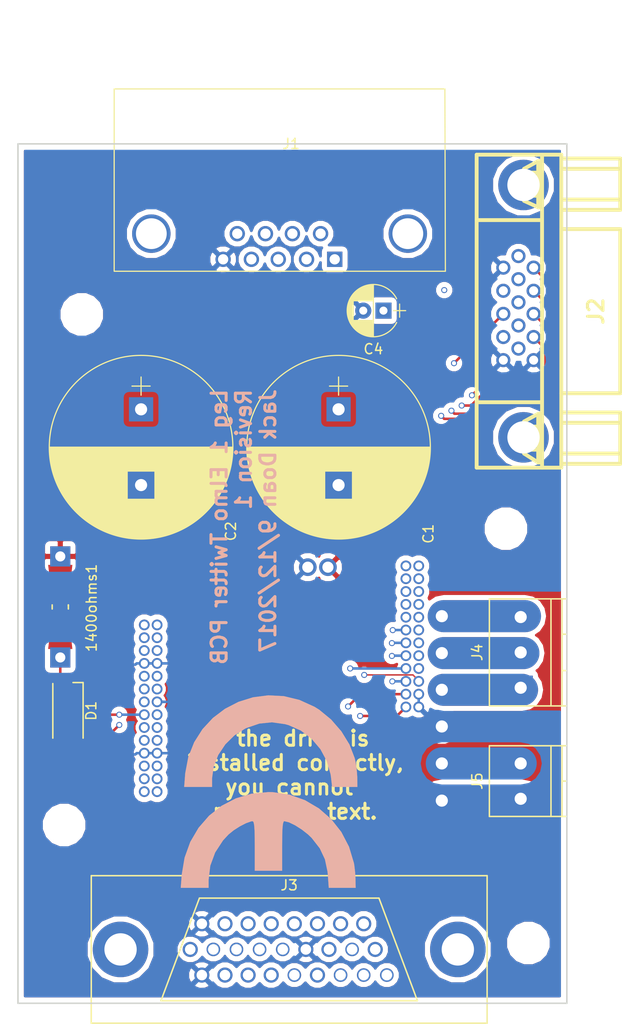
<source format=kicad_pcb>
(kicad_pcb (version 4) (host pcbnew 4.0.6)

  (general
    (links 0)
    (no_connects 0)
    (area 167.031599 59.767399 221.537601 145.007401)
    (thickness 1.6)
    (drawings 7)
    (tracks 327)
    (zones 0)
    (modules 16)
    (nets 35)
  )

  (page A4)
  (layers
    (0 F.Cu signal)
    (1 In1.Cu signal)
    (2 In2.Cu signal)
    (31 B.Cu signal)
    (32 B.Adhes user)
    (33 F.Adhes user)
    (34 B.Paste user)
    (35 F.Paste user)
    (36 B.SilkS user)
    (37 F.SilkS user)
    (38 B.Mask user)
    (39 F.Mask user)
    (40 Dwgs.User user)
    (41 Cmts.User user)
    (42 Eco1.User user)
    (43 Eco2.User user)
    (44 Edge.Cuts user)
    (45 Margin user)
    (46 B.CrtYd user)
    (47 F.CrtYd user)
    (48 B.Fab user)
    (49 F.Fab user hide)
  )

  (setup
    (last_trace_width 0.25)
    (trace_clearance 0.2)
    (zone_clearance 0.508)
    (zone_45_only yes)
    (trace_min 0.127)
    (segment_width 0.2)
    (edge_width 0.15)
    (via_size 0.6)
    (via_drill 0.4)
    (via_min_size 0.4)
    (via_min_drill 0.3)
    (uvia_size 0.3)
    (uvia_drill 0.1)
    (uvias_allowed no)
    (uvia_min_size 0.2)
    (uvia_min_drill 0.1)
    (pcb_text_width 0.3)
    (pcb_text_size 1.5 1.5)
    (mod_edge_width 0.15)
    (mod_text_size 1 1)
    (mod_text_width 0.15)
    (pad_size 1.5 1.5)
    (pad_drill 1.05)
    (pad_to_mask_clearance 0.2)
    (aux_axis_origin 0 0)
    (grid_origin 203.4286 115.7224)
    (visible_elements FFFFFF7F)
    (pcbplotparams
      (layerselection 0x00030_80000001)
      (usegerberextensions false)
      (excludeedgelayer true)
      (linewidth 0.100000)
      (plotframeref false)
      (viasonmask false)
      (mode 1)
      (useauxorigin false)
      (hpglpennumber 1)
      (hpglpenspeed 20)
      (hpglpendiameter 15)
      (hpglpenoverlay 2)
      (psnegative false)
      (psa4output false)
      (plotreference true)
      (plotvalue true)
      (plotinvisibletext false)
      (padsonsilk false)
      (subtractmaskfromsilk false)
      (outputformat 1)
      (mirror false)
      (drillshape 1)
      (scaleselection 1)
      (outputdirectory ""))
  )

  (net 0 "")
  (net 1 ElmoTX)
  (net 2 ElmoRX)
  (net 3 GND)
  (net 4 HallA)
  (net 5 5V)
  (net 6 HallC)
  (net 7 I+)
  (net 8 I-)
  (net 9 HallB)
  (net 10 B-)
  (net 11 B+)
  (net 12 A-)
  (net 13 A+)
  (net 14 CMD-)
  (net 15 CMD+)
  (net 16 ENABLE)
  (net 17 IN3)
  (net 18 OUT1)
  (net 19 OUT3)
  (net 20 PortC_I-)
  (net 21 PortC_I+)
  (net 22 PortC_B-)
  (net 23 PortC_B+)
  (net 24 PortC_A-)
  (net 25 PortC_A+)
  (net 26 "Net-(J4-Pad1)")
  (net 27 "Net-(J4-Pad2)")
  (net 28 "Net-(J4-Pad3)")
  (net 29 VCC)
  (net 30 CANH)
  (net 31 CANL)
  (net 32 "Net-(1400ohms1-Pad2)")
  (net 33 LED2)
  (net 34 LED1)

  (net_class Default "This is the default net class."
    (clearance 0.2)
    (trace_width 0.25)
    (via_dia 0.6)
    (via_drill 0.4)
    (uvia_dia 0.3)
    (uvia_drill 0.1)
    (add_net 5V)
    (add_net A+)
    (add_net A-)
    (add_net B+)
    (add_net B-)
    (add_net CANH)
    (add_net CANL)
    (add_net CMD+)
    (add_net CMD-)
    (add_net ENABLE)
    (add_net ElmoRX)
    (add_net ElmoTX)
    (add_net GND)
    (add_net HallA)
    (add_net HallB)
    (add_net HallC)
    (add_net I+)
    (add_net I-)
    (add_net IN3)
    (add_net LED1)
    (add_net LED2)
    (add_net "Net-(1400ohms1-Pad2)")
    (add_net "Net-(J4-Pad1)")
    (add_net "Net-(J4-Pad2)")
    (add_net "Net-(J4-Pad3)")
    (add_net OUT1)
    (add_net OUT3)
    (add_net PortC_A+)
    (add_net PortC_A-)
    (add_net PortC_B+)
    (add_net PortC_B-)
    (add_net PortC_I+)
    (add_net PortC_I-)
    (add_net VCC)
  )

  (net_class Small ""
    (clearance 0.2)
    (trace_width 0.1397)
    (via_dia 0.6)
    (via_drill 0.4)
    (uvia_dia 0.3)
    (uvia_drill 0.1)
  )

  (module w_conn_pc:D-Sub_HD_26_F (layer F.Cu) (tedit 59B83A68) (tstamp 59BAFA57)
    (at 193.9666 139.5984 180)
    (descr http://www.farnell.com/datasheets/1802103.pdf)
    (tags "D-Sub D Sub HD High Density")
    (path /59B18F36)
    (fp_text reference J3 (at 0 6.35 180) (layer F.SilkS)
      (effects (font (size 1 1) (thickness 0.15)))
    )
    (fp_text value "Amphenol FCI ICD26S13E4GX00LF" (at 0 -6.35 180) (layer F.Fab)
      (effects (font (size 1 1) (thickness 0.15)))
    )
    (fp_line (start -19.6 7.3) (end -19.6 -7.3) (layer F.SilkS) (width 0.15))
    (fp_line (start 19.6 7.3) (end -19.6 7.3) (layer F.SilkS) (width 0.15))
    (fp_line (start 19.6 -7.3) (end 19.6 7.3) (layer F.SilkS) (width 0.15))
    (fp_line (start 19.6 -7.3) (end -19.6 -7.3) (layer F.SilkS) (width 0.15))
    (fp_line (start 12.7 -5.08) (end -12.7 -5.08) (layer F.SilkS) (width 0.15))
    (fp_line (start 8.89 5.08) (end 12.7 -5.08) (layer F.SilkS) (width 0.15))
    (fp_line (start -8.89 5.08) (end 8.89 5.08) (layer F.SilkS) (width 0.15))
    (fp_line (start -12.7 -5.08) (end -8.89 5.08) (layer F.SilkS) (width 0.15))
    (pad 1 thru_hole circle (at 8.65 -2.54 180) (size 1.5 1.5) (drill 1.05) (layers *.Cu *.Mask)
      (net 3 GND))
    (pad 2 thru_hole circle (at 6.36 -2.54 180) (size 1.5 1.5) (drill 1.05) (layers *.Cu *.Mask)
      (net 14 CMD-))
    (pad 3 thru_hole circle (at 4.07 -2.54 180) (size 1.5 1.5) (drill 1.05) (layers *.Cu *.Mask)
      (net 15 CMD+))
    (pad 4 thru_hole circle (at 1.78 -2.54 180) (size 1.5 1.5) (drill 1.05) (layers *.Cu *.Mask)
      (net 16 ENABLE))
    (pad 5 thru_hole circle (at -0.51 -2.54 180) (size 1.35 1.35) (drill 1.05) (layers *.Cu *.Mask))
    (pad 6 thru_hole circle (at -2.8 -2.54 180) (size 1.5 1.5) (drill 1.05) (layers *.Cu *.Mask)
      (net 17 IN3))
    (pad 7 thru_hole circle (at -5.09 -2.54 180) (size 1.35 1.35) (drill 1.05) (layers *.Cu *.Mask))
    (pad 8 thru_hole circle (at -7.38 -2.54 180) (size 1.35 1.35) (drill 1.05) (layers *.Cu *.Mask))
    (pad 9 thru_hole circle (at -9.67 -2.54 180) (size 1.35 1.35) (drill 1.05) (layers *.Cu *.Mask))
    (pad 10 thru_hole circle (at 9.8 0 180) (size 1.5 1.5) (drill 1.05) (layers *.Cu *.Mask))
    (pad 11 thru_hole circle (at 7.51 0 180) (size 1.35 1.35) (drill 1.05) (layers *.Cu *.Mask))
    (pad 12 thru_hole circle (at 5.22 0 180) (size 1.35 1.35) (drill 1.05) (layers *.Cu *.Mask))
    (pad 13 thru_hole circle (at 2.93 0 180) (size 1.35 1.35) (drill 1.05) (layers *.Cu *.Mask))
    (pad 14 thru_hole circle (at 0.64 0 180) (size 1.35 1.35) (drill 1.05) (layers *.Cu *.Mask))
    (pad 15 thru_hole circle (at -1.65 0 180) (size 1.5 1.5) (drill 1.05) (layers *.Cu *.Mask)
      (net 3 GND))
    (pad 16 thru_hole circle (at -3.94 0 180) (size 1.5 1.5) (drill 1.05) (layers *.Cu *.Mask)
      (net 18 OUT1))
    (pad 17 thru_hole circle (at -6.23 0 180) (size 1.35 1.35) (drill 1.05) (layers *.Cu *.Mask))
    (pad 18 thru_hole circle (at -8.52 0 180) (size 1.5 1.5) (drill 1.05) (layers *.Cu *.Mask)
      (net 19 OUT3))
    (pad 19 thru_hole circle (at 8.65 2.54 180) (size 1.5 1.5) (drill 1.05) (layers *.Cu *.Mask)
      (net 3 GND))
    (pad 20 thru_hole circle (at 6.36 2.54 180) (size 1.5 1.5) (drill 1.05) (layers *.Cu *.Mask))
    (pad 21 thru_hole circle (at 4.07 2.54 180) (size 1.5 1.5) (drill 1.05) (layers *.Cu *.Mask)
      (net 20 PortC_I-))
    (pad 22 thru_hole circle (at 1.78 2.54 180) (size 1.5 1.5) (drill 1.05) (layers *.Cu *.Mask)
      (net 21 PortC_I+))
    (pad 23 thru_hole circle (at -0.51 2.54 180) (size 1.5 1.5) (drill 1.05) (layers *.Cu *.Mask)
      (net 22 PortC_B-))
    (pad 24 thru_hole circle (at -2.8 2.54 180) (size 1.5 1.5) (drill 1.05) (layers *.Cu *.Mask)
      (net 23 PortC_B+))
    (pad 25 thru_hole circle (at -5.09 2.54 180) (size 1.5 1.5) (drill 1.05) (layers *.Cu *.Mask)
      (net 24 PortC_A-))
    (pad 26 thru_hole circle (at -7.38 2.54 180) (size 1.5 1.5) (drill 1.05) (layers *.Cu *.Mask)
      (net 25 PortC_A+))
    (pad 0 thru_hole circle (at 16.7 0 180) (size 5.5 5.5) (drill 3.2) (layers *.Cu *.Mask))
    (pad 0 thru_hole circle (at -16.7 0 180) (size 5.5 5.5) (drill 3.2) (layers *.Cu *.Mask))
    (model Connectors.3dshapes/DB15MC.wrl
      (at (xyz 0 0 0))
      (scale (xyz 1 1 1))
      (rotate (xyz 0 0 0))
    )
  )

  (module ElmoGoldTwitter (layer B.Cu) (tedit 59B83F95) (tstamp 59BAFBC2)
    (at 193.8401 115.8494 90)
    (path /59B17C6C)
    (fp_text reference U1 (at 0.127 -0.3984 90) (layer B.SilkS) hide
      (effects (font (size 1 1) (thickness 0.15)) (justify mirror))
    )
    (fp_text value ElmoGoldTwitter (at 0.127 0.6016 90) (layer F.SilkS) hide
      (effects (font (size 1 1) (thickness 0.15)))
    )
    (fp_circle (center 0.127 0.1016) (end 0.627 0.1016) (layer Dwgs.User) (width 0.1))
    (fp_line (start -0.373 -0.3984) (end -0.373 0.6016) (layer Dwgs.User) (width 0.1))
    (fp_line (start 0.627 0.6016) (end 0.627 -0.3984) (layer Dwgs.User) (width 0.1))
    (fp_line (start 0.627 -0.3984) (end -0.373 -0.3984) (layer Dwgs.User) (width 0.1))
    (fp_line (start -0.373 0.1016) (end -0.123 0.6016) (layer Dwgs.User) (width 0.1))
    (fp_line (start -0.373 0.6016) (end 0.627 0.6016) (layer Dwgs.User) (width 0.1))
    (fp_line (start 0.377 0.6016) (end 0.627 0.1016) (layer Dwgs.User) (width 0.1))
    (fp_line (start 0.627 0.1016) (end 0.377 -0.3984) (layer Dwgs.User) (width 0.1))
    (fp_line (start -0.123 0.6016) (end 0.377 0.6016) (layer Dwgs.User) (width 0.1))
    (fp_line (start 0.377 -0.3984) (end -0.123 -0.3984) (layer Dwgs.User) (width 0.1))
    (fp_line (start -0.373 -0.0234) (end -0.373 0.2266) (layer Dwgs.User) (width 0.1))
    (fp_line (start 0.127 0.6016) (end 0.127 -0.3984) (layer Dwgs.User) (width 0.1))
    (fp_line (start 0.127 -0.3984) (end -0.373 0.1016) (layer Dwgs.User) (width 0.1))
    (fp_line (start -0.373 0.1016) (end 0.127 0.6016) (layer Dwgs.User) (width 0.1))
    (fp_line (start 0.627 0.2266) (end 0.627 -0.0234) (layer Dwgs.User) (width 0.1))
    (fp_line (start -0.373 0.3087) (end -0.0801 0.6016) (layer Dwgs.User) (width 0.1))
    (fp_line (start 0.627 -0.1055) (end 0.3341 -0.3984) (layer Dwgs.User) (width 0.1))
    (fp_line (start -0.289 0.4766) (end -0.123 0.6016) (layer Dwgs.User) (width 0.1))
    (fp_line (start -0.373 0.2266) (end -0.289 0.4766) (layer Dwgs.User) (width 0.1))
    (fp_line (start 0.3341 0.6016) (end 0.627 0.3087) (layer Dwgs.User) (width 0.1))
    (fp_line (start 0.627 0.3087) (end 0.627 -0.1055) (layer Dwgs.User) (width 0.1))
    (fp_line (start -0.373 -0.3984) (end 0.127 0.6016) (layer Dwgs.User) (width 0.1))
    (fp_line (start 0.377 -0.3984) (end -0.123 -0.3984) (layer Dwgs.User) (width 0.1))
    (fp_line (start -0.289 -0.2734) (end -0.373 -0.0234) (layer Dwgs.User) (width 0.1))
    (fp_line (start -0.373 -0.1055) (end -0.373 0.3087) (layer Dwgs.User) (width 0.1))
    (fp_line (start -0.123 0.6016) (end 0.377 0.6016) (layer Dwgs.User) (width 0.1))
    (fp_line (start 0.543 0.4766) (end 0.627 0.2266) (layer Dwgs.User) (width 0.1))
    (fp_line (start 0.127 0.6016) (end 0.627 -0.3984) (layer Dwgs.User) (width 0.1))
    (fp_line (start -0.373 0.1016) (end 0.627 0.1016) (layer Dwgs.User) (width 0.1))
    (fp_line (start 0.543 -0.2734) (end 0.377 -0.3984) (layer Dwgs.User) (width 0.1))
    (fp_line (start 0.127 0.6016) (end 0.627 0.1016) (layer Dwgs.User) (width 0.1))
    (fp_line (start 0.627 0.1016) (end 0.127 -0.3984) (layer Dwgs.User) (width 0.1))
    (fp_line (start -11.571986 -15.197074) (end -13.771626 -15.197074) (layer Dwgs.User) (width 0.1))
    (fp_line (start -0.123 -0.3984) (end -0.373 0.1016) (layer Dwgs.User) (width 0.1))
    (fp_line (start -13.771626 -15.197074) (end -11.571986 -15.197074) (layer Dwgs.User) (width 0.1))
    (fp_line (start 0.3341 -0.3984) (end -0.0801 -0.3984) (layer Dwgs.User) (width 0.1))
    (fp_line (start 0.627 -0.0234) (end 0.543 -0.2734) (layer Dwgs.User) (width 0.1))
    (fp_line (start 0.377 0.6016) (end 0.543 0.4766) (layer Dwgs.User) (width 0.1))
    (fp_line (start -0.0801 0.6016) (end 0.3341 0.6016) (layer Dwgs.User) (width 0.1))
    (fp_line (start -0.123 -0.3984) (end -0.289 -0.2734) (layer Dwgs.User) (width 0.1))
    (fp_line (start -0.0801 -0.3984) (end -0.373 -0.1055) (layer Dwgs.User) (width 0.1))
    (fp_line (start 0.627 -0.3984) (end -0.373 -0.3984) (layer Dwgs.User) (width 0.1))
    (fp_line (start -3.86207 -13.400532) (end -4.77647 -13.400532) (layer Dwgs.User) (width 0.1))
    (fp_line (start -4.77647 -13.400532) (end -4.77647 -12.486132) (layer Dwgs.User) (width 0.1))
    (fp_line (start -7.67207 -13.756132) (end -7.67207 -14.670532) (layer Dwgs.User) (width 0.1))
    (fp_line (start -2.59207 -14.670532) (end -3.50647 -14.670532) (layer Dwgs.User) (width 0.1))
    (fp_line (start -3.50647 -12.486132) (end -2.59207 -12.486132) (layer Dwgs.User) (width 0.1))
    (fp_line (start -6.40207 -13.756132) (end -6.40207 -14.670532) (layer Dwgs.User) (width 0.1))
    (fp_line (start -8.58647 -13.756132) (end -7.67207 -13.756132) (layer Dwgs.User) (width 0.1))
    (fp_line (start -2.59207 -12.486132) (end -2.59207 -13.400532) (layer Dwgs.User) (width 0.1))
    (fp_line (start -2.59207 -13.400532) (end -3.50647 -13.400532) (layer Dwgs.User) (width 0.1))
    (fp_line (start 11.825478 -15.197074) (end 14.025118 -15.197074) (layer Dwgs.User) (width 0.1))
    (fp_line (start -2.23647 -14.670532) (end -2.23647 -13.756132) (layer Dwgs.User) (width 0.1))
    (fp_line (start -1.32207 -13.756132) (end -1.32207 -14.670532) (layer Dwgs.User) (width 0.1))
    (fp_line (start 14.025626 15.405862) (end 11.825986 15.405862) (layer Dwgs.User) (width 0.1))
    (fp_line (start -5.13207 -13.756132) (end -5.13207 -14.670532) (layer Dwgs.User) (width 0.1))
    (fp_line (start -3.86207 -13.756132) (end -3.86207 -14.670532) (layer Dwgs.User) (width 0.1))
    (fp_line (start -1.32207 -14.670532) (end -2.23647 -14.670532) (layer Dwgs.User) (width 0.1))
    (fp_line (start -7.31647 -14.670532) (end -7.31647 -13.756132) (layer Dwgs.User) (width 0.1))
    (fp_line (start -2.23647 -13.400532) (end -2.23647 -12.486132) (layer Dwgs.User) (width 0.1))
    (fp_line (start -8.58647 -14.670532) (end -8.58647 -13.756132) (layer Dwgs.User) (width 0.1))
    (fp_line (start -6.04647 -13.400532) (end -6.04647 -12.486132) (layer Dwgs.User) (width 0.1))
    (fp_line (start -6.40207 -14.670532) (end -7.31647 -14.670532) (layer Dwgs.User) (width 0.1))
    (fp_line (start -7.31647 -13.400532) (end -7.31647 -12.486132) (layer Dwgs.User) (width 0.1))
    (fp_line (start -6.40207 -13.400532) (end -7.31647 -13.400532) (layer Dwgs.User) (width 0.1))
    (fp_line (start -4.77647 -14.670532) (end -4.77647 -13.756132) (layer Dwgs.User) (width 0.1))
    (fp_line (start -3.50647 -14.670532) (end -3.50647 -13.756132) (layer Dwgs.User) (width 0.1))
    (fp_line (start -7.67207 -12.486132) (end -7.67207 -13.400532) (layer Dwgs.User) (width 0.1))
    (fp_line (start -2.23647 -12.486132) (end -1.32207 -12.486132) (layer Dwgs.User) (width 0.1))
    (fp_line (start -1.32207 -12.486132) (end -1.32207 -13.400532) (layer Dwgs.User) (width 0.1))
    (fp_line (start -3.50647 -13.400532) (end -3.50647 -12.486132) (layer Dwgs.User) (width 0.1))
    (fp_line (start -14.87297 -17.398492) (end -14.87297 17.601692) (layer Dwgs.User) (width 0.1))
    (fp_line (start -1.32207 -13.400532) (end -2.23647 -13.400532) (layer Dwgs.User) (width 0.1))
    (fp_line (start -0.96647 -14.670532) (end -0.96647 -13.756132) (layer Dwgs.User) (width 0.1))
    (fp_line (start -13.772896 15.40002) (end -11.573256 15.40002) (layer Dwgs.User) (width 0.1))
    (fp_line (start -0.05207 -13.756132) (end -0.05207 -14.670532) (layer Dwgs.User) (width 0.1))
    (fp_line (start -0.05207 -14.670532) (end -0.96647 -14.670532) (layer Dwgs.User) (width 0.1))
    (fp_line (start -7.67207 -14.670532) (end -8.58647 -14.670532) (layer Dwgs.User) (width 0.1))
    (fp_line (start -7.31647 -13.756132) (end -6.40207 -13.756132) (layer Dwgs.User) (width 0.1))
    (fp_line (start -0.96647 -13.400532) (end -0.96647 -12.486132) (layer Dwgs.User) (width 0.1))
    (fp_line (start -0.96647 -12.486132) (end -0.05207 -12.486132) (layer Dwgs.User) (width 0.1))
    (fp_line (start -11.573256 15.40002) (end -13.772896 15.40002) (layer Dwgs.User) (width 0.1))
    (fp_line (start -7.31647 -12.486132) (end -6.40207 -12.486132) (layer Dwgs.User) (width 0.1))
    (fp_line (start -3.50647 -13.756132) (end -2.59207 -13.756132) (layer Dwgs.User) (width 0.1))
    (fp_line (start -2.23647 -13.756132) (end -1.32207 -13.756132) (layer Dwgs.User) (width 0.1))
    (fp_line (start -0.96647 -13.756132) (end -0.05207 -13.756132) (layer Dwgs.User) (width 0.1))
    (fp_line (start -7.67207 -13.400532) (end -8.58647 -13.400532) (layer Dwgs.User) (width 0.1))
    (fp_line (start -6.40207 -12.486132) (end -6.40207 -13.400532) (layer Dwgs.User) (width 0.1))
    (fp_line (start 15.12697 -17.398492) (end -14.87297 -17.398492) (layer Dwgs.User) (width 0.1))
    (fp_line (start 11.825986 15.405862) (end 14.025626 15.405862) (layer Dwgs.User) (width 0.1))
    (fp_line (start -8.58647 -13.400532) (end -8.58647 -12.486132) (layer Dwgs.User) (width 0.1))
    (fp_line (start -6.04647 -14.670532) (end -6.04647 -13.756132) (layer Dwgs.User) (width 0.1))
    (fp_line (start -5.13207 -12.486132) (end -5.13207 -13.400532) (layer Dwgs.User) (width 0.1))
    (fp_line (start 14.025118 -15.197074) (end 11.825478 -15.197074) (layer Dwgs.User) (width 0.1))
    (fp_line (start -14.87297 17.601692) (end 15.12697 17.601692) (layer Dwgs.User) (width 0.1))
    (fp_line (start -6.04647 -12.486132) (end -5.13207 -12.486132) (layer Dwgs.User) (width 0.1))
    (fp_line (start -5.13207 -13.400532) (end -6.04647 -13.400532) (layer Dwgs.User) (width 0.1))
    (fp_line (start -4.77647 -12.486132) (end -3.86207 -12.486132) (layer Dwgs.User) (width 0.1))
    (fp_line (start -3.86207 -12.486132) (end -3.86207 -13.400532) (layer Dwgs.User) (width 0.1))
    (fp_line (start 15.12697 17.601692) (end 15.12697 -17.398492) (layer Dwgs.User) (width 0.1))
    (fp_line (start -2.59207 -13.756132) (end -2.59207 -14.670532) (layer Dwgs.User) (width 0.1))
    (fp_line (start -8.58647 -12.486132) (end -7.67207 -12.486132) (layer Dwgs.User) (width 0.1))
    (fp_line (start -5.13207 -14.670532) (end -6.04647 -14.670532) (layer Dwgs.User) (width 0.1))
    (fp_line (start -3.86207 -14.670532) (end -4.77647 -14.670532) (layer Dwgs.User) (width 0.1))
    (fp_line (start -6.04647 -13.756132) (end -5.13207 -13.756132) (layer Dwgs.User) (width 0.1))
    (fp_line (start -4.77647 -13.756132) (end -3.86207 -13.756132) (layer Dwgs.User) (width 0.1))
    (fp_line (start 1.21793 -13.400532) (end 0.30353 -13.400532) (layer Dwgs.User) (width 0.1))
    (fp_line (start -0.05207 -12.486132) (end -0.05207 -13.400532) (layer Dwgs.User) (width 0.1))
    (fp_line (start 2.48793 -14.670532) (end 1.57353 -14.670532) (layer Dwgs.User) (width 0.1))
    (fp_line (start 2.48793 -12.486132) (end 2.48793 -13.400532) (layer Dwgs.User) (width 0.1))
    (fp_line (start 1.21793 -14.670532) (end 0.30353 -14.670532) (layer Dwgs.User) (width 0.1))
    (fp_line (start 2.48793 -13.400532) (end 1.57353 -13.400532) (layer Dwgs.User) (width 0.1))
    (fp_line (start 6.65353 -13.400532) (end 6.65353 -12.486132) (layer Dwgs.User) (width 0.1))
    (fp_line (start 7.92353 -12.486132) (end 8.83793 -12.486132) (layer Dwgs.User) (width 0.1))
    (fp_line (start 2.48793 -13.756132) (end 2.48793 -14.670532) (layer Dwgs.User) (width 0.1))
    (fp_line (start 4.11353 -13.756132) (end 5.02793 -13.756132) (layer Dwgs.User) (width 0.1))
    (fp_line (start 6.29793 -13.756132) (end 6.29793 -14.670532) (layer Dwgs.User) (width 0.1))
    (fp_line (start 1.57353 -14.670532) (end 1.57353 -13.756132) (layer Dwgs.User) (width 0.1))
    (fp_line (start 2.84353 -12.486132) (end 3.75793 -12.486132) (layer Dwgs.User) (width 0.1))
    (fp_line (start 0.30353 -12.486132) (end 1.21793 -12.486132) (layer Dwgs.User) (width 0.1))
    (fp_line (start 3.75793 -12.486132) (end 3.75793 -13.400532) (layer Dwgs.User) (width 0.1))
    (fp_line (start 5.02793 -12.486132) (end 5.02793 -13.400532) (layer Dwgs.User) (width 0.1))
    (fp_line (start 5.02793 -13.400532) (end 4.11353 -13.400532) (layer Dwgs.User) (width 0.1))
    (fp_line (start 5.38353 -13.400532) (end 5.38353 -12.486132) (layer Dwgs.User) (width 0.1))
    (fp_line (start 6.29793 -13.400532) (end 5.38353 -13.400532) (layer Dwgs.User) (width 0.1))
    (fp_line (start 7.92353 -14.670532) (end 7.92353 -13.756132) (layer Dwgs.User) (width 0.1))
    (fp_line (start -0.18923 12.494514) (end -0.18923 13.408914) (layer Dwgs.User) (width 0.1))
    (fp_line (start 0.72517 13.408914) (end 0.72517 12.494514) (layer Dwgs.User) (width 0.1))
    (fp_line (start 3.75793 -13.756132) (end 3.75793 -14.670532) (layer Dwgs.User) (width 0.1))
    (fp_line (start 5.38353 -14.670532) (end 5.38353 -13.756132) (layer Dwgs.User) (width 0.1))
    (fp_line (start 3.75793 -14.670532) (end 2.84353 -14.670532) (layer Dwgs.User) (width 0.1))
    (fp_line (start 0.72517 12.494514) (end -0.18923 12.494514) (layer Dwgs.User) (width 0.1))
    (fp_line (start 0.30353 -13.400532) (end 0.30353 -12.486132) (layer Dwgs.User) (width 0.1))
    (fp_line (start 7.92353 -13.756132) (end 8.83793 -13.756132) (layer Dwgs.User) (width 0.1))
    (fp_circle (center 14.094714 1.976882) (end 14.793214 1.976882) (layer Dwgs.User) (width 0.1))
    (fp_line (start 2.84353 -13.400532) (end 2.84353 -12.486132) (layer Dwgs.User) (width 0.1))
    (fp_line (start 4.11353 -12.486132) (end 5.02793 -12.486132) (layer Dwgs.User) (width 0.1))
    (fp_line (start 5.38353 -13.756132) (end 6.29793 -13.756132) (layer Dwgs.User) (width 0.1))
    (fp_line (start 1.57353 -12.486132) (end 2.48793 -12.486132) (layer Dwgs.User) (width 0.1))
    (fp_line (start 5.02793 -13.756132) (end 5.02793 -14.670532) (layer Dwgs.User) (width 0.1))
    (fp_line (start 1.21793 -12.486132) (end 1.21793 -13.400532) (layer Dwgs.User) (width 0.1))
    (fp_line (start 1.57353 -13.756132) (end 2.48793 -13.756132) (layer Dwgs.User) (width 0.1))
    (fp_line (start 2.84353 -13.756132) (end 3.75793 -13.756132) (layer Dwgs.User) (width 0.1))
    (fp_line (start 3.75793 -13.400532) (end 2.84353 -13.400532) (layer Dwgs.User) (width 0.1))
    (fp_line (start 6.29793 -14.670532) (end 5.38353 -14.670532) (layer Dwgs.User) (width 0.1))
    (fp_line (start 1.57353 -13.400532) (end 1.57353 -12.486132) (layer Dwgs.User) (width 0.1))
    (fp_line (start 6.29793 -12.486132) (end 6.29793 -13.400532) (layer Dwgs.User) (width 0.1))
    (fp_line (start 7.56793 -13.756132) (end 7.56793 -14.670532) (layer Dwgs.User) (width 0.1))
    (fp_line (start 5.38353 -12.486132) (end 6.29793 -12.486132) (layer Dwgs.User) (width 0.1))
    (fp_line (start 5.02793 -14.670532) (end 4.11353 -14.670532) (layer Dwgs.User) (width 0.1))
    (fp_line (start 7.56793 -14.670532) (end 6.65353 -14.670532) (layer Dwgs.User) (width 0.1))
    (fp_line (start 7.56793 -12.486132) (end 7.56793 -13.400532) (layer Dwgs.User) (width 0.1))
    (fp_line (start 8.83793 -13.756132) (end 8.83793 -14.670532) (layer Dwgs.User) (width 0.1))
    (fp_line (start 2.84353 -14.670532) (end 2.84353 -13.756132) (layer Dwgs.User) (width 0.1))
    (fp_line (start 7.92353 -13.400532) (end 7.92353 -12.486132) (layer Dwgs.User) (width 0.1))
    (fp_line (start -0.05207 -13.400532) (end -0.96647 -13.400532) (layer Dwgs.User) (width 0.1))
    (fp_line (start 0.30353 -14.670532) (end 0.30353 -13.756132) (layer Dwgs.User) (width 0.1))
    (fp_line (start 4.11353 -13.400532) (end 4.11353 -12.486132) (layer Dwgs.User) (width 0.1))
    (fp_line (start 8.83793 -12.486132) (end 8.83793 -13.400532) (layer Dwgs.User) (width 0.1))
    (fp_line (start 7.56793 -13.400532) (end 6.65353 -13.400532) (layer Dwgs.User) (width 0.1))
    (fp_line (start 8.83793 -13.400532) (end 7.92353 -13.400532) (layer Dwgs.User) (width 0.1))
    (fp_circle (center 14.094714 3.976878) (end 14.793214 3.976878) (layer Dwgs.User) (width 0.1))
    (fp_line (start 0.30353 -13.756132) (end 1.21793 -13.756132) (layer Dwgs.User) (width 0.1))
    (fp_line (start 4.11353 -14.670532) (end 4.11353 -13.756132) (layer Dwgs.User) (width 0.1))
    (fp_line (start 6.65353 -13.756132) (end 7.56793 -13.756132) (layer Dwgs.User) (width 0.1))
    (fp_line (start 6.65353 -12.486132) (end 7.56793 -12.486132) (layer Dwgs.User) (width 0.1))
    (fp_line (start -0.18923 13.408914) (end 0.72517 13.408914) (layer Dwgs.User) (width 0.1))
    (fp_line (start 8.83793 -14.670532) (end 7.92353 -14.670532) (layer Dwgs.User) (width 0.1))
    (fp_line (start 1.21793 -13.756132) (end 1.21793 -14.670532) (layer Dwgs.User) (width 0.1))
    (fp_line (start 6.65353 -14.670532) (end 6.65353 -13.756132) (layer Dwgs.User) (width 0.1))
    (fp_line (start 8.70077 13.408914) (end 9.61517 13.408914) (layer Dwgs.User) (width 0.1))
    (fp_line (start 9.61517 13.408914) (end 9.61517 12.494514) (layer Dwgs.User) (width 0.1))
    (fp_line (start 4.53517 12.494514) (end 3.62077 12.494514) (layer Dwgs.User) (width 0.1))
    (fp_line (start -0.18923 12.138914) (end 0.72517 12.138914) (layer Dwgs.User) (width 0.1))
    (fp_line (start 9.61517 12.494514) (end 8.70077 12.494514) (layer Dwgs.User) (width 0.1))
    (fp_line (start 8.70077 12.138914) (end 9.61517 12.138914) (layer Dwgs.User) (width 0.1))
    (fp_line (start 3.26517 13.408914) (end 3.26517 12.494514) (layer Dwgs.User) (width 0.1))
    (fp_line (start 9.61517 12.138914) (end 9.61517 11.224514) (layer Dwgs.User) (width 0.1))
    (fp_line (start 1.08077 11.224514) (end 1.08077 12.138914) (layer Dwgs.User) (width 0.1))
    (fp_line (start 2.35077 13.408914) (end 3.26517 13.408914) (layer Dwgs.User) (width 0.1))
    (fp_line (start 0.72517 11.224514) (end -0.18923 11.224514) (layer Dwgs.User) (width 0.1))
    (fp_line (start 3.62077 12.494514) (end 3.62077 13.408914) (layer Dwgs.User) (width 0.1))
    (fp_line (start 1.08077 13.408914) (end 1.99517 13.408914) (layer Dwgs.User) (width 0.1))
    (fp_line (start 6.16077 13.408914) (end 7.07517 13.408914) (layer Dwgs.User) (width 0.1))
    (fp_line (start 8.34517 12.138914) (end 8.34517 11.224514) (layer Dwgs.User) (width 0.1))
    (fp_line (start 9.61517 11.224514) (end 8.70077 11.224514) (layer Dwgs.User) (width 0.1))
    (fp_line (start 3.26517 12.494514) (end 2.35077 12.494514) (layer Dwgs.User) (width 0.1))
    (fp_line (start 9.97077 12.494514) (end 9.97077 13.408914) (layer Dwgs.User) (width 0.1))
    (fp_line (start 6.16077 12.138914) (end 7.07517 12.138914) (layer Dwgs.User) (width 0.1))
    (fp_line (start 4.89077 12.494514) (end 4.89077 13.408914) (layer Dwgs.User) (width 0.1))
    (fp_line (start 8.34517 11.224514) (end 7.43077 11.224514) (layer Dwgs.User) (width 0.1))
    (fp_line (start 9.97077 13.408914) (end 10.88517 13.408914) (layer Dwgs.User) (width 0.1))
    (fp_line (start 10.88517 13.408914) (end 10.88517 12.494514) (layer Dwgs.User) (width 0.1))
    (fp_line (start 7.43077 12.138914) (end 8.34517 12.138914) (layer Dwgs.User) (width 0.1))
    (fp_line (start 8.70077 11.224514) (end 8.70077 12.138914) (layer Dwgs.User) (width 0.1))
    (fp_line (start 10.88517 12.494514) (end 9.97077 12.494514) (layer Dwgs.User) (width 0.1))
    (fp_line (start 2.35077 12.138914) (end 3.26517 12.138914) (layer Dwgs.User) (width 0.1))
    (fp_line (start 4.53517 12.138914) (end 4.53517 11.224514) (layer Dwgs.User) (width 0.1))
    (fp_line (start 3.62077 13.408914) (end 4.53517 13.408914) (layer Dwgs.User) (width 0.1))
    (fp_line (start 5.80517 13.408914) (end 5.80517 12.494514) (layer Dwgs.User) (width 0.1))
    (fp_line (start 4.89077 11.224514) (end 4.89077 12.138914) (layer Dwgs.User) (width 0.1))
    (fp_line (start 1.08077 12.138914) (end 1.99517 12.138914) (layer Dwgs.User) (width 0.1))
    (fp_line (start 5.80517 12.138914) (end 5.80517 11.224514) (layer Dwgs.User) (width 0.1))
    (fp_line (start 7.07517 13.408914) (end 7.07517 12.494514) (layer Dwgs.User) (width 0.1))
    (fp_line (start 1.99517 11.224514) (end 1.08077 11.224514) (layer Dwgs.User) (width 0.1))
    (fp_line (start 6.16077 11.224514) (end 6.16077 12.138914) (layer Dwgs.User) (width 0.1))
    (fp_line (start 1.08077 12.494514) (end 1.08077 13.408914) (layer Dwgs.User) (width 0.1))
    (fp_line (start 2.35077 11.224514) (end 2.35077 12.138914) (layer Dwgs.User) (width 0.1))
    (fp_line (start 3.62077 12.138914) (end 4.53517 12.138914) (layer Dwgs.User) (width 0.1))
    (fp_line (start 1.99517 12.494514) (end 1.08077 12.494514) (layer Dwgs.User) (width 0.1))
    (fp_line (start 4.89077 12.138914) (end 5.80517 12.138914) (layer Dwgs.User) (width 0.1))
    (fp_line (start 6.16077 12.494514) (end 6.16077 13.408914) (layer Dwgs.User) (width 0.1))
    (fp_line (start 7.07517 12.138914) (end 7.07517 11.224514) (layer Dwgs.User) (width 0.1))
    (fp_line (start 4.53517 13.408914) (end 4.53517 12.494514) (layer Dwgs.User) (width 0.1))
    (fp_line (start 2.35077 12.494514) (end 2.35077 13.408914) (layer Dwgs.User) (width 0.1))
    (fp_line (start 4.89077 13.408914) (end 5.80517 13.408914) (layer Dwgs.User) (width 0.1))
    (fp_line (start 5.80517 12.494514) (end 4.89077 12.494514) (layer Dwgs.User) (width 0.1))
    (fp_line (start 7.07517 12.494514) (end 6.16077 12.494514) (layer Dwgs.User) (width 0.1))
    (fp_line (start 7.07517 11.224514) (end 6.16077 11.224514) (layer Dwgs.User) (width 0.1))
    (fp_line (start 7.43077 12.494514) (end 7.43077 13.408914) (layer Dwgs.User) (width 0.1))
    (fp_line (start 1.99517 13.408914) (end 1.99517 12.494514) (layer Dwgs.User) (width 0.1))
    (fp_line (start 3.62077 11.224514) (end 3.62077 12.138914) (layer Dwgs.User) (width 0.1))
    (fp_line (start 8.34517 12.494514) (end 7.43077 12.494514) (layer Dwgs.User) (width 0.1))
    (fp_line (start 7.43077 11.224514) (end 7.43077 12.138914) (layer Dwgs.User) (width 0.1))
    (fp_line (start 0.72517 12.138914) (end 0.72517 11.224514) (layer Dwgs.User) (width 0.1))
    (fp_line (start 1.99517 12.138914) (end 1.99517 11.224514) (layer Dwgs.User) (width 0.1))
    (fp_line (start 3.26517 12.138914) (end 3.26517 11.224514) (layer Dwgs.User) (width 0.1))
    (fp_line (start 4.53517 11.224514) (end 3.62077 11.224514) (layer Dwgs.User) (width 0.1))
    (fp_line (start -0.18923 11.224514) (end -0.18923 12.138914) (layer Dwgs.User) (width 0.1))
    (fp_line (start 5.80517 11.224514) (end 4.89077 11.224514) (layer Dwgs.User) (width 0.1))
    (fp_line (start 3.26517 11.224514) (end 2.35077 11.224514) (layer Dwgs.User) (width 0.1))
    (fp_line (start 8.34517 13.408914) (end 8.34517 12.494514) (layer Dwgs.User) (width 0.1))
    (fp_line (start 7.43077 13.408914) (end 8.34517 13.408914) (layer Dwgs.User) (width 0.1))
    (fp_line (start 8.70077 12.494514) (end 8.70077 13.408914) (layer Dwgs.User) (width 0.1))
    (fp_line (start 12.51077 12.138914) (end 13.42517 12.138914) (layer Dwgs.User) (width 0.1))
    (fp_circle (center 1.947926 15.241524) (end 2.836926 15.241524) (layer Dwgs.User) (width 0.1))
    (fp_line (start 14.69517 12.138914) (end 14.69517 11.224514) (layer Dwgs.User) (width 0.1))
    (fp_line (start 11.24077 11.224514) (end 11.24077 12.138914) (layer Dwgs.User) (width 0.1))
    (fp_line (start 11.24077 12.494514) (end 11.24077 13.408914) (layer Dwgs.User) (width 0.1))
    (fp_circle (center -8.999474 15.241524) (end -8.110474 15.241524) (layer Dwgs.User) (width 0.1))
    (fp_line (start 14.69517 12.494514) (end 13.78077 12.494514) (layer Dwgs.User) (width 0.1))
    (fp_circle (center 9.263126 15.241524) (end 10.152126 15.241524) (layer Dwgs.User) (width 0.1))
    (fp_line (start 9.97077 12.138914) (end 10.88517 12.138914) (layer Dwgs.User) (width 0.1))
    (fp_line (start 12.15517 12.138914) (end 12.15517 11.224514) (layer Dwgs.User) (width 0.1))
    (fp_line (start 13.42517 12.494514) (end 12.51077 12.494514) (layer Dwgs.User) (width 0.1))
    (fp_line (start 12.15517 13.408914) (end 12.15517 12.494514) (layer Dwgs.User) (width 0.1))
    (fp_line (start 13.42517 13.408914) (end 13.42517 12.494514) (layer Dwgs.User) (width 0.1))
    (fp_line (start 13.78077 12.138914) (end 14.69517 12.138914) (layer Dwgs.User) (width 0.1))
    (fp_line (start 10.88517 12.138914) (end 10.88517 11.224514) (layer Dwgs.User) (width 0.1))
    (fp_line (start 12.15517 11.224514) (end 11.24077 11.224514) (layer Dwgs.User) (width 0.1))
    (fp_line (start 9.97077 11.224514) (end 9.97077 12.138914) (layer Dwgs.User) (width 0.1))
    (fp_line (start 12.51077 11.224514) (end 12.51077 12.138914) (layer Dwgs.User) (width 0.1))
    (fp_line (start 12.51077 13.408914) (end 13.42517 13.408914) (layer Dwgs.User) (width 0.1))
    (fp_line (start 13.78077 11.224514) (end 13.78077 12.138914) (layer Dwgs.User) (width 0.1))
    (fp_line (start 13.78077 12.494514) (end 13.78077 13.408914) (layer Dwgs.User) (width 0.1))
    (fp_line (start 12.51077 12.494514) (end 12.51077 13.408914) (layer Dwgs.User) (width 0.1))
    (fp_line (start 13.78077 13.408914) (end 14.69517 13.408914) (layer Dwgs.User) (width 0.1))
    (fp_circle (center 5.605526 15.241524) (end 6.494526 15.241524) (layer Dwgs.User) (width 0.1))
    (fp_line (start 11.24077 13.408914) (end 12.15517 13.408914) (layer Dwgs.User) (width 0.1))
    (fp_circle (center -5.341874 15.241524) (end -4.452874 15.241524) (layer Dwgs.User) (width 0.1))
    (fp_line (start 13.42517 11.224514) (end 12.51077 11.224514) (layer Dwgs.User) (width 0.1))
    (fp_line (start 13.42517 12.138914) (end 13.42517 11.224514) (layer Dwgs.User) (width 0.1))
    (fp_line (start 10.88517 11.224514) (end 9.97077 11.224514) (layer Dwgs.User) (width 0.1))
    (fp_line (start 14.69517 13.408914) (end 14.69517 12.494514) (layer Dwgs.User) (width 0.1))
    (fp_circle (center -1.684274 15.241524) (end -0.795274 15.241524) (layer Dwgs.User) (width 0.1))
    (fp_line (start 12.15517 12.494514) (end 11.24077 12.494514) (layer Dwgs.User) (width 0.1))
    (fp_line (start 14.69517 11.224514) (end 13.78077 11.224514) (layer Dwgs.User) (width 0.1))
    (fp_line (start 11.24077 12.138914) (end 12.15517 12.138914) (layer Dwgs.User) (width 0.1))
    (pad F1 thru_hole circle (at 14.224 12.954 90) (size 1.0668 1.0668) (drill 0.7112) (layers *.Cu *.Mask))
    (pad F2 thru_hole circle (at 14.224 11.684 90) (size 1.0668 1.0668) (drill 0.7112) (layers *.Cu *.Mask)
      (net 13 A+))
    (pad F3 thru_hole circle (at 12.954 12.954 90) (size 1.0668 1.0668) (drill 0.7112) (layers *.Cu *.Mask))
    (pad F4 thru_hole circle (at 12.954 11.684 90) (size 1.0668 1.0668) (drill 0.7112) (layers *.Cu *.Mask)
      (net 12 A-))
    (pad F5 thru_hole circle (at 11.684 12.954 90) (size 1.0668 1.0668) (drill 0.7112) (layers *.Cu *.Mask))
    (pad F6 thru_hole circle (at 11.684 11.684 90) (size 1.0668 1.0668) (drill 0.7112) (layers *.Cu *.Mask)
      (net 11 B+))
    (pad F7 thru_hole circle (at 10.414 12.954 90) (size 1.0668 1.0668) (drill 0.7112) (layers *.Cu *.Mask))
    (pad F8 thru_hole circle (at 10.414 11.684 90) (size 1.0668 1.0668) (drill 0.7112) (layers *.Cu *.Mask)
      (net 10 B-))
    (pad F9 thru_hole circle (at 9.144 12.954 90) (size 1.0668 1.0668) (drill 0.7112) (layers *.Cu *.Mask))
    (pad F10 thru_hole circle (at 9.144 11.684 90) (size 1.0668 1.0668) (drill 0.7112) (layers *.Cu *.Mask)
      (net 7 I+))
    (pad F11 thru_hole circle (at 7.874 12.954 90) (size 1.0668 1.0668) (drill 0.7112) (layers *.Cu *.Mask))
    (pad F12 thru_hole circle (at 7.874 11.684 90) (size 1.0668 1.0668) (drill 0.7112) (layers *.Mask B.Cu)
      (net 8 I-))
    (pad F13 thru_hole circle (at 6.604 12.954 90) (size 1.0668 1.0668) (drill 0.7112) (layers *.Cu *.Mask)
      (net 4 HallA))
    (pad F14 thru_hole circle (at 6.604 11.684 90) (size 1.0668 1.0668) (drill 0.7112) (layers *.Mask B.Cu)
      (net 24 PortC_A-))
    (pad F15 thru_hole circle (at 5.334 12.954 90) (size 1.0668 1.0668) (drill 0.7112) (layers *.Cu *.Mask)
      (net 9 HallB))
    (pad F16 thru_hole circle (at 5.334 11.684 90) (size 1.0668 1.0668) (drill 0.7112) (layers *.Mask B.Cu)
      (net 25 PortC_A+))
    (pad F17 thru_hole circle (at 4.064 12.954 90) (size 1.0668 1.0668) (drill 0.7112) (layers *.Cu *.Mask)
      (net 6 HallC))
    (pad F18 thru_hole circle (at 4.064 11.684 90) (size 1.0668 1.0668) (drill 0.7112) (layers *.Mask B.Cu)
      (net 22 PortC_B-))
    (pad F19 thru_hole circle (at 2.794 12.954 90) (size 1.0668 1.0668) (drill 0.7112) (layers *.Cu *.Mask)
      (net 5 5V))
    (pad F20 thru_hole circle (at 2.794 11.684 90) (size 1.0668 1.0668) (drill 0.7112) (layers *.Mask B.Cu)
      (net 23 PortC_B+) (clearance 0.127))
    (pad F21 thru_hole circle (at 1.524 12.954 90) (size 1.0668 1.0668) (drill 0.7112) (layers *.Cu *.Mask)
      (net 3 GND))
    (pad F22 thru_hole circle (at 1.524 11.684 90) (size 1.0668 1.0668) (drill 0.7112) (layers *.Cu *.Mask)
      (net 20 PortC_I-) (clearance 0.127))
    (pad F23 thru_hole circle (at 0.254 12.954 90) (size 1.0668 1.0668) (drill 0.7112) (layers *.Cu *.Mask)
      (net 3 GND))
    (pad F24 thru_hole circle (at 0.254 11.684 90) (size 1.0668 1.0668) (drill 0.7112) (layers *.Cu *.Mask)
      (net 21 PortC_I+))
    (pad 1 thru_hole circle (at 8.382 -12.954 90) (size 1.0668 1.0668) (drill 0.7112) (layers *.Cu *.Mask)
      (net 30 CANH))
    (pad 2 thru_hole circle (at 8.382 -14.224 90) (size 1.0668 1.0668) (drill 0.7112) (layers *.Cu *.Mask)
      (net 31 CANL))
    (pad 3 thru_hole circle (at 7.112 -12.954 90) (size 1.0668 1.0668) (drill 0.7112) (layers *.Cu *.Mask)
      (net 1 ElmoTX))
    (pad 4 thru_hole circle (at 7.112 -14.224 90) (size 1.0668 1.0668) (drill 0.7112) (layers *.Cu *.Mask)
      (net 2 ElmoRX))
    (pad 5 thru_hole circle (at 5.842 -12.954 90) (size 1.0668 1.0668) (drill 0.7112) (layers *.Cu *.Mask))
    (pad 6 thru_hole circle (at 5.842 -14.224 90) (size 1.0668 1.0668) (drill 0.7112) (layers *.Cu *.Mask))
    (pad 7 thru_hole circle (at 4.572 -12.954 90) (size 1.0668 1.0668) (drill 0.7112) (layers *.Cu *.Mask)
      (net 3 GND))
    (pad 8 thru_hole circle (at 4.572 -14.224 90) (size 1.0668 1.0668) (drill 0.7112) (layers *.Cu *.Mask)
      (net 3 GND))
    (pad 9 thru_hole circle (at 3.302 -12.954 90) (size 1.0668 1.0668) (drill 0.7112) (layers *.Cu *.Mask)
      (net 15 CMD+))
    (pad 10 thru_hole circle (at 3.302 -14.224 90) (size 1.0668 1.0668) (drill 0.7112) (layers *.Cu *.Mask)
      (net 14 CMD-))
    (pad 12 thru_hole circle (at 2.032 -14.224 90) (size 1.0668 1.0668) (drill 0.7112) (layers *.Cu *.Mask)
      (net 5 5V))
    (pad 13 thru_hole circle (at 0.762 -12.954 90) (size 1.0668 1.0668) (drill 0.7112) (layers *.Mask B.Cu)
      (net 3 GND))
    (pad 14 thru_hole circle (at 0.762 -14.224 90) (size 1.0668 1.0668) (drill 0.7112) (layers *.Cu *.Mask)
      (net 5 5V))
    (pad 15 thru_hole circle (at -0.508 -12.954 90) (size 1.0668 1.0668) (drill 0.7112) (layers *.Cu *.Mask)
      (net 34 LED1))
    (pad 16 thru_hole circle (at -0.508 -14.224 90) (size 1.0668 1.0668) (drill 0.7112) (layers *.Mask B.Cu)
      (net 33 LED2))
    (pad 17 thru_hole circle (at -1.778 -12.954 90) (size 1.0668 1.0668) (drill 0.7112) (layers *.Cu *.Mask))
    (pad 18 thru_hole circle (at -1.778 -14.224 90) (size 1.0668 1.0668) (drill 0.7112) (layers *.Mask B.Cu))
    (pad 19 thru_hole circle (at -3.048 -12.954 90) (size 1.0668 1.0668) (drill 0.7112) (layers *.Cu *.Mask)
      (net 19 OUT3))
    (pad 20 thru_hole circle (at -3.048 -14.224 90) (size 1.0668 1.0668) (drill 0.7112) (layers *.Cu *.Mask)
      (net 18 OUT1))
    (pad 21 thru_hole circle (at -4.318 -12.954 90) (size 1.0668 1.0668) (drill 0.7112) (layers *.Cu *.Mask)
      (net 3 GND))
    (pad 22 thru_hole circle (at -4.318 -14.224 90) (size 1.0668 1.0668) (drill 0.7112) (layers *.Cu *.Mask)
      (net 3 GND))
    (pad 23 thru_hole circle (at -5.588 -12.954 90) (size 1.0668 1.0668) (drill 0.7112) (layers *.Cu *.Mask))
    (pad 24 thru_hole circle (at -5.588 -14.224 90) (size 1.0668 1.0668) (drill 0.7112) (layers *.Cu *.Mask))
    (pad 25 thru_hole circle (at -6.858 -12.954 90) (size 1.0668 1.0668) (drill 0.7112) (layers *.Cu *.Mask))
    (pad 26 thru_hole circle (at -6.858 -14.224 90) (size 1.0668 1.0668) (drill 0.7112) (layers *.Cu *.Mask)
      (net 17 IN3))
    (pad 27 thru_hole circle (at -8.128 -12.954 90) (size 1.0668 1.0668) (drill 0.7112) (layers *.Cu *.Mask))
    (pad 28 thru_hole circle (at -8.128 -14.224 90) (size 1.0668 1.0668) (drill 0.7112) (layers *.Cu *.Mask)
      (net 16 ENABLE))
    (pad 11 thru_hole circle (at 2.032 -12.954 90) (size 1.0668 1.0668) (drill 0.7112) (layers *.Mask B.Cu))
    (pad L1 thru_hole circle (at 14.097 3.9624 90) (size 1.75 1.75) (drill 1.1) (layers *.Cu *.Mask)
      (net 29 VCC))
    (pad L2 thru_hole circle (at 14.097 1.9685 90) (size 1.75 1.75) (drill 1.1) (layers *.Cu *.Mask)
      (net 3 GND))
    (pad M3 thru_hole circle (at 9.2456 15.24 90) (size 2.4 2.4) (drill 1.2) (layers *.Cu *.Mask)
      (net 28 "Net-(J4-Pad3)"))
    (pad M2 thru_hole circle (at 5.588 15.24 90) (size 2.4 2.4) (drill 1.2) (layers *.Cu *.Mask)
      (net 27 "Net-(J4-Pad2)"))
    (pad M1 thru_hole circle (at 1.9558 15.24 90) (size 2.4 2.4) (drill 1.2) (layers *.Cu *.Mask)
      (net 26 "Net-(J4-Pad1)"))
    (pad P1 thru_hole circle (at -1.6764 15.24 90) (size 2.4 2.4) (drill 1.2) (layers *.Cu *.Mask)
      (net 3 GND) (zone_connect 2))
    (pad P2 thru_hole circle (at -5.334 15.24 90) (size 2.4 2.4) (drill 1.2) (layers *.Cu *.Mask)
      (net 29 VCC) (zone_connect 2))
    (pad P3 thru_hole circle (at -9.017 15.24 90) (size 2.4 2.4) (drill 1.2) (layers *.Cu *.Mask)
      (net 3 GND) (zone_connect 2))
    (model Diodes_SMD.3dshapes/D_SMC_Standard.wrl
      (at (xyz 0 0.005 -0.005))
      (scale (xyz 1.95 1.95 2))
      (rotate (xyz 180 0 90))
    )
  )

  (module Connectors:DB9MC (layer F.Cu) (tedit 587FE23B) (tstamp 59BAF9F2)
    (at 198.4746 71.2724)
    (descr "Connecteur DB9 male couche")
    (tags "CONN DB9")
    (path /59B1AC82)
    (fp_text reference J1 (at -4.32 -11.43) (layer F.SilkS)
      (effects (font (size 1 1) (thickness 0.15)))
    )
    (fp_text value DB9_MALE_MountingHoles (at -4.32 -5.08) (layer F.Fab)
      (effects (font (size 1 1) (thickness 0.15)))
    )
    (fp_line (start -21.84 1.13) (end -21.84 -16.87) (layer F.SilkS) (width 0.12))
    (fp_line (start -21.84 -16.87) (end 10.91 -16.87) (layer F.SilkS) (width 0.12))
    (fp_line (start 10.91 -16.87) (end 10.96 1.18) (layer F.SilkS) (width 0.12))
    (fp_line (start 10.96 1.18) (end -21.84 1.18) (layer F.SilkS) (width 0.12))
    (fp_line (start -21.72 1.02) (end 10.79 1.02) (layer F.Fab) (width 0.1))
    (fp_line (start 10.79 1.02) (end 10.79 -16.76) (layer F.Fab) (width 0.1))
    (fp_line (start 10.79 -16.76) (end -21.72 -16.76) (layer F.Fab) (width 0.1))
    (fp_line (start -21.72 -16.76) (end -21.72 1.02) (layer F.Fab) (width 0.1))
    (fp_line (start -14.61 -16.76) (end -14.61 -9.14) (layer F.Fab) (width 0.1))
    (fp_line (start -14.61 -9.14) (end 3.68 -9.14) (layer F.Fab) (width 0.1))
    (fp_line (start 3.68 -9.14) (end 3.68 -16.76) (layer F.Fab) (width 0.1))
    (fp_line (start -13.08 -16.76) (end -13.08 -25.4) (layer F.Fab) (width 0.1))
    (fp_line (start -13.08 -25.4) (end 2.16 -25.4) (layer F.Fab) (width 0.1))
    (fp_line (start 2.16 -25.4) (end 2.16 -16.76) (layer F.Fab) (width 0.1))
    (fp_line (start -21.97 -25.65) (end 11.04 -25.65) (layer F.CrtYd) (width 0.05))
    (fp_line (start -21.97 -25.65) (end -21.97 1.27) (layer F.CrtYd) (width 0.05))
    (fp_line (start 11.04 1.27) (end 11.04 -25.65) (layer F.CrtYd) (width 0.05))
    (fp_line (start 11.04 1.27) (end -21.97 1.27) (layer F.CrtYd) (width 0.05))
    (pad "" thru_hole circle (at 7.24 -2.54) (size 3.81 3.81) (drill 3.05) (layers *.Cu *.Mask))
    (pad "" thru_hole circle (at -18.16 -2.54) (size 3.81 3.81) (drill 3.05) (layers *.Cu *.Mask))
    (pad 1 thru_hole rect (at 0 0) (size 1.52 1.52) (drill 1.02) (layers *.Cu *.Mask))
    (pad 2 thru_hole circle (at -2.79 0) (size 1.52 1.52) (drill 1.02) (layers *.Cu *.Mask)
      (net 1 ElmoTX))
    (pad 3 thru_hole circle (at -5.59 0) (size 1.52 1.52) (drill 1.02) (layers *.Cu *.Mask)
      (net 2 ElmoRX))
    (pad 4 thru_hole circle (at -8.25 0) (size 1.52 1.52) (drill 1.02) (layers *.Cu *.Mask)
      (net 30 CANH))
    (pad 5 thru_hole circle (at -11.05 0) (size 1.52 1.52) (drill 1.02) (layers *.Cu *.Mask)
      (net 3 GND))
    (pad 9 thru_hole circle (at -9.65 -2.54) (size 1.52 1.52) (drill 1.02) (layers *.Cu *.Mask))
    (pad 8 thru_hole circle (at -6.86 -2.54) (size 1.52 1.52) (drill 1.02) (layers *.Cu *.Mask))
    (pad 7 thru_hole circle (at -4.19 -2.54) (size 1.52 1.52) (drill 1.02) (layers *.Cu *.Mask))
    (pad 6 thru_hole circle (at -1.4 -2.54) (size 1.52 1.52) (drill 1.02) (layers *.Cu *.Mask)
      (net 31 CANL))
    (model ${KISYS3DMOD}/Connectors.3dshapes/DB9MC.wrl
      (at (xyz -0.22 0.05 0))
      (scale (xyz 1 1 1))
      (rotate (xyz 0 0 0))
    )
  )

  (module w_conn_pc:DB_15F-VGA (layer F.Cu) (tedit 59B8309B) (tstamp 59BAFA2F)
    (at 219.64142 76.40574 90)
    (descr "D-SUB 15 pin VGA socket, Tyco P/N 440467-1")
    (path /59B18D46)
    (fp_text reference J2 (at 0 4.699 90) (layer F.SilkS)
      (effects (font (thickness 0.3048)))
    )
    (fp_text value "Amphenol FCI ICD15S13E6GV00LF" (at 0 -8.509 90) (layer F.SilkS) hide
      (effects (font (thickness 0.3048)))
    )
    (fp_line (start -10.033 1.27) (end -10.033 7.112) (layer F.SilkS) (width 0.381))
    (fp_line (start -10.922 -2.413) (end -10.16 -1.016) (layer F.SilkS) (width 0.381))
    (fp_line (start -14.097 -2.413) (end -14.986 -1.016) (layer F.SilkS) (width 0.381))
    (fp_line (start -9.017 -7.112) (end -9.017 -0.635) (layer F.SilkS) (width 0.381))
    (fp_line (start -15.494 1.27) (end -15.494 -7.112) (layer F.SilkS) (width 0.381))
    (fp_line (start 15.494 -7.112) (end 15.494 1.27) (layer F.SilkS) (width 0.381))
    (fp_line (start 15.494 -7.112) (end -15.494 -7.112) (layer F.SilkS) (width 0.381))
    (fp_line (start 9.017 -0.635) (end 9.017 -7.112) (layer F.SilkS) (width 0.381))
    (fp_line (start 14.097 -2.413) (end 14.859 -1.016) (layer F.SilkS) (width 0.381))
    (fp_line (start 10.922 -2.413) (end 10.287 -1.016) (layer F.SilkS) (width 0.381))
    (fp_line (start 10.922 -2.413) (end 14.097 -2.413) (layer F.SilkS) (width 0.381))
    (fp_line (start -14.097 -2.413) (end -10.922 -2.413) (layer F.SilkS) (width 0.381))
    (fp_line (start 14.859 -1.016) (end 10.287 -1.016) (layer F.SilkS) (width 0.381))
    (fp_line (start 10.287 -1.016) (end 10.287 -0.762) (layer F.SilkS) (width 0.381))
    (fp_line (start 10.287 -0.762) (end 14.859 -0.762) (layer F.SilkS) (width 0.381))
    (fp_line (start 14.859 -0.762) (end 14.859 -1.016) (layer F.SilkS) (width 0.381))
    (fp_line (start -10.16 -1.016) (end -14.986 -1.016) (layer F.SilkS) (width 0.381))
    (fp_line (start -14.986 -1.016) (end -14.986 -0.762) (layer F.SilkS) (width 0.381))
    (fp_line (start -14.986 -0.762) (end -10.16 -0.762) (layer F.SilkS) (width 0.381))
    (fp_line (start -10.16 -0.762) (end -10.16 -1.016) (layer F.SilkS) (width 0.381))
    (fp_line (start 11.43 -0.635) (end 11.43 -3.175) (layer F.SilkS) (width 0.381))
    (fp_line (start 11.43 -3.175) (end 13.716 -3.175) (layer F.SilkS) (width 0.381))
    (fp_line (start 13.716 -3.175) (end 13.716 -0.635) (layer F.SilkS) (width 0.381))
    (fp_line (start -13.716 -0.635) (end -13.716 -3.175) (layer F.SilkS) (width 0.381))
    (fp_line (start -13.716 -3.175) (end -11.43 -3.175) (layer F.SilkS) (width 0.381))
    (fp_line (start -11.43 -3.175) (end -11.43 -0.635) (layer F.SilkS) (width 0.381))
    (fp_line (start -15.494 -0.635) (end 15.494 -0.635) (layer F.SilkS) (width 0.381))
    (fp_line (start -11.049 1.27) (end -11.049 7.112) (layer F.SilkS) (width 0.381))
    (fp_line (start -14.097 1.27) (end -14.097 7.112) (layer F.SilkS) (width 0.381))
    (fp_line (start 14.097 1.27) (end 14.097 7.112) (layer F.SilkS) (width 0.381))
    (fp_line (start 11.049 1.27) (end 11.049 7.112) (layer F.SilkS) (width 0.381))
    (fp_line (start 10.033 1.27) (end 10.033 7.112) (layer F.SilkS) (width 0.381))
    (fp_line (start 10.033 7.112) (end 15.113 7.112) (layer F.SilkS) (width 0.381))
    (fp_line (start 15.113 7.112) (end 15.113 1.397) (layer F.SilkS) (width 0.381))
    (fp_line (start -15.113 1.27) (end -15.113 7.112) (layer F.SilkS) (width 0.381))
    (fp_line (start -15.113 7.112) (end -10.033 7.112) (layer F.SilkS) (width 0.381))
    (fp_line (start -8.128 1.27) (end -8.128 7.112) (layer F.SilkS) (width 0.381))
    (fp_line (start -8.128 7.112) (end 8.128 7.112) (layer F.SilkS) (width 0.381))
    (fp_line (start 8.128 7.112) (end 8.128 1.27) (layer F.SilkS) (width 0.381))
    (fp_line (start -15.494 1.27) (end 15.494 1.27) (layer F.SilkS) (width 0.381))
    (pad "" thru_hole circle (at 12.49426 -2.47142 90) (size 5.00126 5.00126) (drill 3.2004) (layers *.Cu *.Mask))
    (pad 3 thru_hole circle (at -0.2667 -4.4704 90) (size 1.4 1.4) (drill 0.9) (layers *.Cu *.Mask)
      (net 4 HallA))
    (pad 2 thru_hole circle (at 2.0193 -4.4704 90) (size 1.4 1.4) (drill 0.9) (layers *.Cu *.Mask)
      (net 5 5V))
    (pad 1 thru_hole circle (at 4.31038 -4.4704 90) (size 1.4 1.4) (drill 0.9) (layers *.Cu *.Mask)
      (net 3 GND))
    (pad 4 thru_hole circle (at -2.56032 -4.4704 90) (size 1.4 1.4) (drill 0.9) (layers *.Cu *.Mask)
      (net 5 5V))
    (pad 5 thru_hole circle (at -4.84886 -4.4704 90) (size 1.4 1.4) (drill 0.9) (layers *.Cu *.Mask)
      (net 3 GND))
    (pad 9 thru_hole circle (at -1.41478 -2.9718 90) (size 1.4 1.4) (drill 0.9) (layers *.Cu *.Mask)
      (net 6 HallC))
    (pad 8 thru_hole circle (at 0.87376 -2.9718 90) (size 1.4 1.4) (drill 0.9) (layers *.Cu *.Mask)
      (net 7 I+))
    (pad 7 thru_hole circle (at 3.16484 -2.9718 90) (size 1.4 1.4) (drill 0.9) (layers *.Cu *.Mask)
      (net 8 I-))
    (pad 6 thru_hole circle (at 5.45592 -2.9718 90) (size 1.4 1.4) (drill 0.9) (layers *.Cu *.Mask)
      (net 9 HallB))
    (pad "" thru_hole circle (at -12.49426 -2.47142 90) (size 5.00126 5.00126) (drill 3.2004) (layers *.Cu *.Mask))
    (pad 10 thru_hole circle (at -3.70586 -2.9718 90) (size 1.4 1.4) (drill 0.9) (layers *.Cu *.Mask))
    (pad 11 thru_hole circle (at 4.31038 -1.47066 90) (size 1.4 1.4) (drill 0.9) (layers *.Cu *.Mask)
      (net 10 B-))
    (pad 12 thru_hole circle (at 2.0193 -1.47066 90) (size 1.4 1.4) (drill 0.9) (layers *.Cu *.Mask)
      (net 11 B+))
    (pad 13 thru_hole circle (at -0.26924 -1.4732 90) (size 1.4 1.4) (drill 0.9) (layers *.Cu *.Mask)
      (net 12 A-))
    (pad 14 thru_hole circle (at -2.56032 -1.47066 90) (size 1.4 1.4) (drill 0.9) (layers *.Cu *.Mask)
      (net 13 A+))
    (pad 15 thru_hole circle (at -4.84886 -1.47066 90) (size 1.4 1.4) (drill 0.9) (layers *.Cu *.Mask)
      (net 3 GND))
    (model Connectors.3dshapes/DB9MC.wrl
      (at (xyz 0 0.2 0))
      (scale (xyz 1 1 1))
      (rotate (xyz 0 0 180))
    )
  )

  (module Connectors_Terminal_Blocks:TerminalBlock_Pheonix_PT-3.5mm_3pol (layer F.Cu) (tedit 56301605) (tstamp 59BB0E0A)
    (at 216.8906 113.6904 90)
    (descr "3-way 3.5mm pitch terminal block, Phoenix PT series")
    (path /59B1B6AC)
    (fp_text reference J4 (at 3.5 -4.3 90) (layer F.SilkS)
      (effects (font (size 1 1) (thickness 0.15)))
    )
    (fp_text value CONN_01X03 (at 3.5 6 90) (layer F.Fab)
      (effects (font (size 1 1) (thickness 0.15)))
    )
    (fp_line (start -2 -3.3) (end 9 -3.3) (layer F.CrtYd) (width 0.05))
    (fp_line (start -2 4.7) (end -2 -3.3) (layer F.CrtYd) (width 0.05))
    (fp_line (start 9 4.7) (end -2 4.7) (layer F.CrtYd) (width 0.05))
    (fp_line (start 9 -3.3) (end 9 4.7) (layer F.CrtYd) (width 0.05))
    (fp_line (start 1.7 4.1) (end 1.7 4.5) (layer F.SilkS) (width 0.15))
    (fp_line (start 5.3 4.1) (end 5.3 4.5) (layer F.SilkS) (width 0.15))
    (fp_line (start -1.8 3) (end 8.8 3) (layer F.SilkS) (width 0.15))
    (fp_line (start -1.8 4.1) (end 8.8 4.1) (layer F.SilkS) (width 0.15))
    (fp_line (start -1.8 -3.1) (end -1.8 4.5) (layer F.SilkS) (width 0.15))
    (fp_line (start 8.8 4.5) (end 8.8 -3.1) (layer F.SilkS) (width 0.15))
    (fp_line (start 8.8 -3.1) (end -1.8 -3.1) (layer F.SilkS) (width 0.15))
    (pad 2 thru_hole circle (at 3.5 0 90) (size 2.4 2.4) (drill 1.2) (layers *.Cu *.Mask)
      (net 27 "Net-(J4-Pad2)"))
    (pad 3 thru_hole circle (at 7 0 90) (size 2.4 2.4) (drill 1.2) (layers *.Cu *.Mask)
      (net 28 "Net-(J4-Pad3)"))
    (pad 1 thru_hole rect (at 0 0 90) (size 2.4 2.4) (drill 1.2) (layers *.Cu *.Mask)
      (net 26 "Net-(J4-Pad1)"))
    (model Terminal_Blocks.3dshapes/TerminalBlock_Pheonix_PT-3.5mm_3pol.wrl
      (at (xyz 0 0 0))
      (scale (xyz 1 1 1))
      (rotate (xyz 0 0 0))
    )
  )

  (module Connectors_Terminal_Blocks:TerminalBlock_Pheonix_PT-3.5mm_2pol (layer F.Cu) (tedit 59B70AF2) (tstamp 59BB0E1B)
    (at 216.8906 124.6834 90)
    (descr "2-way 3.5mm pitch terminal block, Phoenix PT series")
    (path /59B1B87D)
    (fp_text reference J5 (at 1.75 -4.3 90) (layer F.SilkS)
      (effects (font (size 1 1) (thickness 0.15)))
    )
    (fp_text value CONN_01X02 (at 1.75 6 90) (layer F.Fab)
      (effects (font (size 1 1) (thickness 0.15)))
    )
    (fp_line (start -1.9 -3.3) (end 5.4 -3.3) (layer F.CrtYd) (width 0.05))
    (fp_line (start -1.9 4.7) (end -1.9 -3.3) (layer F.CrtYd) (width 0.05))
    (fp_line (start 5.4 4.7) (end -1.9 4.7) (layer F.CrtYd) (width 0.05))
    (fp_line (start 5.4 -3.3) (end 5.4 4.7) (layer F.CrtYd) (width 0.05))
    (fp_line (start 1.75 4.1) (end 1.75 4.5) (layer F.SilkS) (width 0.15))
    (fp_line (start -1.75 3) (end 5.25 3) (layer F.SilkS) (width 0.15))
    (fp_line (start -1.75 4.1) (end 5.25 4.1) (layer F.SilkS) (width 0.15))
    (fp_line (start -1.75 -3.1) (end -1.75 4.5) (layer F.SilkS) (width 0.15))
    (fp_line (start 5.25 4.5) (end 5.25 -3.1) (layer F.SilkS) (width 0.15))
    (fp_line (start 5.25 -3.1) (end -1.75 -3.1) (layer F.SilkS) (width 0.15))
    (pad 2 thru_hole circle (at 3.5 0 90) (size 2.4 2.4) (drill 1.2) (layers *.Cu *.Mask)
      (net 29 VCC) (zone_connect 2))
    (pad 1 thru_hole rect (at 0 0 90) (size 2.4 2.4) (drill 1.2) (layers *.Cu *.Mask)
      (net 3 GND) (zone_connect 2))
    (model Terminal_Blocks.3dshapes/TerminalBlock_Pheonix_PT-3.5mm_2pol.wrl
      (at (xyz 0 0 0))
      (scale (xyz 1 1 1))
      (rotate (xyz 0 0 0))
    )
  )

  (module Capacitors_THT:CP_Radial_D18.0mm_P7.50mm (layer F.Cu) (tedit 59B81213) (tstamp 59BB3971)
    (at 198.8566 86.1244 270)
    (descr "CP, Radial series, Radial, pin pitch=7.50mm, , diameter=18mm, Electrolytic Capacitor")
    (tags "CP Radial series Radial pin pitch 7.50mm  diameter 18mm Electrolytic Capacitor")
    (path /59B18477)
    (fp_text reference C1 (at 12.326 -8.89 270) (layer F.SilkS)
      (effects (font (size 1 1) (thickness 0.15)))
    )
    (fp_text value "Nichicon UPW1J152MHD" (at 3.75 10.31 270) (layer F.Fab)
      (effects (font (size 1 1) (thickness 0.15)))
    )
    (fp_circle (center 3.75 0) (end 12.75 0) (layer F.Fab) (width 0.1))
    (fp_circle (center 3.75 0) (end 12.84 0) (layer F.SilkS) (width 0.12))
    (fp_line (start -3.2 0) (end -1.4 0) (layer F.Fab) (width 0.1))
    (fp_line (start -2.3 -0.9) (end -2.3 0.9) (layer F.Fab) (width 0.1))
    (fp_line (start 3.75 -9.05) (end 3.75 9.05) (layer F.SilkS) (width 0.12))
    (fp_line (start 3.79 -9.05) (end 3.79 9.05) (layer F.SilkS) (width 0.12))
    (fp_line (start 3.83 -9.05) (end 3.83 9.05) (layer F.SilkS) (width 0.12))
    (fp_line (start 3.87 -9.05) (end 3.87 9.05) (layer F.SilkS) (width 0.12))
    (fp_line (start 3.91 -9.049) (end 3.91 9.049) (layer F.SilkS) (width 0.12))
    (fp_line (start 3.95 -9.048) (end 3.95 9.048) (layer F.SilkS) (width 0.12))
    (fp_line (start 3.99 -9.047) (end 3.99 9.047) (layer F.SilkS) (width 0.12))
    (fp_line (start 4.03 -9.046) (end 4.03 9.046) (layer F.SilkS) (width 0.12))
    (fp_line (start 4.07 -9.045) (end 4.07 9.045) (layer F.SilkS) (width 0.12))
    (fp_line (start 4.11 -9.043) (end 4.11 9.043) (layer F.SilkS) (width 0.12))
    (fp_line (start 4.15 -9.042) (end 4.15 9.042) (layer F.SilkS) (width 0.12))
    (fp_line (start 4.19 -9.04) (end 4.19 9.04) (layer F.SilkS) (width 0.12))
    (fp_line (start 4.23 -9.038) (end 4.23 9.038) (layer F.SilkS) (width 0.12))
    (fp_line (start 4.27 -9.036) (end 4.27 9.036) (layer F.SilkS) (width 0.12))
    (fp_line (start 4.31 -9.033) (end 4.31 9.033) (layer F.SilkS) (width 0.12))
    (fp_line (start 4.35 -9.031) (end 4.35 9.031) (layer F.SilkS) (width 0.12))
    (fp_line (start 4.39 -9.028) (end 4.39 9.028) (layer F.SilkS) (width 0.12))
    (fp_line (start 4.43 -9.025) (end 4.43 9.025) (layer F.SilkS) (width 0.12))
    (fp_line (start 4.471 -9.022) (end 4.471 9.022) (layer F.SilkS) (width 0.12))
    (fp_line (start 4.511 -9.019) (end 4.511 9.019) (layer F.SilkS) (width 0.12))
    (fp_line (start 4.551 -9.015) (end 4.551 9.015) (layer F.SilkS) (width 0.12))
    (fp_line (start 4.591 -9.012) (end 4.591 9.012) (layer F.SilkS) (width 0.12))
    (fp_line (start 4.631 -9.008) (end 4.631 9.008) (layer F.SilkS) (width 0.12))
    (fp_line (start 4.671 -9.004) (end 4.671 9.004) (layer F.SilkS) (width 0.12))
    (fp_line (start 4.711 -9) (end 4.711 9) (layer F.SilkS) (width 0.12))
    (fp_line (start 4.751 -8.995) (end 4.751 8.995) (layer F.SilkS) (width 0.12))
    (fp_line (start 4.791 -8.991) (end 4.791 8.991) (layer F.SilkS) (width 0.12))
    (fp_line (start 4.831 -8.986) (end 4.831 8.986) (layer F.SilkS) (width 0.12))
    (fp_line (start 4.871 -8.981) (end 4.871 8.981) (layer F.SilkS) (width 0.12))
    (fp_line (start 4.911 -8.976) (end 4.911 8.976) (layer F.SilkS) (width 0.12))
    (fp_line (start 4.951 -8.971) (end 4.951 8.971) (layer F.SilkS) (width 0.12))
    (fp_line (start 4.991 -8.966) (end 4.991 8.966) (layer F.SilkS) (width 0.12))
    (fp_line (start 5.031 -8.96) (end 5.031 8.96) (layer F.SilkS) (width 0.12))
    (fp_line (start 5.071 -8.954) (end 5.071 8.954) (layer F.SilkS) (width 0.12))
    (fp_line (start 5.111 -8.948) (end 5.111 8.948) (layer F.SilkS) (width 0.12))
    (fp_line (start 5.151 -8.942) (end 5.151 8.942) (layer F.SilkS) (width 0.12))
    (fp_line (start 5.191 -8.936) (end 5.191 8.936) (layer F.SilkS) (width 0.12))
    (fp_line (start 5.231 -8.929) (end 5.231 8.929) (layer F.SilkS) (width 0.12))
    (fp_line (start 5.271 -8.923) (end 5.271 8.923) (layer F.SilkS) (width 0.12))
    (fp_line (start 5.311 -8.916) (end 5.311 8.916) (layer F.SilkS) (width 0.12))
    (fp_line (start 5.351 -8.909) (end 5.351 8.909) (layer F.SilkS) (width 0.12))
    (fp_line (start 5.391 -8.901) (end 5.391 8.901) (layer F.SilkS) (width 0.12))
    (fp_line (start 5.431 -8.894) (end 5.431 8.894) (layer F.SilkS) (width 0.12))
    (fp_line (start 5.471 -8.886) (end 5.471 8.886) (layer F.SilkS) (width 0.12))
    (fp_line (start 5.511 -8.878) (end 5.511 8.878) (layer F.SilkS) (width 0.12))
    (fp_line (start 5.551 -8.87) (end 5.551 8.87) (layer F.SilkS) (width 0.12))
    (fp_line (start 5.591 -8.862) (end 5.591 8.862) (layer F.SilkS) (width 0.12))
    (fp_line (start 5.631 -8.854) (end 5.631 8.854) (layer F.SilkS) (width 0.12))
    (fp_line (start 5.671 -8.845) (end 5.671 8.845) (layer F.SilkS) (width 0.12))
    (fp_line (start 5.711 -8.837) (end 5.711 8.837) (layer F.SilkS) (width 0.12))
    (fp_line (start 5.751 -8.828) (end 5.751 8.828) (layer F.SilkS) (width 0.12))
    (fp_line (start 5.791 -8.819) (end 5.791 8.819) (layer F.SilkS) (width 0.12))
    (fp_line (start 5.831 -8.809) (end 5.831 8.809) (layer F.SilkS) (width 0.12))
    (fp_line (start 5.871 -8.8) (end 5.871 8.8) (layer F.SilkS) (width 0.12))
    (fp_line (start 5.911 -8.79) (end 5.911 8.79) (layer F.SilkS) (width 0.12))
    (fp_line (start 5.951 -8.78) (end 5.951 8.78) (layer F.SilkS) (width 0.12))
    (fp_line (start 5.991 -8.77) (end 5.991 8.77) (layer F.SilkS) (width 0.12))
    (fp_line (start 6.031 -8.76) (end 6.031 8.76) (layer F.SilkS) (width 0.12))
    (fp_line (start 6.071 -8.749) (end 6.071 8.749) (layer F.SilkS) (width 0.12))
    (fp_line (start 6.111 -8.739) (end 6.111 8.739) (layer F.SilkS) (width 0.12))
    (fp_line (start 6.151 -8.728) (end 6.151 -1.38) (layer F.SilkS) (width 0.12))
    (fp_line (start 6.151 1.38) (end 6.151 8.728) (layer F.SilkS) (width 0.12))
    (fp_line (start 6.191 -8.717) (end 6.191 -1.38) (layer F.SilkS) (width 0.12))
    (fp_line (start 6.191 1.38) (end 6.191 8.717) (layer F.SilkS) (width 0.12))
    (fp_line (start 6.231 -8.706) (end 6.231 -1.38) (layer F.SilkS) (width 0.12))
    (fp_line (start 6.231 1.38) (end 6.231 8.706) (layer F.SilkS) (width 0.12))
    (fp_line (start 6.271 -8.694) (end 6.271 -1.38) (layer F.SilkS) (width 0.12))
    (fp_line (start 6.271 1.38) (end 6.271 8.694) (layer F.SilkS) (width 0.12))
    (fp_line (start 6.311 -8.683) (end 6.311 -1.38) (layer F.SilkS) (width 0.12))
    (fp_line (start 6.311 1.38) (end 6.311 8.683) (layer F.SilkS) (width 0.12))
    (fp_line (start 6.351 -8.671) (end 6.351 -1.38) (layer F.SilkS) (width 0.12))
    (fp_line (start 6.351 1.38) (end 6.351 8.671) (layer F.SilkS) (width 0.12))
    (fp_line (start 6.391 -8.659) (end 6.391 -1.38) (layer F.SilkS) (width 0.12))
    (fp_line (start 6.391 1.38) (end 6.391 8.659) (layer F.SilkS) (width 0.12))
    (fp_line (start 6.431 -8.646) (end 6.431 -1.38) (layer F.SilkS) (width 0.12))
    (fp_line (start 6.431 1.38) (end 6.431 8.646) (layer F.SilkS) (width 0.12))
    (fp_line (start 6.471 -8.634) (end 6.471 -1.38) (layer F.SilkS) (width 0.12))
    (fp_line (start 6.471 1.38) (end 6.471 8.634) (layer F.SilkS) (width 0.12))
    (fp_line (start 6.511 -8.621) (end 6.511 -1.38) (layer F.SilkS) (width 0.12))
    (fp_line (start 6.511 1.38) (end 6.511 8.621) (layer F.SilkS) (width 0.12))
    (fp_line (start 6.551 -8.609) (end 6.551 -1.38) (layer F.SilkS) (width 0.12))
    (fp_line (start 6.551 1.38) (end 6.551 8.609) (layer F.SilkS) (width 0.12))
    (fp_line (start 6.591 -8.595) (end 6.591 -1.38) (layer F.SilkS) (width 0.12))
    (fp_line (start 6.591 1.38) (end 6.591 8.595) (layer F.SilkS) (width 0.12))
    (fp_line (start 6.631 -8.582) (end 6.631 -1.38) (layer F.SilkS) (width 0.12))
    (fp_line (start 6.631 1.38) (end 6.631 8.582) (layer F.SilkS) (width 0.12))
    (fp_line (start 6.671 -8.569) (end 6.671 -1.38) (layer F.SilkS) (width 0.12))
    (fp_line (start 6.671 1.38) (end 6.671 8.569) (layer F.SilkS) (width 0.12))
    (fp_line (start 6.711 -8.555) (end 6.711 -1.38) (layer F.SilkS) (width 0.12))
    (fp_line (start 6.711 1.38) (end 6.711 8.555) (layer F.SilkS) (width 0.12))
    (fp_line (start 6.751 -8.541) (end 6.751 -1.38) (layer F.SilkS) (width 0.12))
    (fp_line (start 6.751 1.38) (end 6.751 8.541) (layer F.SilkS) (width 0.12))
    (fp_line (start 6.791 -8.527) (end 6.791 -1.38) (layer F.SilkS) (width 0.12))
    (fp_line (start 6.791 1.38) (end 6.791 8.527) (layer F.SilkS) (width 0.12))
    (fp_line (start 6.831 -8.513) (end 6.831 -1.38) (layer F.SilkS) (width 0.12))
    (fp_line (start 6.831 1.38) (end 6.831 8.513) (layer F.SilkS) (width 0.12))
    (fp_line (start 6.871 -8.498) (end 6.871 -1.38) (layer F.SilkS) (width 0.12))
    (fp_line (start 6.871 1.38) (end 6.871 8.498) (layer F.SilkS) (width 0.12))
    (fp_line (start 6.911 -8.484) (end 6.911 -1.38) (layer F.SilkS) (width 0.12))
    (fp_line (start 6.911 1.38) (end 6.911 8.484) (layer F.SilkS) (width 0.12))
    (fp_line (start 6.951 -8.469) (end 6.951 -1.38) (layer F.SilkS) (width 0.12))
    (fp_line (start 6.951 1.38) (end 6.951 8.469) (layer F.SilkS) (width 0.12))
    (fp_line (start 6.991 -8.453) (end 6.991 -1.38) (layer F.SilkS) (width 0.12))
    (fp_line (start 6.991 1.38) (end 6.991 8.453) (layer F.SilkS) (width 0.12))
    (fp_line (start 7.031 -8.438) (end 7.031 -1.38) (layer F.SilkS) (width 0.12))
    (fp_line (start 7.031 1.38) (end 7.031 8.438) (layer F.SilkS) (width 0.12))
    (fp_line (start 7.071 -8.423) (end 7.071 -1.38) (layer F.SilkS) (width 0.12))
    (fp_line (start 7.071 1.38) (end 7.071 8.423) (layer F.SilkS) (width 0.12))
    (fp_line (start 7.111 -8.407) (end 7.111 -1.38) (layer F.SilkS) (width 0.12))
    (fp_line (start 7.111 1.38) (end 7.111 8.407) (layer F.SilkS) (width 0.12))
    (fp_line (start 7.151 -8.391) (end 7.151 -1.38) (layer F.SilkS) (width 0.12))
    (fp_line (start 7.151 1.38) (end 7.151 8.391) (layer F.SilkS) (width 0.12))
    (fp_line (start 7.191 -8.374) (end 7.191 -1.38) (layer F.SilkS) (width 0.12))
    (fp_line (start 7.191 1.38) (end 7.191 8.374) (layer F.SilkS) (width 0.12))
    (fp_line (start 7.231 -8.358) (end 7.231 -1.38) (layer F.SilkS) (width 0.12))
    (fp_line (start 7.231 1.38) (end 7.231 8.358) (layer F.SilkS) (width 0.12))
    (fp_line (start 7.271 -8.341) (end 7.271 -1.38) (layer F.SilkS) (width 0.12))
    (fp_line (start 7.271 1.38) (end 7.271 8.341) (layer F.SilkS) (width 0.12))
    (fp_line (start 7.311 -8.324) (end 7.311 -1.38) (layer F.SilkS) (width 0.12))
    (fp_line (start 7.311 1.38) (end 7.311 8.324) (layer F.SilkS) (width 0.12))
    (fp_line (start 7.351 -8.307) (end 7.351 -1.38) (layer F.SilkS) (width 0.12))
    (fp_line (start 7.351 1.38) (end 7.351 8.307) (layer F.SilkS) (width 0.12))
    (fp_line (start 7.391 -8.29) (end 7.391 -1.38) (layer F.SilkS) (width 0.12))
    (fp_line (start 7.391 1.38) (end 7.391 8.29) (layer F.SilkS) (width 0.12))
    (fp_line (start 7.431 -8.272) (end 7.431 -1.38) (layer F.SilkS) (width 0.12))
    (fp_line (start 7.431 1.38) (end 7.431 8.272) (layer F.SilkS) (width 0.12))
    (fp_line (start 7.471 -8.254) (end 7.471 -1.38) (layer F.SilkS) (width 0.12))
    (fp_line (start 7.471 1.38) (end 7.471 8.254) (layer F.SilkS) (width 0.12))
    (fp_line (start 7.511 -8.236) (end 7.511 -1.38) (layer F.SilkS) (width 0.12))
    (fp_line (start 7.511 1.38) (end 7.511 8.236) (layer F.SilkS) (width 0.12))
    (fp_line (start 7.551 -8.218) (end 7.551 -1.38) (layer F.SilkS) (width 0.12))
    (fp_line (start 7.551 1.38) (end 7.551 8.218) (layer F.SilkS) (width 0.12))
    (fp_line (start 7.591 -8.2) (end 7.591 -1.38) (layer F.SilkS) (width 0.12))
    (fp_line (start 7.591 1.38) (end 7.591 8.2) (layer F.SilkS) (width 0.12))
    (fp_line (start 7.631 -8.181) (end 7.631 -1.38) (layer F.SilkS) (width 0.12))
    (fp_line (start 7.631 1.38) (end 7.631 8.181) (layer F.SilkS) (width 0.12))
    (fp_line (start 7.671 -8.162) (end 7.671 -1.38) (layer F.SilkS) (width 0.12))
    (fp_line (start 7.671 1.38) (end 7.671 8.162) (layer F.SilkS) (width 0.12))
    (fp_line (start 7.711 -8.143) (end 7.711 -1.38) (layer F.SilkS) (width 0.12))
    (fp_line (start 7.711 1.38) (end 7.711 8.143) (layer F.SilkS) (width 0.12))
    (fp_line (start 7.751 -8.123) (end 7.751 -1.38) (layer F.SilkS) (width 0.12))
    (fp_line (start 7.751 1.38) (end 7.751 8.123) (layer F.SilkS) (width 0.12))
    (fp_line (start 7.791 -8.103) (end 7.791 -1.38) (layer F.SilkS) (width 0.12))
    (fp_line (start 7.791 1.38) (end 7.791 8.103) (layer F.SilkS) (width 0.12))
    (fp_line (start 7.831 -8.083) (end 7.831 -1.38) (layer F.SilkS) (width 0.12))
    (fp_line (start 7.831 1.38) (end 7.831 8.083) (layer F.SilkS) (width 0.12))
    (fp_line (start 7.871 -8.063) (end 7.871 -1.38) (layer F.SilkS) (width 0.12))
    (fp_line (start 7.871 1.38) (end 7.871 8.063) (layer F.SilkS) (width 0.12))
    (fp_line (start 7.911 -8.043) (end 7.911 -1.38) (layer F.SilkS) (width 0.12))
    (fp_line (start 7.911 1.38) (end 7.911 8.043) (layer F.SilkS) (width 0.12))
    (fp_line (start 7.951 -8.022) (end 7.951 -1.38) (layer F.SilkS) (width 0.12))
    (fp_line (start 7.951 1.38) (end 7.951 8.022) (layer F.SilkS) (width 0.12))
    (fp_line (start 7.991 -8.001) (end 7.991 -1.38) (layer F.SilkS) (width 0.12))
    (fp_line (start 7.991 1.38) (end 7.991 8.001) (layer F.SilkS) (width 0.12))
    (fp_line (start 8.031 -7.98) (end 8.031 -1.38) (layer F.SilkS) (width 0.12))
    (fp_line (start 8.031 1.38) (end 8.031 7.98) (layer F.SilkS) (width 0.12))
    (fp_line (start 8.071 -7.958) (end 8.071 -1.38) (layer F.SilkS) (width 0.12))
    (fp_line (start 8.071 1.38) (end 8.071 7.958) (layer F.SilkS) (width 0.12))
    (fp_line (start 8.111 -7.937) (end 8.111 -1.38) (layer F.SilkS) (width 0.12))
    (fp_line (start 8.111 1.38) (end 8.111 7.937) (layer F.SilkS) (width 0.12))
    (fp_line (start 8.151 -7.915) (end 8.151 -1.38) (layer F.SilkS) (width 0.12))
    (fp_line (start 8.151 1.38) (end 8.151 7.915) (layer F.SilkS) (width 0.12))
    (fp_line (start 8.191 -7.892) (end 8.191 -1.38) (layer F.SilkS) (width 0.12))
    (fp_line (start 8.191 1.38) (end 8.191 7.892) (layer F.SilkS) (width 0.12))
    (fp_line (start 8.231 -7.87) (end 8.231 -1.38) (layer F.SilkS) (width 0.12))
    (fp_line (start 8.231 1.38) (end 8.231 7.87) (layer F.SilkS) (width 0.12))
    (fp_line (start 8.271 -7.847) (end 8.271 -1.38) (layer F.SilkS) (width 0.12))
    (fp_line (start 8.271 1.38) (end 8.271 7.847) (layer F.SilkS) (width 0.12))
    (fp_line (start 8.311 -7.824) (end 8.311 -1.38) (layer F.SilkS) (width 0.12))
    (fp_line (start 8.311 1.38) (end 8.311 7.824) (layer F.SilkS) (width 0.12))
    (fp_line (start 8.351 -7.801) (end 8.351 -1.38) (layer F.SilkS) (width 0.12))
    (fp_line (start 8.351 1.38) (end 8.351 7.801) (layer F.SilkS) (width 0.12))
    (fp_line (start 8.391 -7.777) (end 8.391 -1.38) (layer F.SilkS) (width 0.12))
    (fp_line (start 8.391 1.38) (end 8.391 7.777) (layer F.SilkS) (width 0.12))
    (fp_line (start 8.431 -7.753) (end 8.431 -1.38) (layer F.SilkS) (width 0.12))
    (fp_line (start 8.431 1.38) (end 8.431 7.753) (layer F.SilkS) (width 0.12))
    (fp_line (start 8.471 -7.729) (end 8.471 -1.38) (layer F.SilkS) (width 0.12))
    (fp_line (start 8.471 1.38) (end 8.471 7.729) (layer F.SilkS) (width 0.12))
    (fp_line (start 8.511 -7.705) (end 8.511 -1.38) (layer F.SilkS) (width 0.12))
    (fp_line (start 8.511 1.38) (end 8.511 7.705) (layer F.SilkS) (width 0.12))
    (fp_line (start 8.551 -7.68) (end 8.551 -1.38) (layer F.SilkS) (width 0.12))
    (fp_line (start 8.551 1.38) (end 8.551 7.68) (layer F.SilkS) (width 0.12))
    (fp_line (start 8.591 -7.655) (end 8.591 -1.38) (layer F.SilkS) (width 0.12))
    (fp_line (start 8.591 1.38) (end 8.591 7.655) (layer F.SilkS) (width 0.12))
    (fp_line (start 8.631 -7.63) (end 8.631 -1.38) (layer F.SilkS) (width 0.12))
    (fp_line (start 8.631 1.38) (end 8.631 7.63) (layer F.SilkS) (width 0.12))
    (fp_line (start 8.671 -7.604) (end 8.671 -1.38) (layer F.SilkS) (width 0.12))
    (fp_line (start 8.671 1.38) (end 8.671 7.604) (layer F.SilkS) (width 0.12))
    (fp_line (start 8.711 -7.578) (end 8.711 -1.38) (layer F.SilkS) (width 0.12))
    (fp_line (start 8.711 1.38) (end 8.711 7.578) (layer F.SilkS) (width 0.12))
    (fp_line (start 8.751 -7.552) (end 8.751 -1.38) (layer F.SilkS) (width 0.12))
    (fp_line (start 8.751 1.38) (end 8.751 7.552) (layer F.SilkS) (width 0.12))
    (fp_line (start 8.791 -7.525) (end 8.791 -1.38) (layer F.SilkS) (width 0.12))
    (fp_line (start 8.791 1.38) (end 8.791 7.525) (layer F.SilkS) (width 0.12))
    (fp_line (start 8.831 -7.499) (end 8.831 -1.38) (layer F.SilkS) (width 0.12))
    (fp_line (start 8.831 1.38) (end 8.831 7.499) (layer F.SilkS) (width 0.12))
    (fp_line (start 8.871 -7.471) (end 8.871 -1.38) (layer F.SilkS) (width 0.12))
    (fp_line (start 8.871 1.38) (end 8.871 7.471) (layer F.SilkS) (width 0.12))
    (fp_line (start 8.911 -7.444) (end 8.911 7.444) (layer F.SilkS) (width 0.12))
    (fp_line (start 8.951 -7.416) (end 8.951 7.416) (layer F.SilkS) (width 0.12))
    (fp_line (start 8.991 -7.388) (end 8.991 7.388) (layer F.SilkS) (width 0.12))
    (fp_line (start 9.031 -7.36) (end 9.031 7.36) (layer F.SilkS) (width 0.12))
    (fp_line (start 9.071 -7.331) (end 9.071 7.331) (layer F.SilkS) (width 0.12))
    (fp_line (start 9.111 -7.302) (end 9.111 7.302) (layer F.SilkS) (width 0.12))
    (fp_line (start 9.151 -7.273) (end 9.151 7.273) (layer F.SilkS) (width 0.12))
    (fp_line (start 9.191 -7.243) (end 9.191 7.243) (layer F.SilkS) (width 0.12))
    (fp_line (start 9.231 -7.213) (end 9.231 7.213) (layer F.SilkS) (width 0.12))
    (fp_line (start 9.271 -7.183) (end 9.271 7.183) (layer F.SilkS) (width 0.12))
    (fp_line (start 9.311 -7.152) (end 9.311 7.152) (layer F.SilkS) (width 0.12))
    (fp_line (start 9.351 -7.121) (end 9.351 7.121) (layer F.SilkS) (width 0.12))
    (fp_line (start 9.391 -7.089) (end 9.391 7.089) (layer F.SilkS) (width 0.12))
    (fp_line (start 9.431 -7.057) (end 9.431 7.057) (layer F.SilkS) (width 0.12))
    (fp_line (start 9.471 -7.025) (end 9.471 7.025) (layer F.SilkS) (width 0.12))
    (fp_line (start 9.511 -6.993) (end 9.511 6.993) (layer F.SilkS) (width 0.12))
    (fp_line (start 9.551 -6.96) (end 9.551 6.96) (layer F.SilkS) (width 0.12))
    (fp_line (start 9.591 -6.926) (end 9.591 6.926) (layer F.SilkS) (width 0.12))
    (fp_line (start 9.631 -6.893) (end 9.631 6.893) (layer F.SilkS) (width 0.12))
    (fp_line (start 9.671 -6.858) (end 9.671 6.858) (layer F.SilkS) (width 0.12))
    (fp_line (start 9.711 -6.824) (end 9.711 6.824) (layer F.SilkS) (width 0.12))
    (fp_line (start 9.751 -6.789) (end 9.751 6.789) (layer F.SilkS) (width 0.12))
    (fp_line (start 9.791 -6.754) (end 9.791 6.754) (layer F.SilkS) (width 0.12))
    (fp_line (start 9.831 -6.718) (end 9.831 6.718) (layer F.SilkS) (width 0.12))
    (fp_line (start 9.871 -6.682) (end 9.871 6.682) (layer F.SilkS) (width 0.12))
    (fp_line (start 9.911 -6.645) (end 9.911 6.645) (layer F.SilkS) (width 0.12))
    (fp_line (start 9.951 -6.608) (end 9.951 6.608) (layer F.SilkS) (width 0.12))
    (fp_line (start 9.991 -6.57) (end 9.991 6.57) (layer F.SilkS) (width 0.12))
    (fp_line (start 10.031 -6.532) (end 10.031 6.532) (layer F.SilkS) (width 0.12))
    (fp_line (start 10.071 -6.494) (end 10.071 6.494) (layer F.SilkS) (width 0.12))
    (fp_line (start 10.111 -6.455) (end 10.111 6.455) (layer F.SilkS) (width 0.12))
    (fp_line (start 10.151 -6.416) (end 10.151 6.416) (layer F.SilkS) (width 0.12))
    (fp_line (start 10.191 -6.376) (end 10.191 6.376) (layer F.SilkS) (width 0.12))
    (fp_line (start 10.231 -6.335) (end 10.231 6.335) (layer F.SilkS) (width 0.12))
    (fp_line (start 10.271 -6.294) (end 10.271 6.294) (layer F.SilkS) (width 0.12))
    (fp_line (start 10.311 -6.253) (end 10.311 6.253) (layer F.SilkS) (width 0.12))
    (fp_line (start 10.351 -6.211) (end 10.351 6.211) (layer F.SilkS) (width 0.12))
    (fp_line (start 10.391 -6.168) (end 10.391 6.168) (layer F.SilkS) (width 0.12))
    (fp_line (start 10.431 -6.125) (end 10.431 6.125) (layer F.SilkS) (width 0.12))
    (fp_line (start 10.471 -6.082) (end 10.471 6.082) (layer F.SilkS) (width 0.12))
    (fp_line (start 10.511 -6.038) (end 10.511 6.038) (layer F.SilkS) (width 0.12))
    (fp_line (start 10.551 -5.993) (end 10.551 5.993) (layer F.SilkS) (width 0.12))
    (fp_line (start 10.591 -5.947) (end 10.591 5.947) (layer F.SilkS) (width 0.12))
    (fp_line (start 10.631 -5.901) (end 10.631 5.901) (layer F.SilkS) (width 0.12))
    (fp_line (start 10.671 -5.855) (end 10.671 5.855) (layer F.SilkS) (width 0.12))
    (fp_line (start 10.711 -5.807) (end 10.711 5.807) (layer F.SilkS) (width 0.12))
    (fp_line (start 10.751 -5.759) (end 10.751 5.759) (layer F.SilkS) (width 0.12))
    (fp_line (start 10.791 -5.711) (end 10.791 5.711) (layer F.SilkS) (width 0.12))
    (fp_line (start 10.831 -5.662) (end 10.831 5.662) (layer F.SilkS) (width 0.12))
    (fp_line (start 10.871 -5.611) (end 10.871 5.611) (layer F.SilkS) (width 0.12))
    (fp_line (start 10.911 -5.561) (end 10.911 5.561) (layer F.SilkS) (width 0.12))
    (fp_line (start 10.951 -5.509) (end 10.951 5.509) (layer F.SilkS) (width 0.12))
    (fp_line (start 10.991 -5.457) (end 10.991 5.457) (layer F.SilkS) (width 0.12))
    (fp_line (start 11.031 -5.404) (end 11.031 5.404) (layer F.SilkS) (width 0.12))
    (fp_line (start 11.071 -5.35) (end 11.071 5.35) (layer F.SilkS) (width 0.12))
    (fp_line (start 11.111 -5.295) (end 11.111 5.295) (layer F.SilkS) (width 0.12))
    (fp_line (start 11.151 -5.24) (end 11.151 5.24) (layer F.SilkS) (width 0.12))
    (fp_line (start 11.191 -5.183) (end 11.191 5.183) (layer F.SilkS) (width 0.12))
    (fp_line (start 11.231 -5.126) (end 11.231 5.126) (layer F.SilkS) (width 0.12))
    (fp_line (start 11.271 -5.067) (end 11.271 5.067) (layer F.SilkS) (width 0.12))
    (fp_line (start 11.311 -5.008) (end 11.311 5.008) (layer F.SilkS) (width 0.12))
    (fp_line (start 11.351 -4.947) (end 11.351 4.947) (layer F.SilkS) (width 0.12))
    (fp_line (start 11.391 -4.886) (end 11.391 4.886) (layer F.SilkS) (width 0.12))
    (fp_line (start 11.431 -4.823) (end 11.431 4.823) (layer F.SilkS) (width 0.12))
    (fp_line (start 11.471 -4.759) (end 11.471 4.759) (layer F.SilkS) (width 0.12))
    (fp_line (start 11.511 -4.694) (end 11.511 4.694) (layer F.SilkS) (width 0.12))
    (fp_line (start 11.551 -4.628) (end 11.551 4.628) (layer F.SilkS) (width 0.12))
    (fp_line (start 11.591 -4.561) (end 11.591 4.561) (layer F.SilkS) (width 0.12))
    (fp_line (start 11.631 -4.492) (end 11.631 4.492) (layer F.SilkS) (width 0.12))
    (fp_line (start 11.671 -4.422) (end 11.671 4.422) (layer F.SilkS) (width 0.12))
    (fp_line (start 11.711 -4.35) (end 11.711 4.35) (layer F.SilkS) (width 0.12))
    (fp_line (start 11.751 -4.277) (end 11.751 4.277) (layer F.SilkS) (width 0.12))
    (fp_line (start 11.791 -4.202) (end 11.791 4.202) (layer F.SilkS) (width 0.12))
    (fp_line (start 11.831 -4.125) (end 11.831 4.125) (layer F.SilkS) (width 0.12))
    (fp_line (start 11.871 -4.046) (end 11.871 4.046) (layer F.SilkS) (width 0.12))
    (fp_line (start 11.911 -3.966) (end 11.911 3.966) (layer F.SilkS) (width 0.12))
    (fp_line (start 11.95 -3.883) (end 11.95 3.883) (layer F.SilkS) (width 0.12))
    (fp_line (start 11.99 -3.799) (end 11.99 3.799) (layer F.SilkS) (width 0.12))
    (fp_line (start 12.03 -3.711) (end 12.03 3.711) (layer F.SilkS) (width 0.12))
    (fp_line (start 12.07 -3.622) (end 12.07 3.622) (layer F.SilkS) (width 0.12))
    (fp_line (start 12.11 -3.53) (end 12.11 3.53) (layer F.SilkS) (width 0.12))
    (fp_line (start 12.15 -3.434) (end 12.15 3.434) (layer F.SilkS) (width 0.12))
    (fp_line (start 12.19 -3.336) (end 12.19 3.336) (layer F.SilkS) (width 0.12))
    (fp_line (start 12.23 -3.234) (end 12.23 3.234) (layer F.SilkS) (width 0.12))
    (fp_line (start 12.27 -3.129) (end 12.27 3.129) (layer F.SilkS) (width 0.12))
    (fp_line (start 12.31 -3.019) (end 12.31 3.019) (layer F.SilkS) (width 0.12))
    (fp_line (start 12.35 -2.905) (end 12.35 2.905) (layer F.SilkS) (width 0.12))
    (fp_line (start 12.39 -2.785) (end 12.39 2.785) (layer F.SilkS) (width 0.12))
    (fp_line (start 12.43 -2.66) (end 12.43 2.66) (layer F.SilkS) (width 0.12))
    (fp_line (start 12.47 -2.528) (end 12.47 2.528) (layer F.SilkS) (width 0.12))
    (fp_line (start 12.51 -2.388) (end 12.51 2.388) (layer F.SilkS) (width 0.12))
    (fp_line (start 12.55 -2.238) (end 12.55 2.238) (layer F.SilkS) (width 0.12))
    (fp_line (start 12.59 -2.078) (end 12.59 2.078) (layer F.SilkS) (width 0.12))
    (fp_line (start 12.63 -1.903) (end 12.63 1.903) (layer F.SilkS) (width 0.12))
    (fp_line (start 12.67 -1.71) (end 12.67 1.71) (layer F.SilkS) (width 0.12))
    (fp_line (start 12.71 -1.492) (end 12.71 1.492) (layer F.SilkS) (width 0.12))
    (fp_line (start 12.75 -1.236) (end 12.75 1.236) (layer F.SilkS) (width 0.12))
    (fp_line (start 12.79 -0.913) (end 12.79 0.913) (layer F.SilkS) (width 0.12))
    (fp_line (start 12.83 -0.387) (end 12.83 0.387) (layer F.SilkS) (width 0.12))
    (fp_line (start -3.2 0) (end -1.4 0) (layer F.SilkS) (width 0.12))
    (fp_line (start -2.3 -0.9) (end -2.3 0.9) (layer F.SilkS) (width 0.12))
    (fp_line (start -5.6 -9.35) (end -5.6 9.35) (layer F.CrtYd) (width 0.05))
    (fp_line (start -5.6 9.35) (end 13.1 9.35) (layer F.CrtYd) (width 0.05))
    (fp_line (start 13.1 9.35) (end 13.1 -9.35) (layer F.CrtYd) (width 0.05))
    (fp_line (start 13.1 -9.35) (end -5.6 -9.35) (layer F.CrtYd) (width 0.05))
    (fp_text user %R (at 3.75 0 270) (layer F.Fab)
      (effects (font (size 1 1) (thickness 0.15)))
    )
    (pad 1 thru_hole rect (at 0 0 270) (size 2.4 2.4) (drill 1.2) (layers *.Cu *.Mask)
      (net 29 VCC) (zone_connect 2))
    (pad 2 thru_hole circle (at 7.5 0 270) (size 2.4 2.4) (drill 1.2) (layers *.Cu *.Mask)
      (net 3 GND) (zone_connect 2))
    (model ${KISYS3DMOD}/Capacitors_THT.3dshapes/CP_Radial_D18.0mm_P7.50mm.wrl
      (at (xyz 0 0 0))
      (scale (xyz 0.4 0.4 0.4))
      (rotate (xyz 0 0 0))
    )
  )

  (module Capacitors_THT:CP_Radial_D18.0mm_P7.50mm (layer F.Cu) (tedit 59B81220) (tstamp 59BB4089)
    (at 179.2986 86.1244 270)
    (descr "CP, Radial series, Radial, pin pitch=7.50mm, , diameter=18mm, Electrolytic Capacitor")
    (tags "CP Radial series Radial pin pitch 7.50mm  diameter 18mm Electrolytic Capacitor")
    (path /59B184D4)
    (fp_text reference C2 (at 12.072 -8.89 270) (layer F.SilkS)
      (effects (font (size 1 1) (thickness 0.15)))
    )
    (fp_text value "Nichicon UPW1J152MHD" (at 3.75 10.31 270) (layer F.Fab)
      (effects (font (size 1 1) (thickness 0.15)))
    )
    (fp_circle (center 3.75 0) (end 12.75 0) (layer F.Fab) (width 0.1))
    (fp_circle (center 3.75 0) (end 12.84 0) (layer F.SilkS) (width 0.12))
    (fp_line (start -3.2 0) (end -1.4 0) (layer F.Fab) (width 0.1))
    (fp_line (start -2.3 -0.9) (end -2.3 0.9) (layer F.Fab) (width 0.1))
    (fp_line (start 3.75 -9.05) (end 3.75 9.05) (layer F.SilkS) (width 0.12))
    (fp_line (start 3.79 -9.05) (end 3.79 9.05) (layer F.SilkS) (width 0.12))
    (fp_line (start 3.83 -9.05) (end 3.83 9.05) (layer F.SilkS) (width 0.12))
    (fp_line (start 3.87 -9.05) (end 3.87 9.05) (layer F.SilkS) (width 0.12))
    (fp_line (start 3.91 -9.049) (end 3.91 9.049) (layer F.SilkS) (width 0.12))
    (fp_line (start 3.95 -9.048) (end 3.95 9.048) (layer F.SilkS) (width 0.12))
    (fp_line (start 3.99 -9.047) (end 3.99 9.047) (layer F.SilkS) (width 0.12))
    (fp_line (start 4.03 -9.046) (end 4.03 9.046) (layer F.SilkS) (width 0.12))
    (fp_line (start 4.07 -9.045) (end 4.07 9.045) (layer F.SilkS) (width 0.12))
    (fp_line (start 4.11 -9.043) (end 4.11 9.043) (layer F.SilkS) (width 0.12))
    (fp_line (start 4.15 -9.042) (end 4.15 9.042) (layer F.SilkS) (width 0.12))
    (fp_line (start 4.19 -9.04) (end 4.19 9.04) (layer F.SilkS) (width 0.12))
    (fp_line (start 4.23 -9.038) (end 4.23 9.038) (layer F.SilkS) (width 0.12))
    (fp_line (start 4.27 -9.036) (end 4.27 9.036) (layer F.SilkS) (width 0.12))
    (fp_line (start 4.31 -9.033) (end 4.31 9.033) (layer F.SilkS) (width 0.12))
    (fp_line (start 4.35 -9.031) (end 4.35 9.031) (layer F.SilkS) (width 0.12))
    (fp_line (start 4.39 -9.028) (end 4.39 9.028) (layer F.SilkS) (width 0.12))
    (fp_line (start 4.43 -9.025) (end 4.43 9.025) (layer F.SilkS) (width 0.12))
    (fp_line (start 4.471 -9.022) (end 4.471 9.022) (layer F.SilkS) (width 0.12))
    (fp_line (start 4.511 -9.019) (end 4.511 9.019) (layer F.SilkS) (width 0.12))
    (fp_line (start 4.551 -9.015) (end 4.551 9.015) (layer F.SilkS) (width 0.12))
    (fp_line (start 4.591 -9.012) (end 4.591 9.012) (layer F.SilkS) (width 0.12))
    (fp_line (start 4.631 -9.008) (end 4.631 9.008) (layer F.SilkS) (width 0.12))
    (fp_line (start 4.671 -9.004) (end 4.671 9.004) (layer F.SilkS) (width 0.12))
    (fp_line (start 4.711 -9) (end 4.711 9) (layer F.SilkS) (width 0.12))
    (fp_line (start 4.751 -8.995) (end 4.751 8.995) (layer F.SilkS) (width 0.12))
    (fp_line (start 4.791 -8.991) (end 4.791 8.991) (layer F.SilkS) (width 0.12))
    (fp_line (start 4.831 -8.986) (end 4.831 8.986) (layer F.SilkS) (width 0.12))
    (fp_line (start 4.871 -8.981) (end 4.871 8.981) (layer F.SilkS) (width 0.12))
    (fp_line (start 4.911 -8.976) (end 4.911 8.976) (layer F.SilkS) (width 0.12))
    (fp_line (start 4.951 -8.971) (end 4.951 8.971) (layer F.SilkS) (width 0.12))
    (fp_line (start 4.991 -8.966) (end 4.991 8.966) (layer F.SilkS) (width 0.12))
    (fp_line (start 5.031 -8.96) (end 5.031 8.96) (layer F.SilkS) (width 0.12))
    (fp_line (start 5.071 -8.954) (end 5.071 8.954) (layer F.SilkS) (width 0.12))
    (fp_line (start 5.111 -8.948) (end 5.111 8.948) (layer F.SilkS) (width 0.12))
    (fp_line (start 5.151 -8.942) (end 5.151 8.942) (layer F.SilkS) (width 0.12))
    (fp_line (start 5.191 -8.936) (end 5.191 8.936) (layer F.SilkS) (width 0.12))
    (fp_line (start 5.231 -8.929) (end 5.231 8.929) (layer F.SilkS) (width 0.12))
    (fp_line (start 5.271 -8.923) (end 5.271 8.923) (layer F.SilkS) (width 0.12))
    (fp_line (start 5.311 -8.916) (end 5.311 8.916) (layer F.SilkS) (width 0.12))
    (fp_line (start 5.351 -8.909) (end 5.351 8.909) (layer F.SilkS) (width 0.12))
    (fp_line (start 5.391 -8.901) (end 5.391 8.901) (layer F.SilkS) (width 0.12))
    (fp_line (start 5.431 -8.894) (end 5.431 8.894) (layer F.SilkS) (width 0.12))
    (fp_line (start 5.471 -8.886) (end 5.471 8.886) (layer F.SilkS) (width 0.12))
    (fp_line (start 5.511 -8.878) (end 5.511 8.878) (layer F.SilkS) (width 0.12))
    (fp_line (start 5.551 -8.87) (end 5.551 8.87) (layer F.SilkS) (width 0.12))
    (fp_line (start 5.591 -8.862) (end 5.591 8.862) (layer F.SilkS) (width 0.12))
    (fp_line (start 5.631 -8.854) (end 5.631 8.854) (layer F.SilkS) (width 0.12))
    (fp_line (start 5.671 -8.845) (end 5.671 8.845) (layer F.SilkS) (width 0.12))
    (fp_line (start 5.711 -8.837) (end 5.711 8.837) (layer F.SilkS) (width 0.12))
    (fp_line (start 5.751 -8.828) (end 5.751 8.828) (layer F.SilkS) (width 0.12))
    (fp_line (start 5.791 -8.819) (end 5.791 8.819) (layer F.SilkS) (width 0.12))
    (fp_line (start 5.831 -8.809) (end 5.831 8.809) (layer F.SilkS) (width 0.12))
    (fp_line (start 5.871 -8.8) (end 5.871 8.8) (layer F.SilkS) (width 0.12))
    (fp_line (start 5.911 -8.79) (end 5.911 8.79) (layer F.SilkS) (width 0.12))
    (fp_line (start 5.951 -8.78) (end 5.951 8.78) (layer F.SilkS) (width 0.12))
    (fp_line (start 5.991 -8.77) (end 5.991 8.77) (layer F.SilkS) (width 0.12))
    (fp_line (start 6.031 -8.76) (end 6.031 8.76) (layer F.SilkS) (width 0.12))
    (fp_line (start 6.071 -8.749) (end 6.071 8.749) (layer F.SilkS) (width 0.12))
    (fp_line (start 6.111 -8.739) (end 6.111 8.739) (layer F.SilkS) (width 0.12))
    (fp_line (start 6.151 -8.728) (end 6.151 -1.38) (layer F.SilkS) (width 0.12))
    (fp_line (start 6.151 1.38) (end 6.151 8.728) (layer F.SilkS) (width 0.12))
    (fp_line (start 6.191 -8.717) (end 6.191 -1.38) (layer F.SilkS) (width 0.12))
    (fp_line (start 6.191 1.38) (end 6.191 8.717) (layer F.SilkS) (width 0.12))
    (fp_line (start 6.231 -8.706) (end 6.231 -1.38) (layer F.SilkS) (width 0.12))
    (fp_line (start 6.231 1.38) (end 6.231 8.706) (layer F.SilkS) (width 0.12))
    (fp_line (start 6.271 -8.694) (end 6.271 -1.38) (layer F.SilkS) (width 0.12))
    (fp_line (start 6.271 1.38) (end 6.271 8.694) (layer F.SilkS) (width 0.12))
    (fp_line (start 6.311 -8.683) (end 6.311 -1.38) (layer F.SilkS) (width 0.12))
    (fp_line (start 6.311 1.38) (end 6.311 8.683) (layer F.SilkS) (width 0.12))
    (fp_line (start 6.351 -8.671) (end 6.351 -1.38) (layer F.SilkS) (width 0.12))
    (fp_line (start 6.351 1.38) (end 6.351 8.671) (layer F.SilkS) (width 0.12))
    (fp_line (start 6.391 -8.659) (end 6.391 -1.38) (layer F.SilkS) (width 0.12))
    (fp_line (start 6.391 1.38) (end 6.391 8.659) (layer F.SilkS) (width 0.12))
    (fp_line (start 6.431 -8.646) (end 6.431 -1.38) (layer F.SilkS) (width 0.12))
    (fp_line (start 6.431 1.38) (end 6.431 8.646) (layer F.SilkS) (width 0.12))
    (fp_line (start 6.471 -8.634) (end 6.471 -1.38) (layer F.SilkS) (width 0.12))
    (fp_line (start 6.471 1.38) (end 6.471 8.634) (layer F.SilkS) (width 0.12))
    (fp_line (start 6.511 -8.621) (end 6.511 -1.38) (layer F.SilkS) (width 0.12))
    (fp_line (start 6.511 1.38) (end 6.511 8.621) (layer F.SilkS) (width 0.12))
    (fp_line (start 6.551 -8.609) (end 6.551 -1.38) (layer F.SilkS) (width 0.12))
    (fp_line (start 6.551 1.38) (end 6.551 8.609) (layer F.SilkS) (width 0.12))
    (fp_line (start 6.591 -8.595) (end 6.591 -1.38) (layer F.SilkS) (width 0.12))
    (fp_line (start 6.591 1.38) (end 6.591 8.595) (layer F.SilkS) (width 0.12))
    (fp_line (start 6.631 -8.582) (end 6.631 -1.38) (layer F.SilkS) (width 0.12))
    (fp_line (start 6.631 1.38) (end 6.631 8.582) (layer F.SilkS) (width 0.12))
    (fp_line (start 6.671 -8.569) (end 6.671 -1.38) (layer F.SilkS) (width 0.12))
    (fp_line (start 6.671 1.38) (end 6.671 8.569) (layer F.SilkS) (width 0.12))
    (fp_line (start 6.711 -8.555) (end 6.711 -1.38) (layer F.SilkS) (width 0.12))
    (fp_line (start 6.711 1.38) (end 6.711 8.555) (layer F.SilkS) (width 0.12))
    (fp_line (start 6.751 -8.541) (end 6.751 -1.38) (layer F.SilkS) (width 0.12))
    (fp_line (start 6.751 1.38) (end 6.751 8.541) (layer F.SilkS) (width 0.12))
    (fp_line (start 6.791 -8.527) (end 6.791 -1.38) (layer F.SilkS) (width 0.12))
    (fp_line (start 6.791 1.38) (end 6.791 8.527) (layer F.SilkS) (width 0.12))
    (fp_line (start 6.831 -8.513) (end 6.831 -1.38) (layer F.SilkS) (width 0.12))
    (fp_line (start 6.831 1.38) (end 6.831 8.513) (layer F.SilkS) (width 0.12))
    (fp_line (start 6.871 -8.498) (end 6.871 -1.38) (layer F.SilkS) (width 0.12))
    (fp_line (start 6.871 1.38) (end 6.871 8.498) (layer F.SilkS) (width 0.12))
    (fp_line (start 6.911 -8.484) (end 6.911 -1.38) (layer F.SilkS) (width 0.12))
    (fp_line (start 6.911 1.38) (end 6.911 8.484) (layer F.SilkS) (width 0.12))
    (fp_line (start 6.951 -8.469) (end 6.951 -1.38) (layer F.SilkS) (width 0.12))
    (fp_line (start 6.951 1.38) (end 6.951 8.469) (layer F.SilkS) (width 0.12))
    (fp_line (start 6.991 -8.453) (end 6.991 -1.38) (layer F.SilkS) (width 0.12))
    (fp_line (start 6.991 1.38) (end 6.991 8.453) (layer F.SilkS) (width 0.12))
    (fp_line (start 7.031 -8.438) (end 7.031 -1.38) (layer F.SilkS) (width 0.12))
    (fp_line (start 7.031 1.38) (end 7.031 8.438) (layer F.SilkS) (width 0.12))
    (fp_line (start 7.071 -8.423) (end 7.071 -1.38) (layer F.SilkS) (width 0.12))
    (fp_line (start 7.071 1.38) (end 7.071 8.423) (layer F.SilkS) (width 0.12))
    (fp_line (start 7.111 -8.407) (end 7.111 -1.38) (layer F.SilkS) (width 0.12))
    (fp_line (start 7.111 1.38) (end 7.111 8.407) (layer F.SilkS) (width 0.12))
    (fp_line (start 7.151 -8.391) (end 7.151 -1.38) (layer F.SilkS) (width 0.12))
    (fp_line (start 7.151 1.38) (end 7.151 8.391) (layer F.SilkS) (width 0.12))
    (fp_line (start 7.191 -8.374) (end 7.191 -1.38) (layer F.SilkS) (width 0.12))
    (fp_line (start 7.191 1.38) (end 7.191 8.374) (layer F.SilkS) (width 0.12))
    (fp_line (start 7.231 -8.358) (end 7.231 -1.38) (layer F.SilkS) (width 0.12))
    (fp_line (start 7.231 1.38) (end 7.231 8.358) (layer F.SilkS) (width 0.12))
    (fp_line (start 7.271 -8.341) (end 7.271 -1.38) (layer F.SilkS) (width 0.12))
    (fp_line (start 7.271 1.38) (end 7.271 8.341) (layer F.SilkS) (width 0.12))
    (fp_line (start 7.311 -8.324) (end 7.311 -1.38) (layer F.SilkS) (width 0.12))
    (fp_line (start 7.311 1.38) (end 7.311 8.324) (layer F.SilkS) (width 0.12))
    (fp_line (start 7.351 -8.307) (end 7.351 -1.38) (layer F.SilkS) (width 0.12))
    (fp_line (start 7.351 1.38) (end 7.351 8.307) (layer F.SilkS) (width 0.12))
    (fp_line (start 7.391 -8.29) (end 7.391 -1.38) (layer F.SilkS) (width 0.12))
    (fp_line (start 7.391 1.38) (end 7.391 8.29) (layer F.SilkS) (width 0.12))
    (fp_line (start 7.431 -8.272) (end 7.431 -1.38) (layer F.SilkS) (width 0.12))
    (fp_line (start 7.431 1.38) (end 7.431 8.272) (layer F.SilkS) (width 0.12))
    (fp_line (start 7.471 -8.254) (end 7.471 -1.38) (layer F.SilkS) (width 0.12))
    (fp_line (start 7.471 1.38) (end 7.471 8.254) (layer F.SilkS) (width 0.12))
    (fp_line (start 7.511 -8.236) (end 7.511 -1.38) (layer F.SilkS) (width 0.12))
    (fp_line (start 7.511 1.38) (end 7.511 8.236) (layer F.SilkS) (width 0.12))
    (fp_line (start 7.551 -8.218) (end 7.551 -1.38) (layer F.SilkS) (width 0.12))
    (fp_line (start 7.551 1.38) (end 7.551 8.218) (layer F.SilkS) (width 0.12))
    (fp_line (start 7.591 -8.2) (end 7.591 -1.38) (layer F.SilkS) (width 0.12))
    (fp_line (start 7.591 1.38) (end 7.591 8.2) (layer F.SilkS) (width 0.12))
    (fp_line (start 7.631 -8.181) (end 7.631 -1.38) (layer F.SilkS) (width 0.12))
    (fp_line (start 7.631 1.38) (end 7.631 8.181) (layer F.SilkS) (width 0.12))
    (fp_line (start 7.671 -8.162) (end 7.671 -1.38) (layer F.SilkS) (width 0.12))
    (fp_line (start 7.671 1.38) (end 7.671 8.162) (layer F.SilkS) (width 0.12))
    (fp_line (start 7.711 -8.143) (end 7.711 -1.38) (layer F.SilkS) (width 0.12))
    (fp_line (start 7.711 1.38) (end 7.711 8.143) (layer F.SilkS) (width 0.12))
    (fp_line (start 7.751 -8.123) (end 7.751 -1.38) (layer F.SilkS) (width 0.12))
    (fp_line (start 7.751 1.38) (end 7.751 8.123) (layer F.SilkS) (width 0.12))
    (fp_line (start 7.791 -8.103) (end 7.791 -1.38) (layer F.SilkS) (width 0.12))
    (fp_line (start 7.791 1.38) (end 7.791 8.103) (layer F.SilkS) (width 0.12))
    (fp_line (start 7.831 -8.083) (end 7.831 -1.38) (layer F.SilkS) (width 0.12))
    (fp_line (start 7.831 1.38) (end 7.831 8.083) (layer F.SilkS) (width 0.12))
    (fp_line (start 7.871 -8.063) (end 7.871 -1.38) (layer F.SilkS) (width 0.12))
    (fp_line (start 7.871 1.38) (end 7.871 8.063) (layer F.SilkS) (width 0.12))
    (fp_line (start 7.911 -8.043) (end 7.911 -1.38) (layer F.SilkS) (width 0.12))
    (fp_line (start 7.911 1.38) (end 7.911 8.043) (layer F.SilkS) (width 0.12))
    (fp_line (start 7.951 -8.022) (end 7.951 -1.38) (layer F.SilkS) (width 0.12))
    (fp_line (start 7.951 1.38) (end 7.951 8.022) (layer F.SilkS) (width 0.12))
    (fp_line (start 7.991 -8.001) (end 7.991 -1.38) (layer F.SilkS) (width 0.12))
    (fp_line (start 7.991 1.38) (end 7.991 8.001) (layer F.SilkS) (width 0.12))
    (fp_line (start 8.031 -7.98) (end 8.031 -1.38) (layer F.SilkS) (width 0.12))
    (fp_line (start 8.031 1.38) (end 8.031 7.98) (layer F.SilkS) (width 0.12))
    (fp_line (start 8.071 -7.958) (end 8.071 -1.38) (layer F.SilkS) (width 0.12))
    (fp_line (start 8.071 1.38) (end 8.071 7.958) (layer F.SilkS) (width 0.12))
    (fp_line (start 8.111 -7.937) (end 8.111 -1.38) (layer F.SilkS) (width 0.12))
    (fp_line (start 8.111 1.38) (end 8.111 7.937) (layer F.SilkS) (width 0.12))
    (fp_line (start 8.151 -7.915) (end 8.151 -1.38) (layer F.SilkS) (width 0.12))
    (fp_line (start 8.151 1.38) (end 8.151 7.915) (layer F.SilkS) (width 0.12))
    (fp_line (start 8.191 -7.892) (end 8.191 -1.38) (layer F.SilkS) (width 0.12))
    (fp_line (start 8.191 1.38) (end 8.191 7.892) (layer F.SilkS) (width 0.12))
    (fp_line (start 8.231 -7.87) (end 8.231 -1.38) (layer F.SilkS) (width 0.12))
    (fp_line (start 8.231 1.38) (end 8.231 7.87) (layer F.SilkS) (width 0.12))
    (fp_line (start 8.271 -7.847) (end 8.271 -1.38) (layer F.SilkS) (width 0.12))
    (fp_line (start 8.271 1.38) (end 8.271 7.847) (layer F.SilkS) (width 0.12))
    (fp_line (start 8.311 -7.824) (end 8.311 -1.38) (layer F.SilkS) (width 0.12))
    (fp_line (start 8.311 1.38) (end 8.311 7.824) (layer F.SilkS) (width 0.12))
    (fp_line (start 8.351 -7.801) (end 8.351 -1.38) (layer F.SilkS) (width 0.12))
    (fp_line (start 8.351 1.38) (end 8.351 7.801) (layer F.SilkS) (width 0.12))
    (fp_line (start 8.391 -7.777) (end 8.391 -1.38) (layer F.SilkS) (width 0.12))
    (fp_line (start 8.391 1.38) (end 8.391 7.777) (layer F.SilkS) (width 0.12))
    (fp_line (start 8.431 -7.753) (end 8.431 -1.38) (layer F.SilkS) (width 0.12))
    (fp_line (start 8.431 1.38) (end 8.431 7.753) (layer F.SilkS) (width 0.12))
    (fp_line (start 8.471 -7.729) (end 8.471 -1.38) (layer F.SilkS) (width 0.12))
    (fp_line (start 8.471 1.38) (end 8.471 7.729) (layer F.SilkS) (width 0.12))
    (fp_line (start 8.511 -7.705) (end 8.511 -1.38) (layer F.SilkS) (width 0.12))
    (fp_line (start 8.511 1.38) (end 8.511 7.705) (layer F.SilkS) (width 0.12))
    (fp_line (start 8.551 -7.68) (end 8.551 -1.38) (layer F.SilkS) (width 0.12))
    (fp_line (start 8.551 1.38) (end 8.551 7.68) (layer F.SilkS) (width 0.12))
    (fp_line (start 8.591 -7.655) (end 8.591 -1.38) (layer F.SilkS) (width 0.12))
    (fp_line (start 8.591 1.38) (end 8.591 7.655) (layer F.SilkS) (width 0.12))
    (fp_line (start 8.631 -7.63) (end 8.631 -1.38) (layer F.SilkS) (width 0.12))
    (fp_line (start 8.631 1.38) (end 8.631 7.63) (layer F.SilkS) (width 0.12))
    (fp_line (start 8.671 -7.604) (end 8.671 -1.38) (layer F.SilkS) (width 0.12))
    (fp_line (start 8.671 1.38) (end 8.671 7.604) (layer F.SilkS) (width 0.12))
    (fp_line (start 8.711 -7.578) (end 8.711 -1.38) (layer F.SilkS) (width 0.12))
    (fp_line (start 8.711 1.38) (end 8.711 7.578) (layer F.SilkS) (width 0.12))
    (fp_line (start 8.751 -7.552) (end 8.751 -1.38) (layer F.SilkS) (width 0.12))
    (fp_line (start 8.751 1.38) (end 8.751 7.552) (layer F.SilkS) (width 0.12))
    (fp_line (start 8.791 -7.525) (end 8.791 -1.38) (layer F.SilkS) (width 0.12))
    (fp_line (start 8.791 1.38) (end 8.791 7.525) (layer F.SilkS) (width 0.12))
    (fp_line (start 8.831 -7.499) (end 8.831 -1.38) (layer F.SilkS) (width 0.12))
    (fp_line (start 8.831 1.38) (end 8.831 7.499) (layer F.SilkS) (width 0.12))
    (fp_line (start 8.871 -7.471) (end 8.871 -1.38) (layer F.SilkS) (width 0.12))
    (fp_line (start 8.871 1.38) (end 8.871 7.471) (layer F.SilkS) (width 0.12))
    (fp_line (start 8.911 -7.444) (end 8.911 7.444) (layer F.SilkS) (width 0.12))
    (fp_line (start 8.951 -7.416) (end 8.951 7.416) (layer F.SilkS) (width 0.12))
    (fp_line (start 8.991 -7.388) (end 8.991 7.388) (layer F.SilkS) (width 0.12))
    (fp_line (start 9.031 -7.36) (end 9.031 7.36) (layer F.SilkS) (width 0.12))
    (fp_line (start 9.071 -7.331) (end 9.071 7.331) (layer F.SilkS) (width 0.12))
    (fp_line (start 9.111 -7.302) (end 9.111 7.302) (layer F.SilkS) (width 0.12))
    (fp_line (start 9.151 -7.273) (end 9.151 7.273) (layer F.SilkS) (width 0.12))
    (fp_line (start 9.191 -7.243) (end 9.191 7.243) (layer F.SilkS) (width 0.12))
    (fp_line (start 9.231 -7.213) (end 9.231 7.213) (layer F.SilkS) (width 0.12))
    (fp_line (start 9.271 -7.183) (end 9.271 7.183) (layer F.SilkS) (width 0.12))
    (fp_line (start 9.311 -7.152) (end 9.311 7.152) (layer F.SilkS) (width 0.12))
    (fp_line (start 9.351 -7.121) (end 9.351 7.121) (layer F.SilkS) (width 0.12))
    (fp_line (start 9.391 -7.089) (end 9.391 7.089) (layer F.SilkS) (width 0.12))
    (fp_line (start 9.431 -7.057) (end 9.431 7.057) (layer F.SilkS) (width 0.12))
    (fp_line (start 9.471 -7.025) (end 9.471 7.025) (layer F.SilkS) (width 0.12))
    (fp_line (start 9.511 -6.993) (end 9.511 6.993) (layer F.SilkS) (width 0.12))
    (fp_line (start 9.551 -6.96) (end 9.551 6.96) (layer F.SilkS) (width 0.12))
    (fp_line (start 9.591 -6.926) (end 9.591 6.926) (layer F.SilkS) (width 0.12))
    (fp_line (start 9.631 -6.893) (end 9.631 6.893) (layer F.SilkS) (width 0.12))
    (fp_line (start 9.671 -6.858) (end 9.671 6.858) (layer F.SilkS) (width 0.12))
    (fp_line (start 9.711 -6.824) (end 9.711 6.824) (layer F.SilkS) (width 0.12))
    (fp_line (start 9.751 -6.789) (end 9.751 6.789) (layer F.SilkS) (width 0.12))
    (fp_line (start 9.791 -6.754) (end 9.791 6.754) (layer F.SilkS) (width 0.12))
    (fp_line (start 9.831 -6.718) (end 9.831 6.718) (layer F.SilkS) (width 0.12))
    (fp_line (start 9.871 -6.682) (end 9.871 6.682) (layer F.SilkS) (width 0.12))
    (fp_line (start 9.911 -6.645) (end 9.911 6.645) (layer F.SilkS) (width 0.12))
    (fp_line (start 9.951 -6.608) (end 9.951 6.608) (layer F.SilkS) (width 0.12))
    (fp_line (start 9.991 -6.57) (end 9.991 6.57) (layer F.SilkS) (width 0.12))
    (fp_line (start 10.031 -6.532) (end 10.031 6.532) (layer F.SilkS) (width 0.12))
    (fp_line (start 10.071 -6.494) (end 10.071 6.494) (layer F.SilkS) (width 0.12))
    (fp_line (start 10.111 -6.455) (end 10.111 6.455) (layer F.SilkS) (width 0.12))
    (fp_line (start 10.151 -6.416) (end 10.151 6.416) (layer F.SilkS) (width 0.12))
    (fp_line (start 10.191 -6.376) (end 10.191 6.376) (layer F.SilkS) (width 0.12))
    (fp_line (start 10.231 -6.335) (end 10.231 6.335) (layer F.SilkS) (width 0.12))
    (fp_line (start 10.271 -6.294) (end 10.271 6.294) (layer F.SilkS) (width 0.12))
    (fp_line (start 10.311 -6.253) (end 10.311 6.253) (layer F.SilkS) (width 0.12))
    (fp_line (start 10.351 -6.211) (end 10.351 6.211) (layer F.SilkS) (width 0.12))
    (fp_line (start 10.391 -6.168) (end 10.391 6.168) (layer F.SilkS) (width 0.12))
    (fp_line (start 10.431 -6.125) (end 10.431 6.125) (layer F.SilkS) (width 0.12))
    (fp_line (start 10.471 -6.082) (end 10.471 6.082) (layer F.SilkS) (width 0.12))
    (fp_line (start 10.511 -6.038) (end 10.511 6.038) (layer F.SilkS) (width 0.12))
    (fp_line (start 10.551 -5.993) (end 10.551 5.993) (layer F.SilkS) (width 0.12))
    (fp_line (start 10.591 -5.947) (end 10.591 5.947) (layer F.SilkS) (width 0.12))
    (fp_line (start 10.631 -5.901) (end 10.631 5.901) (layer F.SilkS) (width 0.12))
    (fp_line (start 10.671 -5.855) (end 10.671 5.855) (layer F.SilkS) (width 0.12))
    (fp_line (start 10.711 -5.807) (end 10.711 5.807) (layer F.SilkS) (width 0.12))
    (fp_line (start 10.751 -5.759) (end 10.751 5.759) (layer F.SilkS) (width 0.12))
    (fp_line (start 10.791 -5.711) (end 10.791 5.711) (layer F.SilkS) (width 0.12))
    (fp_line (start 10.831 -5.662) (end 10.831 5.662) (layer F.SilkS) (width 0.12))
    (fp_line (start 10.871 -5.611) (end 10.871 5.611) (layer F.SilkS) (width 0.12))
    (fp_line (start 10.911 -5.561) (end 10.911 5.561) (layer F.SilkS) (width 0.12))
    (fp_line (start 10.951 -5.509) (end 10.951 5.509) (layer F.SilkS) (width 0.12))
    (fp_line (start 10.991 -5.457) (end 10.991 5.457) (layer F.SilkS) (width 0.12))
    (fp_line (start 11.031 -5.404) (end 11.031 5.404) (layer F.SilkS) (width 0.12))
    (fp_line (start 11.071 -5.35) (end 11.071 5.35) (layer F.SilkS) (width 0.12))
    (fp_line (start 11.111 -5.295) (end 11.111 5.295) (layer F.SilkS) (width 0.12))
    (fp_line (start 11.151 -5.24) (end 11.151 5.24) (layer F.SilkS) (width 0.12))
    (fp_line (start 11.191 -5.183) (end 11.191 5.183) (layer F.SilkS) (width 0.12))
    (fp_line (start 11.231 -5.126) (end 11.231 5.126) (layer F.SilkS) (width 0.12))
    (fp_line (start 11.271 -5.067) (end 11.271 5.067) (layer F.SilkS) (width 0.12))
    (fp_line (start 11.311 -5.008) (end 11.311 5.008) (layer F.SilkS) (width 0.12))
    (fp_line (start 11.351 -4.947) (end 11.351 4.947) (layer F.SilkS) (width 0.12))
    (fp_line (start 11.391 -4.886) (end 11.391 4.886) (layer F.SilkS) (width 0.12))
    (fp_line (start 11.431 -4.823) (end 11.431 4.823) (layer F.SilkS) (width 0.12))
    (fp_line (start 11.471 -4.759) (end 11.471 4.759) (layer F.SilkS) (width 0.12))
    (fp_line (start 11.511 -4.694) (end 11.511 4.694) (layer F.SilkS) (width 0.12))
    (fp_line (start 11.551 -4.628) (end 11.551 4.628) (layer F.SilkS) (width 0.12))
    (fp_line (start 11.591 -4.561) (end 11.591 4.561) (layer F.SilkS) (width 0.12))
    (fp_line (start 11.631 -4.492) (end 11.631 4.492) (layer F.SilkS) (width 0.12))
    (fp_line (start 11.671 -4.422) (end 11.671 4.422) (layer F.SilkS) (width 0.12))
    (fp_line (start 11.711 -4.35) (end 11.711 4.35) (layer F.SilkS) (width 0.12))
    (fp_line (start 11.751 -4.277) (end 11.751 4.277) (layer F.SilkS) (width 0.12))
    (fp_line (start 11.791 -4.202) (end 11.791 4.202) (layer F.SilkS) (width 0.12))
    (fp_line (start 11.831 -4.125) (end 11.831 4.125) (layer F.SilkS) (width 0.12))
    (fp_line (start 11.871 -4.046) (end 11.871 4.046) (layer F.SilkS) (width 0.12))
    (fp_line (start 11.911 -3.966) (end 11.911 3.966) (layer F.SilkS) (width 0.12))
    (fp_line (start 11.95 -3.883) (end 11.95 3.883) (layer F.SilkS) (width 0.12))
    (fp_line (start 11.99 -3.799) (end 11.99 3.799) (layer F.SilkS) (width 0.12))
    (fp_line (start 12.03 -3.711) (end 12.03 3.711) (layer F.SilkS) (width 0.12))
    (fp_line (start 12.07 -3.622) (end 12.07 3.622) (layer F.SilkS) (width 0.12))
    (fp_line (start 12.11 -3.53) (end 12.11 3.53) (layer F.SilkS) (width 0.12))
    (fp_line (start 12.15 -3.434) (end 12.15 3.434) (layer F.SilkS) (width 0.12))
    (fp_line (start 12.19 -3.336) (end 12.19 3.336) (layer F.SilkS) (width 0.12))
    (fp_line (start 12.23 -3.234) (end 12.23 3.234) (layer F.SilkS) (width 0.12))
    (fp_line (start 12.27 -3.129) (end 12.27 3.129) (layer F.SilkS) (width 0.12))
    (fp_line (start 12.31 -3.019) (end 12.31 3.019) (layer F.SilkS) (width 0.12))
    (fp_line (start 12.35 -2.905) (end 12.35 2.905) (layer F.SilkS) (width 0.12))
    (fp_line (start 12.39 -2.785) (end 12.39 2.785) (layer F.SilkS) (width 0.12))
    (fp_line (start 12.43 -2.66) (end 12.43 2.66) (layer F.SilkS) (width 0.12))
    (fp_line (start 12.47 -2.528) (end 12.47 2.528) (layer F.SilkS) (width 0.12))
    (fp_line (start 12.51 -2.388) (end 12.51 2.388) (layer F.SilkS) (width 0.12))
    (fp_line (start 12.55 -2.238) (end 12.55 2.238) (layer F.SilkS) (width 0.12))
    (fp_line (start 12.59 -2.078) (end 12.59 2.078) (layer F.SilkS) (width 0.12))
    (fp_line (start 12.63 -1.903) (end 12.63 1.903) (layer F.SilkS) (width 0.12))
    (fp_line (start 12.67 -1.71) (end 12.67 1.71) (layer F.SilkS) (width 0.12))
    (fp_line (start 12.71 -1.492) (end 12.71 1.492) (layer F.SilkS) (width 0.12))
    (fp_line (start 12.75 -1.236) (end 12.75 1.236) (layer F.SilkS) (width 0.12))
    (fp_line (start 12.79 -0.913) (end 12.79 0.913) (layer F.SilkS) (width 0.12))
    (fp_line (start 12.83 -0.387) (end 12.83 0.387) (layer F.SilkS) (width 0.12))
    (fp_line (start -3.2 0) (end -1.4 0) (layer F.SilkS) (width 0.12))
    (fp_line (start -2.3 -0.9) (end -2.3 0.9) (layer F.SilkS) (width 0.12))
    (fp_line (start -5.6 -9.35) (end -5.6 9.35) (layer F.CrtYd) (width 0.05))
    (fp_line (start -5.6 9.35) (end 13.1 9.35) (layer F.CrtYd) (width 0.05))
    (fp_line (start 13.1 9.35) (end 13.1 -9.35) (layer F.CrtYd) (width 0.05))
    (fp_line (start 13.1 -9.35) (end -5.6 -9.35) (layer F.CrtYd) (width 0.05))
    (fp_text user %R (at 3.75 0 270) (layer F.Fab)
      (effects (font (size 1 1) (thickness 0.15)))
    )
    (pad 1 thru_hole rect (at 0 0 270) (size 2.4 2.4) (drill 1.2) (layers *.Cu *.Mask)
      (net 29 VCC) (zone_connect 2))
    (pad 2 thru_hole circle (at 7.5 0 270) (size 2.4 2.4) (drill 1.2) (layers *.Cu *.Mask)
      (net 3 GND) (zone_connect 2))
    (model ${KISYS3DMOD}/Capacitors_THT.3dshapes/CP_Radial_D18.0mm_P7.50mm.wrl
      (at (xyz 0 0 0))
      (scale (xyz 0.4 0.4 0.4))
      (rotate (xyz 0 0 0))
    )
  )

  (module Capacitors_THT:CP_Radial_D5.0mm_P2.00mm (layer F.Cu) (tedit 597BC7C2) (tstamp 59BB44E1)
    (at 203.3016 76.3524 180)
    (descr "CP, Radial series, Radial, pin pitch=2.00mm, , diameter=5mm, Electrolytic Capacitor")
    (tags "CP Radial series Radial pin pitch 2.00mm  diameter 5mm Electrolytic Capacitor")
    (path /59B71AE6)
    (fp_text reference C4 (at 1 -3.81 180) (layer F.SilkS)
      (effects (font (size 1 1) (thickness 0.15)))
    )
    (fp_text value "Nichicon UVK1V470MDD1TD" (at 1 3.81 180) (layer F.Fab)
      (effects (font (size 1 1) (thickness 0.15)))
    )
    (fp_arc (start 1 0) (end -1.30558 -1.18) (angle 125.8) (layer F.SilkS) (width 0.12))
    (fp_arc (start 1 0) (end -1.30558 1.18) (angle -125.8) (layer F.SilkS) (width 0.12))
    (fp_arc (start 1 0) (end 3.30558 -1.18) (angle 54.2) (layer F.SilkS) (width 0.12))
    (fp_circle (center 1 0) (end 3.5 0) (layer F.Fab) (width 0.1))
    (fp_line (start -2.2 0) (end -1 0) (layer F.Fab) (width 0.1))
    (fp_line (start -1.6 -0.65) (end -1.6 0.65) (layer F.Fab) (width 0.1))
    (fp_line (start 1 -2.55) (end 1 2.55) (layer F.SilkS) (width 0.12))
    (fp_line (start 1.04 -2.55) (end 1.04 -0.98) (layer F.SilkS) (width 0.12))
    (fp_line (start 1.04 0.98) (end 1.04 2.55) (layer F.SilkS) (width 0.12))
    (fp_line (start 1.08 -2.549) (end 1.08 -0.98) (layer F.SilkS) (width 0.12))
    (fp_line (start 1.08 0.98) (end 1.08 2.549) (layer F.SilkS) (width 0.12))
    (fp_line (start 1.12 -2.548) (end 1.12 -0.98) (layer F.SilkS) (width 0.12))
    (fp_line (start 1.12 0.98) (end 1.12 2.548) (layer F.SilkS) (width 0.12))
    (fp_line (start 1.16 -2.546) (end 1.16 -0.98) (layer F.SilkS) (width 0.12))
    (fp_line (start 1.16 0.98) (end 1.16 2.546) (layer F.SilkS) (width 0.12))
    (fp_line (start 1.2 -2.543) (end 1.2 -0.98) (layer F.SilkS) (width 0.12))
    (fp_line (start 1.2 0.98) (end 1.2 2.543) (layer F.SilkS) (width 0.12))
    (fp_line (start 1.24 -2.539) (end 1.24 -0.98) (layer F.SilkS) (width 0.12))
    (fp_line (start 1.24 0.98) (end 1.24 2.539) (layer F.SilkS) (width 0.12))
    (fp_line (start 1.28 -2.535) (end 1.28 -0.98) (layer F.SilkS) (width 0.12))
    (fp_line (start 1.28 0.98) (end 1.28 2.535) (layer F.SilkS) (width 0.12))
    (fp_line (start 1.32 -2.531) (end 1.32 -0.98) (layer F.SilkS) (width 0.12))
    (fp_line (start 1.32 0.98) (end 1.32 2.531) (layer F.SilkS) (width 0.12))
    (fp_line (start 1.36 -2.525) (end 1.36 -0.98) (layer F.SilkS) (width 0.12))
    (fp_line (start 1.36 0.98) (end 1.36 2.525) (layer F.SilkS) (width 0.12))
    (fp_line (start 1.4 -2.519) (end 1.4 -0.98) (layer F.SilkS) (width 0.12))
    (fp_line (start 1.4 0.98) (end 1.4 2.519) (layer F.SilkS) (width 0.12))
    (fp_line (start 1.44 -2.513) (end 1.44 -0.98) (layer F.SilkS) (width 0.12))
    (fp_line (start 1.44 0.98) (end 1.44 2.513) (layer F.SilkS) (width 0.12))
    (fp_line (start 1.48 -2.506) (end 1.48 -0.98) (layer F.SilkS) (width 0.12))
    (fp_line (start 1.48 0.98) (end 1.48 2.506) (layer F.SilkS) (width 0.12))
    (fp_line (start 1.52 -2.498) (end 1.52 -0.98) (layer F.SilkS) (width 0.12))
    (fp_line (start 1.52 0.98) (end 1.52 2.498) (layer F.SilkS) (width 0.12))
    (fp_line (start 1.56 -2.489) (end 1.56 -0.98) (layer F.SilkS) (width 0.12))
    (fp_line (start 1.56 0.98) (end 1.56 2.489) (layer F.SilkS) (width 0.12))
    (fp_line (start 1.6 -2.48) (end 1.6 -0.98) (layer F.SilkS) (width 0.12))
    (fp_line (start 1.6 0.98) (end 1.6 2.48) (layer F.SilkS) (width 0.12))
    (fp_line (start 1.64 -2.47) (end 1.64 -0.98) (layer F.SilkS) (width 0.12))
    (fp_line (start 1.64 0.98) (end 1.64 2.47) (layer F.SilkS) (width 0.12))
    (fp_line (start 1.68 -2.46) (end 1.68 -0.98) (layer F.SilkS) (width 0.12))
    (fp_line (start 1.68 0.98) (end 1.68 2.46) (layer F.SilkS) (width 0.12))
    (fp_line (start 1.721 -2.448) (end 1.721 -0.98) (layer F.SilkS) (width 0.12))
    (fp_line (start 1.721 0.98) (end 1.721 2.448) (layer F.SilkS) (width 0.12))
    (fp_line (start 1.761 -2.436) (end 1.761 -0.98) (layer F.SilkS) (width 0.12))
    (fp_line (start 1.761 0.98) (end 1.761 2.436) (layer F.SilkS) (width 0.12))
    (fp_line (start 1.801 -2.424) (end 1.801 -0.98) (layer F.SilkS) (width 0.12))
    (fp_line (start 1.801 0.98) (end 1.801 2.424) (layer F.SilkS) (width 0.12))
    (fp_line (start 1.841 -2.41) (end 1.841 -0.98) (layer F.SilkS) (width 0.12))
    (fp_line (start 1.841 0.98) (end 1.841 2.41) (layer F.SilkS) (width 0.12))
    (fp_line (start 1.881 -2.396) (end 1.881 -0.98) (layer F.SilkS) (width 0.12))
    (fp_line (start 1.881 0.98) (end 1.881 2.396) (layer F.SilkS) (width 0.12))
    (fp_line (start 1.921 -2.382) (end 1.921 -0.98) (layer F.SilkS) (width 0.12))
    (fp_line (start 1.921 0.98) (end 1.921 2.382) (layer F.SilkS) (width 0.12))
    (fp_line (start 1.961 -2.366) (end 1.961 -0.98) (layer F.SilkS) (width 0.12))
    (fp_line (start 1.961 0.98) (end 1.961 2.366) (layer F.SilkS) (width 0.12))
    (fp_line (start 2.001 -2.35) (end 2.001 -0.98) (layer F.SilkS) (width 0.12))
    (fp_line (start 2.001 0.98) (end 2.001 2.35) (layer F.SilkS) (width 0.12))
    (fp_line (start 2.041 -2.333) (end 2.041 -0.98) (layer F.SilkS) (width 0.12))
    (fp_line (start 2.041 0.98) (end 2.041 2.333) (layer F.SilkS) (width 0.12))
    (fp_line (start 2.081 -2.315) (end 2.081 -0.98) (layer F.SilkS) (width 0.12))
    (fp_line (start 2.081 0.98) (end 2.081 2.315) (layer F.SilkS) (width 0.12))
    (fp_line (start 2.121 -2.296) (end 2.121 -0.98) (layer F.SilkS) (width 0.12))
    (fp_line (start 2.121 0.98) (end 2.121 2.296) (layer F.SilkS) (width 0.12))
    (fp_line (start 2.161 -2.276) (end 2.161 -0.98) (layer F.SilkS) (width 0.12))
    (fp_line (start 2.161 0.98) (end 2.161 2.276) (layer F.SilkS) (width 0.12))
    (fp_line (start 2.201 -2.256) (end 2.201 -0.98) (layer F.SilkS) (width 0.12))
    (fp_line (start 2.201 0.98) (end 2.201 2.256) (layer F.SilkS) (width 0.12))
    (fp_line (start 2.241 -2.234) (end 2.241 -0.98) (layer F.SilkS) (width 0.12))
    (fp_line (start 2.241 0.98) (end 2.241 2.234) (layer F.SilkS) (width 0.12))
    (fp_line (start 2.281 -2.212) (end 2.281 -0.98) (layer F.SilkS) (width 0.12))
    (fp_line (start 2.281 0.98) (end 2.281 2.212) (layer F.SilkS) (width 0.12))
    (fp_line (start 2.321 -2.189) (end 2.321 -0.98) (layer F.SilkS) (width 0.12))
    (fp_line (start 2.321 0.98) (end 2.321 2.189) (layer F.SilkS) (width 0.12))
    (fp_line (start 2.361 -2.165) (end 2.361 -0.98) (layer F.SilkS) (width 0.12))
    (fp_line (start 2.361 0.98) (end 2.361 2.165) (layer F.SilkS) (width 0.12))
    (fp_line (start 2.401 -2.14) (end 2.401 -0.98) (layer F.SilkS) (width 0.12))
    (fp_line (start 2.401 0.98) (end 2.401 2.14) (layer F.SilkS) (width 0.12))
    (fp_line (start 2.441 -2.113) (end 2.441 -0.98) (layer F.SilkS) (width 0.12))
    (fp_line (start 2.441 0.98) (end 2.441 2.113) (layer F.SilkS) (width 0.12))
    (fp_line (start 2.481 -2.086) (end 2.481 -0.98) (layer F.SilkS) (width 0.12))
    (fp_line (start 2.481 0.98) (end 2.481 2.086) (layer F.SilkS) (width 0.12))
    (fp_line (start 2.521 -2.058) (end 2.521 -0.98) (layer F.SilkS) (width 0.12))
    (fp_line (start 2.521 0.98) (end 2.521 2.058) (layer F.SilkS) (width 0.12))
    (fp_line (start 2.561 -2.028) (end 2.561 -0.98) (layer F.SilkS) (width 0.12))
    (fp_line (start 2.561 0.98) (end 2.561 2.028) (layer F.SilkS) (width 0.12))
    (fp_line (start 2.601 -1.997) (end 2.601 -0.98) (layer F.SilkS) (width 0.12))
    (fp_line (start 2.601 0.98) (end 2.601 1.997) (layer F.SilkS) (width 0.12))
    (fp_line (start 2.641 -1.965) (end 2.641 -0.98) (layer F.SilkS) (width 0.12))
    (fp_line (start 2.641 0.98) (end 2.641 1.965) (layer F.SilkS) (width 0.12))
    (fp_line (start 2.681 -1.932) (end 2.681 -0.98) (layer F.SilkS) (width 0.12))
    (fp_line (start 2.681 0.98) (end 2.681 1.932) (layer F.SilkS) (width 0.12))
    (fp_line (start 2.721 -1.897) (end 2.721 -0.98) (layer F.SilkS) (width 0.12))
    (fp_line (start 2.721 0.98) (end 2.721 1.897) (layer F.SilkS) (width 0.12))
    (fp_line (start 2.761 -1.861) (end 2.761 -0.98) (layer F.SilkS) (width 0.12))
    (fp_line (start 2.761 0.98) (end 2.761 1.861) (layer F.SilkS) (width 0.12))
    (fp_line (start 2.801 -1.823) (end 2.801 -0.98) (layer F.SilkS) (width 0.12))
    (fp_line (start 2.801 0.98) (end 2.801 1.823) (layer F.SilkS) (width 0.12))
    (fp_line (start 2.841 -1.783) (end 2.841 -0.98) (layer F.SilkS) (width 0.12))
    (fp_line (start 2.841 0.98) (end 2.841 1.783) (layer F.SilkS) (width 0.12))
    (fp_line (start 2.881 -1.742) (end 2.881 -0.98) (layer F.SilkS) (width 0.12))
    (fp_line (start 2.881 0.98) (end 2.881 1.742) (layer F.SilkS) (width 0.12))
    (fp_line (start 2.921 -1.699) (end 2.921 -0.98) (layer F.SilkS) (width 0.12))
    (fp_line (start 2.921 0.98) (end 2.921 1.699) (layer F.SilkS) (width 0.12))
    (fp_line (start 2.961 -1.654) (end 2.961 -0.98) (layer F.SilkS) (width 0.12))
    (fp_line (start 2.961 0.98) (end 2.961 1.654) (layer F.SilkS) (width 0.12))
    (fp_line (start 3.001 -1.606) (end 3.001 1.606) (layer F.SilkS) (width 0.12))
    (fp_line (start 3.041 -1.556) (end 3.041 1.556) (layer F.SilkS) (width 0.12))
    (fp_line (start 3.081 -1.504) (end 3.081 1.504) (layer F.SilkS) (width 0.12))
    (fp_line (start 3.121 -1.448) (end 3.121 1.448) (layer F.SilkS) (width 0.12))
    (fp_line (start 3.161 -1.39) (end 3.161 1.39) (layer F.SilkS) (width 0.12))
    (fp_line (start 3.201 -1.327) (end 3.201 1.327) (layer F.SilkS) (width 0.12))
    (fp_line (start 3.241 -1.261) (end 3.241 1.261) (layer F.SilkS) (width 0.12))
    (fp_line (start 3.281 -1.189) (end 3.281 1.189) (layer F.SilkS) (width 0.12))
    (fp_line (start 3.321 -1.112) (end 3.321 1.112) (layer F.SilkS) (width 0.12))
    (fp_line (start 3.361 -1.028) (end 3.361 1.028) (layer F.SilkS) (width 0.12))
    (fp_line (start 3.401 -0.934) (end 3.401 0.934) (layer F.SilkS) (width 0.12))
    (fp_line (start 3.441 -0.829) (end 3.441 0.829) (layer F.SilkS) (width 0.12))
    (fp_line (start 3.481 -0.707) (end 3.481 0.707) (layer F.SilkS) (width 0.12))
    (fp_line (start 3.521 -0.559) (end 3.521 0.559) (layer F.SilkS) (width 0.12))
    (fp_line (start 3.561 -0.354) (end 3.561 0.354) (layer F.SilkS) (width 0.12))
    (fp_line (start -2.2 0) (end -1 0) (layer F.SilkS) (width 0.12))
    (fp_line (start -1.6 -0.65) (end -1.6 0.65) (layer F.SilkS) (width 0.12))
    (fp_line (start -1.85 -2.85) (end -1.85 2.85) (layer F.CrtYd) (width 0.05))
    (fp_line (start -1.85 2.85) (end 3.85 2.85) (layer F.CrtYd) (width 0.05))
    (fp_line (start 3.85 2.85) (end 3.85 -2.85) (layer F.CrtYd) (width 0.05))
    (fp_line (start 3.85 -2.85) (end -1.85 -2.85) (layer F.CrtYd) (width 0.05))
    (fp_text user %R (at 1 0 180) (layer F.Fab)
      (effects (font (size 1 1) (thickness 0.15)))
    )
    (pad 1 thru_hole rect (at 0 0 180) (size 1.6 1.6) (drill 0.8) (layers *.Cu *.Mask)
      (net 5 5V))
    (pad 2 thru_hole circle (at 2 0 180) (size 1.6 1.6) (drill 0.8) (layers *.Cu *.Mask)
      (net 3 GND))
    (model ${KISYS3DMOD}/Capacitors_THT.3dshapes/CP_Radial_D5.0mm_P2.00mm.wrl
      (at (xyz 0 0 0))
      (scale (xyz 0.4 0.4 0.4))
      (rotate (xyz 0 0 0))
    )
  )

  (module Mounting_Holes:MountingHole_3.2mm_M3_DIN965 (layer F.Cu) (tedit 59B8081D) (tstamp 59BB4BB4)
    (at 171.6786 127.2794)
    (descr "Mounting Hole 3.2mm, no annular, M3, DIN965")
    (tags "mounting hole 3.2mm no annular m3 din965")
    (path /59B8079F)
    (fp_text reference J6 (at 0 -3.8) (layer F.SilkS) hide
      (effects (font (size 1 1) (thickness 0.15)))
    )
    (fp_text value TEST_1P (at 0 3.8) (layer F.Fab)
      (effects (font (size 1 1) (thickness 0.15)))
    )
    (fp_circle (center 0 0) (end 2.8 0) (layer Cmts.User) (width 0.15))
    (fp_circle (center 0 0) (end 3.05 0) (layer F.CrtYd) (width 0.05))
    (pad 1 np_thru_hole circle (at 0 0) (size 3.2 3.2) (drill 3.2) (layers *.Cu *.Mask))
  )

  (module Mounting_Holes:MountingHole_3.2mm_M3_DIN965 (layer F.Cu) (tedit 59B80823) (tstamp 59BB4BBB)
    (at 215.4286 97.9424)
    (descr "Mounting Hole 3.2mm, no annular, M3, DIN965")
    (tags "mounting hole 3.2mm no annular m3 din965")
    (path /59B808CB)
    (fp_text reference J7 (at 0 -3.8) (layer F.SilkS) hide
      (effects (font (size 1 1) (thickness 0.15)))
    )
    (fp_text value TEST_1P (at 0 3.8) (layer F.Fab)
      (effects (font (size 1 1) (thickness 0.15)))
    )
    (fp_circle (center 0 0) (end 2.8 0) (layer Cmts.User) (width 0.15))
    (fp_circle (center 0 0) (end 3.05 0) (layer F.CrtYd) (width 0.05))
    (pad 1 np_thru_hole circle (at 0 0) (size 3.2 3.2) (drill 3.2) (layers *.Cu *.Mask))
  )

  (module Mounting_Holes:MountingHole_3.2mm_M3_DIN965 (layer F.Cu) (tedit 59B8081F) (tstamp 59BB4BC2)
    (at 173.4286 76.7224)
    (descr "Mounting Hole 3.2mm, no annular, M3, DIN965")
    (tags "mounting hole 3.2mm no annular m3 din965")
    (path /59B80915)
    (fp_text reference J8 (at 0 -3.8) (layer F.SilkS) hide
      (effects (font (size 1 1) (thickness 0.15)))
    )
    (fp_text value TEST_1P (at 0 3.8) (layer F.Fab)
      (effects (font (size 1 1) (thickness 0.15)))
    )
    (fp_circle (center 0 0) (end 2.8 0) (layer Cmts.User) (width 0.15))
    (fp_circle (center 0 0) (end 3.05 0) (layer F.CrtYd) (width 0.05))
    (pad 1 np_thru_hole circle (at 0 0) (size 3.2 3.2) (drill 3.2) (layers *.Cu *.Mask))
  )

  (module Mounting_Holes:MountingHole_3.2mm_M3_DIN965 (layer F.Cu) (tedit 59B80821) (tstamp 59BB4BC9)
    (at 217.6526 138.9634)
    (descr "Mounting Hole 3.2mm, no annular, M3, DIN965")
    (tags "mounting hole 3.2mm no annular m3 din965")
    (path /59B80A41)
    (fp_text reference J9 (at 0 -3.8) (layer F.SilkS) hide
      (effects (font (size 1 1) (thickness 0.15)))
    )
    (fp_text value TEST_1P (at 0 3.8) (layer F.Fab)
      (effects (font (size 1 1) (thickness 0.15)))
    )
    (fp_circle (center 0 0) (end 2.8 0) (layer Cmts.User) (width 0.15))
    (fp_circle (center 0 0) (end 3.05 0) (layer F.CrtYd) (width 0.05))
    (pad 1 np_thru_hole circle (at 0 0) (size 3.2 3.2) (drill 3.2) (layers *.Cu *.Mask))
  )

  (module Resistors_Universal:Resistor_SMD+THTuniversal_0805to1206_RM10_HandSoldering (layer F.Cu) (tedit 0) (tstamp 59BB5DBE)
    (at 171.2976 105.6894 270)
    (descr "Resistor, SMD and THT, universal, 0805 to 1206,RM10,  Hand soldering,")
    (tags "Resistor, SMD and THT, universal, 0805 to 1206, RM10, Hand soldering,")
    (path /59B81FB0)
    (fp_text reference 1400ohms1 (at 0.09906 -3.0988 270) (layer F.SilkS)
      (effects (font (size 1 1) (thickness 0.15)))
    )
    (fp_text value R (at -0.39878 4.20116 270) (layer F.Fab)
      (effects (font (size 1 1) (thickness 0.15)))
    )
    (fp_line (start 0 0.8001) (end 0.20066 0.8001) (layer F.SilkS) (width 0.15))
    (fp_line (start 0 0.8001) (end -0.20066 0.8001) (layer F.SilkS) (width 0.15))
    (fp_line (start -0.09906 -0.8001) (end -0.20066 -0.8001) (layer F.SilkS) (width 0.15))
    (fp_line (start -0.20066 -0.8001) (end 0.20066 -0.8001) (layer F.SilkS) (width 0.15))
    (pad 1 smd trapezoid (at -2.413 0 270) (size 3.50012 1.99898) (rect_delta 0.39878 0 ) (layers F.Cu F.Paste F.Mask)
      (net 29 VCC))
    (pad 2 smd trapezoid (at 2.413 0 90) (size 3.50012 1.99898) (rect_delta 0.39878 0 ) (layers F.Cu F.Paste F.Mask)
      (net 32 "Net-(1400ohms1-Pad2)"))
    (pad 1 thru_hole rect (at -5.00126 0 90) (size 1.99898 1.99898) (drill 1.00076) (layers *.Cu *.Mask)
      (net 29 VCC))
    (pad 2 thru_hole rect (at 5.00126 0 90) (size 1.99898 1.99898) (drill 1.00076) (layers *.Cu *.Mask)
      (net 32 "Net-(1400ohms1-Pad2)"))
  )

  (module LEDs:LED_RGB_1210 (layer F.Cu) (tedit 5979AE99) (tstamp 59BB5DD3)
    (at 172.0596 115.9764 270)
    (descr "RGB LED 3.2x2.7mm http://www.avagotech.com/docs/AV02-0610EN")
    (tags "LED 3227")
    (path /59B81E31)
    (attr smd)
    (fp_text reference D1 (at 0 -2.3 270) (layer F.SilkS)
      (effects (font (size 1 1) (thickness 0.15)))
    )
    (fp_text value LED_Dual_AACC (at 0 2.45 270) (layer F.Fab)
      (effects (font (size 1 1) (thickness 0.15)))
    )
    (fp_line (start -2.95 1.65) (end 2.85 1.65) (layer F.CrtYd) (width 0.05))
    (fp_line (start -2.95 -1.65) (end -2.95 1.65) (layer F.CrtYd) (width 0.05))
    (fp_line (start 2.85 -1.65) (end -2.95 -1.65) (layer F.CrtYd) (width 0.05))
    (fp_line (start 2.85 1.65) (end 2.85 -1.65) (layer F.CrtYd) (width 0.05))
    (fp_line (start 2.7 1.5) (end -2.7 1.5) (layer F.SilkS) (width 0.15))
    (fp_line (start 2.7 -1.5) (end -2.8 -1.5) (layer F.SilkS) (width 0.15))
    (fp_line (start -2.8 -0.5) (end -2.8 -1.5) (layer F.SilkS) (width 0.15))
    (fp_line (start -0.925 -1.35) (end 1.6 -1.35) (layer F.Fab) (width 0.1))
    (fp_line (start 1.6 -1.35) (end 1.6 1.35) (layer F.Fab) (width 0.1))
    (fp_line (start 1.6 1.35) (end -1.6 1.35) (layer F.Fab) (width 0.1))
    (fp_line (start -1.6 1.35) (end -1.6 -0.675) (layer F.Fab) (width 0.1))
    (fp_line (start -1.6 -0.675) (end -0.925 -1.35) (layer F.Fab) (width 0.1))
    (fp_text user %R (at 0 -2.3 270) (layer F.Fab)
      (effects (font (size 1 1) (thickness 0.15)))
    )
    (pad 1 smd rect (at -1.75 -0.7 90) (size 1.5 1) (layers F.Cu F.Paste F.Mask)
      (net 32 "Net-(1400ohms1-Pad2)"))
    (pad 2 smd rect (at -1.75 0.7 90) (size 1.5 1) (layers F.Cu F.Paste F.Mask)
      (net 32 "Net-(1400ohms1-Pad2)"))
    (pad 4 smd rect (at 1.75 -0.7 90) (size 1.5 1) (layers F.Cu F.Paste F.Mask)
      (net 33 LED2))
    (pad 3 smd rect (at 1.75 0.7 90) (size 1.5 1) (layers F.Cu F.Paste F.Mask)
      (net 34 LED1))
    (model ${KISYS3DMOD}/LEDs.3dshapes/LED_RGB_1210.wrl
      (at (xyz 0 0 0))
      (scale (xyz 1 1 1))
      (rotate (xyz 0 0 0))
    )
  )

  (module w_conn_pc:LOGO (layer B.Cu) (tedit 0) (tstamp 59BBB7CD)
    (at 192.2526 125.8824 270)
    (fp_text reference G*** (at 0 0 270) (layer B.SilkS) hide
      (effects (font (thickness 0.3)) (justify mirror))
    )
    (fp_text value LOGO (at 0.75 0 270) (layer B.SilkS) hide
      (effects (font (thickness 0.3)) (justify mirror))
    )
    (fp_poly (pts (xy -2.370667 5.926667) (xy -3.210982 5.926667) (xy -4.387634 5.765563) (xy -5.535043 5.311495)
      (xy -6.588749 4.60833) (xy -7.484293 3.699935) (xy -8.157215 2.630177) (xy -8.204109 2.528701)
      (xy -8.643768 1.241834) (xy -8.770624 -0.00634) (xy -8.589926 -1.293479) (xy -8.487479 -1.66307)
      (xy -7.951767 -2.865748) (xy -7.145104 -3.924763) (xy -6.119771 -4.797523) (xy -4.928047 -5.441438)
      (xy -3.622215 -5.813916) (xy -3.344334 -5.852978) (xy -2.370667 -5.965688) (xy -2.370667 -8.466666)
      (xy -3.344334 -8.455522) (xy -4.102819 -8.400405) (xy -4.908629 -8.273566) (xy -5.235325 -8.197744)
      (xy -6.583321 -7.676647) (xy -7.880275 -6.878449) (xy -9.048923 -5.863697) (xy -10.012001 -4.69294)
      (xy -10.305138 -4.224736) (xy -10.988367 -2.722112) (xy -11.36091 -1.182949) (xy -11.440955 0.357999)
      (xy -11.246692 1.865977) (xy -10.796308 3.30623) (xy -10.107991 4.644003) (xy -9.199931 5.844542)
      (xy -8.090316 6.873092) (xy -6.797333 7.694898) (xy -5.339172 8.275206) (xy -3.73402 8.579262)
      (xy -3.598334 8.590724) (xy -2.370667 8.684883) (xy -2.370667 5.926667)) (layer B.SilkS) (width 0.01))
    (fp_poly (pts (xy 7.62 6.265334) (xy 6.804067 6.265334) (xy 5.428657 6.099822) (xy 4.120266 5.61756)
      (xy 2.927393 4.839958) (xy 2.337598 4.293597) (xy 1.92661 3.786965) (xy 1.53412 3.174242)
      (xy 1.218984 2.562104) (xy 1.040058 2.057225) (xy 1.019718 1.905) (xy 1.105712 1.817323)
      (xy 1.392054 1.755585) (xy 1.915926 1.716575) (xy 2.71451 1.697084) (xy 3.471333 1.693334)
      (xy 5.926666 1.693334) (xy 5.926666 -1.016) (xy 3.471333 -1.016) (xy 2.453841 -1.023573)
      (xy 1.737579 -1.048428) (xy 1.285404 -1.093769) (xy 1.060173 -1.162801) (xy 1.017654 -1.227666)
      (xy 1.130453 -1.687062) (xy 1.425555 -2.294165) (xy 1.846334 -2.956665) (xy 2.336165 -3.582252)
      (xy 2.682917 -3.942368) (xy 3.708748 -4.741798) (xy 4.791545 -5.251432) (xy 6.02861 -5.513346)
      (xy 6.392333 -5.546397) (xy 7.62 -5.632537) (xy 7.62 -8.297333) (xy 6.731 -8.27878)
      (xy 6.054873 -8.239724) (xy 5.38896 -8.162926) (xy 5.164666 -8.124272) (xy 3.546997 -7.637451)
      (xy 2.088574 -6.876791) (xy 0.816962 -5.875492) (xy -0.240271 -4.666751) (xy -1.055557 -3.283768)
      (xy -1.60133 -1.759742) (xy -1.850023 -0.12787) (xy -1.862667 0.338667) (xy -1.703174 2.005741)
      (xy -1.242701 3.560022) (xy -0.508259 4.973084) (xy 0.473141 6.216501) (xy 1.674488 7.261846)
      (xy 3.068773 8.080691) (xy 4.628984 8.644611) (xy 6.293655 8.922583) (xy 7.62 9.024863)
      (xy 7.62 6.265334)) (layer B.SilkS) (width 0.01))
  )

  (gr_text "If the drive is \ninstalled correctly,\nyou cannot \nread this text.\n" (at 194.5386 122.3264) (layer F.SilkS)
    (effects (font (size 1.5 1.5) (thickness 0.3)))
  )
  (gr_text "Leg 1 Elmo Twitter PCB\nRevision 1\nJack Doan 9/12/2017" (at 189.4586 83.9724 90) (layer B.SilkS)
    (effects (font (size 1.5 1.5) (thickness 0.3)) (justify left mirror))
  )
  (gr_line (start 221.4626 59.8424) (end 221.2086 59.8424) (layer Edge.Cuts) (width 0.15))
  (gr_line (start 221.4626 144.9324) (end 221.4626 59.8424) (layer Edge.Cuts) (width 0.15))
  (gr_line (start 167.1066 144.9324) (end 221.4626 144.9324) (layer Edge.Cuts) (width 0.15))
  (gr_line (start 167.1066 59.8424) (end 167.1066 144.9324) (layer Edge.Cuts) (width 0.15))
  (gr_line (start 221.2086 59.8424) (end 167.1066 59.8424) (layer Edge.Cuts) (width 0.15))

  (segment (start 195.6846 71.2724) (end 195.6846 75.3404) (width 0.25) (layer In1.Cu) (net 1))
  (segment (start 195.6846 75.3404) (end 190.511199 80.513801) (width 0.25) (layer In1.Cu) (net 1))
  (segment (start 188.460279 80.513801) (end 190.4746 80.513801) (width 0.25) (layer In1.Cu) (net 1))
  (segment (start 190.511199 80.513801) (end 190.4746 80.513801) (width 0.25) (layer In1.Cu) (net 1))
  (segment (start 180.8861 108.7374) (end 181.744501 107.878999) (width 0.25) (layer In1.Cu) (net 1))
  (segment (start 181.744501 107.878999) (end 181.744501 87.229579) (width 0.25) (layer In1.Cu) (net 1))
  (segment (start 181.744501 87.229579) (end 188.460279 80.513801) (width 0.25) (layer In1.Cu) (net 1))
  (segment (start 192.8846 71.2724) (end 192.124601 72.032399) (width 0.25) (layer In1.Cu) (net 2))
  (segment (start 192.124601 72.032399) (end 192.124601 76.100399) (width 0.25) (layer In1.Cu) (net 2))
  (segment (start 192.124601 76.100399) (end 189.3326 78.8924) (width 0.25) (layer In1.Cu) (net 2))
  (segment (start 187.73648 78.8924) (end 187.2996 78.8924) (width 0.25) (layer In1.Cu) (net 2))
  (segment (start 187.2996 78.8924) (end 181.640598 78.8924) (width 0.25) (layer In1.Cu) (net 2))
  (segment (start 190.6026 77.6224) (end 189.3326 78.8924) (width 0.25) (layer In1.Cu) (net 2))
  (segment (start 189.3326 78.8924) (end 187.2996 78.8924) (width 0.25) (layer In1.Cu) (net 2))
  (segment (start 176.641599 105.2068) (end 176.641599 90.1954) (width 0.25) (layer In1.Cu) (net 2))
  (segment (start 176.641599 90.1954) (end 176.641599 89.987281) (width 0.25) (layer In1.Cu) (net 2))
  (segment (start 181.640598 78.8924) (end 176.641599 83.891399) (width 0.25) (layer In1.Cu) (net 2))
  (segment (start 176.641599 83.891399) (end 176.641599 90.1954) (width 0.25) (layer In1.Cu) (net 2))
  (segment (start 179.6161 108.7374) (end 176.641599 105.762899) (width 0.25) (layer In1.Cu) (net 2))
  (segment (start 176.641599 105.762899) (end 176.641599 105.2068) (width 0.25) (layer In1.Cu) (net 2))
  (segment (start 180.8861 115.0874) (end 182.5244 115.0874) (width 0.25) (layer B.Cu) (net 3))
  (segment (start 180.8861 115.0874) (end 181.5846 115.0874) (width 0.25) (layer B.Cu) (net 3))
  (segment (start 206.7941 114.3254) (end 206.7941 115.5954) (width 0.25) (layer B.Cu) (net 3))
  (segment (start 209.0801 124.8664) (end 217.043 124.8664) (width 3.175) (layer B.Cu) (net 3) (tstamp 59BB37E5))
  (segment (start 209.0801 124.8664) (end 217.043 124.8664) (width 3.175) (layer In1.Cu) (net 3) (tstamp 59BB37E3))
  (segment (start 209.0801 124.8664) (end 217.043 124.8664) (width 3.175) (layer F.Cu) (net 3) (tstamp 59BB37E1))
  (segment (start 209.0801 124.8664) (end 217.043 124.8664) (width 3.175) (layer In2.Cu) (net 3))
  (segment (start 217.2006 124.8664) (end 217.297 124.9628) (width 0.25) (layer F.Cu) (net 3))
  (segment (start 178.734759 111.4044) (end 178.0286 111.4044) (width 0.25) (layer B.Cu) (net 3))
  (segment (start 179.6161 111.2774) (end 178.861759 111.2774) (width 0.25) (layer B.Cu) (net 3))
  (segment (start 178.861759 111.2774) (end 178.734759 111.4044) (width 0.25) (layer B.Cu) (net 3))
  (segment (start 180.8861 111.2774) (end 182.2196 111.2774) (width 0.25) (layer B.Cu) (net 3))
  (segment (start 179.6161 111.2774) (end 180.8861 111.2774) (width 0.25) (layer B.Cu) (net 3))
  (segment (start 178.734759 120.2944) (end 178.2826 120.2944) (width 0.25) (layer B.Cu) (net 3))
  (segment (start 179.6161 120.1674) (end 178.861759 120.1674) (width 0.25) (layer B.Cu) (net 3))
  (segment (start 178.861759 120.1674) (end 178.734759 120.2944) (width 0.25) (layer B.Cu) (net 3))
  (segment (start 180.8861 120.1674) (end 182.2196 120.1674) (width 0.25) (layer B.Cu) (net 3))
  (segment (start 179.6161 120.1674) (end 180.8861 120.1674) (width 0.25) (layer B.Cu) (net 3))
  (segment (start 181.0512 111.125) (end 181.0766 111.1504) (width 0.1397) (layer In1.Cu) (net 3))
  (segment (start 210.2866 81.55686) (end 215.17102 76.67244) (width 0.25) (layer F.Cu) (net 4))
  (segment (start 203.596079 88.247381) (end 210.2866 81.55686) (width 0.25) (layer In2.Cu) (net 4))
  (via (at 210.2866 81.55686) (size 0.6) (drill 0.4) (layers F.Cu B.Cu) (net 4))
  (segment (start 204.7494 108.6104) (end 204.521242 108.6104) (width 0.25) (layer In2.Cu) (net 4))
  (segment (start 204.521242 108.6104) (end 204.521081 108.610561) (width 0.25) (layer In2.Cu) (net 4))
  (segment (start 204.521081 108.610561) (end 203.921079 108.610561) (width 0.25) (layer In2.Cu) (net 4))
  (segment (start 203.921079 108.610561) (end 203.596079 108.285561) (width 0.25) (layer In2.Cu) (net 4))
  (segment (start 203.596079 108.285561) (end 203.596079 88.247381) (width 0.25) (layer In2.Cu) (net 4))
  (segment (start 206.2734 108.6104) (end 204.7494 108.6104) (width 0.1397) (layer In2.Cu) (net 4))
  (segment (start 206.7941 109.1311) (end 206.2734 108.6104) (width 0.1397) (layer In2.Cu) (net 4))
  (segment (start 206.7941 109.2454) (end 206.7941 109.1311) (width 0.1397) (layer In2.Cu) (net 4))
  (segment (start 179.6161 113.8174) (end 179.6161 115.0874) (width 0.5) (layer In1.Cu) (net 5))
  (segment (start 179.6161 114.4524) (end 179.6161 115.0874) (width 0.1397) (layer In1.Cu) (net 5))
  (segment (start 179.6161 114.4524) (end 179.6161 113.8174) (width 0.1397) (layer In1.Cu) (net 5))
  (segment (start 215.17102 78.96606) (end 209.80908 84.328) (width 0.508) (layer In1.Cu) (net 5))
  (segment (start 209.80908 84.328) (end 207.1116 87.02548) (width 0.508) (layer In1.Cu) (net 5))
  (segment (start 203.3016 76.3524) (end 203.3016 77.6604) (width 0.508) (layer In1.Cu) (net 5))
  (segment (start 203.3016 77.6604) (end 209.80908 84.16788) (width 0.508) (layer In1.Cu) (net 5))
  (segment (start 209.80908 84.16788) (end 209.80908 84.328) (width 0.508) (layer In1.Cu) (net 5))
  (segment (start 179.6161 114.4524) (end 182.3466 114.4524) (width 0.1397) (layer In1.Cu) (net 5) (tstamp 59BB5745))
  (segment (start 201.3966 111.996136) (end 201.3966 112.4204) (width 0.508) (layer In1.Cu) (net 5))
  (segment (start 201.3966 110.743354) (end 201.3966 111.996136) (width 0.508) (layer In1.Cu) (net 5))
  (segment (start 202.68121 109.458744) (end 201.3966 110.743354) (width 0.508) (layer In1.Cu) (net 5))
  (segment (start 202.68121 99.70579) (end 202.68121 109.458744) (width 0.508) (layer In1.Cu) (net 5))
  (segment (start 207.1116 95.2754) (end 202.68121 99.70579) (width 0.508) (layer In1.Cu) (net 5))
  (segment (start 207.1116 87.02548) (end 207.1116 95.2754) (width 0.508) (layer In1.Cu) (net 5))
  (segment (start 206.7941 112.9919) (end 206.2226 112.4204) (width 0.1397) (layer In2.Cu) (net 5) (tstamp 59BB575D))
  (segment (start 206.2226 112.4204) (end 201.3966 112.4204) (width 0.1397) (layer In2.Cu) (net 5) (tstamp 59BB575C))
  (segment (start 203.3016 76.3524) (end 204.3516 76.3524) (width 0.508) (layer In1.Cu) (net 5))
  (segment (start 214.571581 73.787001) (end 215.17102 74.38644) (width 0.508) (layer In1.Cu) (net 5))
  (segment (start 204.3516 76.3524) (end 207.516601 73.187399) (width 0.508) (layer In1.Cu) (net 5))
  (segment (start 207.516601 73.187399) (end 213.971979 73.187399) (width 0.508) (layer In1.Cu) (net 5))
  (segment (start 213.971979 73.187399) (end 214.571581 73.787001) (width 0.508) (layer In1.Cu) (net 5))
  (segment (start 182.3466 114.4524) (end 199.3646 114.4524) (width 0.24892) (layer In1.Cu) (net 5))
  (segment (start 199.3646 114.4524) (end 201.3966 112.4204) (width 0.24892) (layer In1.Cu) (net 5))
  (segment (start 206.7941 112.9919) (end 206.2226 112.4204) (width 0.1397) (layer F.Cu) (net 5))
  (segment (start 206.2226 112.4204) (end 201.3966 112.4204) (width 0.1397) (layer F.Cu) (net 5))
  (via (at 201.3966 112.4204) (size 0.6) (drill 0.4) (layers F.Cu B.Cu) (net 5))
  (segment (start 206.7941 113.0554) (end 206.7941 112.9919) (width 0.1397) (layer B.Cu) (net 5))
  (segment (start 215.17102 74.38644) (end 215.04656 74.38644) (width 0.25) (layer In1.Cu) (net 5))
  (segment (start 204.810199 111.165801) (end 203.190001 111.165801) (width 0.25) (layer In2.Cu) (net 6))
  (segment (start 203.190001 111.165801) (end 202.1586 110.1344) (width 0.25) (layer In2.Cu) (net 6))
  (segment (start 202.1586 110.1344) (end 202.1586 81.4832) (width 0.25) (layer In2.Cu) (net 6))
  (segment (start 202.1586 81.4832) (end 209.3214 74.3204) (width 0.25) (layer In2.Cu) (net 6))
  (segment (start 216.66962 77.82052) (end 214.632456 77.82052) (width 0.25) (layer In1.Cu) (net 6))
  (segment (start 214.632456 77.82052) (end 211.132336 74.3204) (width 0.25) (layer In1.Cu) (net 6))
  (segment (start 210.5406 74.3204) (end 209.3214 74.3204) (width 0.25) (layer In1.Cu) (net 6))
  (segment (start 211.132336 74.3204) (end 210.5406 74.3204) (width 0.25) (layer In1.Cu) (net 6))
  (segment (start 206.13116 111.1504) (end 204.8256 111.1504) (width 0.1397) (layer In2.Cu) (net 6))
  (segment (start 204.8256 111.1504) (end 204.45984 111.1504) (width 0.1397) (layer In2.Cu) (net 6))
  (via (at 209.3214 74.3204) (size 0.6) (drill 0.4) (layers F.Cu B.Cu) (net 6))
  (segment (start 206.76616 111.7854) (end 206.13116 111.1504) (width 0.1397) (layer In2.Cu) (net 6))
  (segment (start 206.7941 111.7854) (end 206.76616 111.7854) (width 0.1397) (layer In2.Cu) (net 6))
  (segment (start 216.66962 75.53198) (end 214.23122 75.53198) (width 0.25) (layer In2.Cu) (net 7))
  (segment (start 214.23122 75.53198) (end 212.307998 77.455202) (width 0.25) (layer In2.Cu) (net 7))
  (segment (start 204.665699 90.192299) (end 204.665699 105.846999) (width 0.25) (layer In2.Cu) (net 7))
  (segment (start 212.307998 77.455202) (end 212.307998 82.55) (width 0.25) (layer In2.Cu) (net 7))
  (segment (start 212.307998 82.55) (end 204.665699 90.192299) (width 0.25) (layer In2.Cu) (net 7))
  (segment (start 204.665699 105.846999) (end 205.5241 106.7054) (width 0.25) (layer In2.Cu) (net 7))
  (segment (start 204.22108 107.98556) (end 204.215689 107.980169) (width 0.25) (layer In2.Cu) (net 8))
  (via (at 204.22108 107.98556) (size 0.6) (drill 0.4) (layers F.Cu B.Cu) (net 8))
  (segment (start 204.23124 107.9754) (end 204.22108 107.98556) (width 0.25) (layer In2.Cu) (net 8))
  (segment (start 205.5241 107.9754) (end 204.23124 107.9754) (width 0.25) (layer B.Cu) (net 8))
  (segment (start 211.857989 75.899497) (end 214.516586 73.2409) (width 0.25) (layer In2.Cu) (net 8))
  (segment (start 214.516586 73.2409) (end 216.66962 73.2409) (width 0.25) (layer In2.Cu) (net 8))
  (segment (start 211.857989 82.147011) (end 211.857989 75.899497) (width 0.25) (layer In2.Cu) (net 8))
  (segment (start 204.215689 89.789311) (end 211.857989 82.147011) (width 0.25) (layer In2.Cu) (net 8))
  (segment (start 204.215689 107.980169) (end 204.215689 89.789311) (width 0.25) (layer In2.Cu) (net 8))
  (segment (start 216.66962 70.94982) (end 214.262586 70.94982) (width 0.25) (layer In2.Cu) (net 9))
  (segment (start 214.262586 70.94982) (end 202.9206 82.291806) (width 0.25) (layer In2.Cu) (net 9))
  (segment (start 202.9206 82.291806) (end 202.9206 108.976602) (width 0.25) (layer In2.Cu) (net 9))
  (segment (start 202.9206 108.976602) (end 203.839799 109.895801) (width 0.25) (layer In2.Cu) (net 9))
  (segment (start 203.839799 109.895801) (end 204.688279 109.895801) (width 0.25) (layer In2.Cu) (net 9))
  (segment (start 204.688279 109.895801) (end 204.6986 109.88548) (width 0.25) (layer In2.Cu) (net 9))
  (segment (start 206.23276 109.88548) (end 204.6986 109.88548) (width 0.1397) (layer In2.Cu) (net 9))
  (segment (start 206.7941 110.44682) (end 206.23276 109.88548) (width 0.1397) (layer In2.Cu) (net 9))
  (segment (start 206.7941 110.5154) (end 206.7941 110.44682) (width 0.1397) (layer In2.Cu) (net 9))
  (segment (start 218.984364 84.836) (end 214.37741 84.836) (width 0.25) (layer F.Cu) (net 10))
  (segment (start 214.37741 84.836) (end 212.147011 87.066399) (width 0.25) (layer F.Cu) (net 10))
  (segment (start 212.147011 87.066399) (end 209.316599 87.066399) (width 0.25) (layer F.Cu) (net 10))
  (segment (start 209.316599 87.066399) (end 209.0166 86.7664) (width 0.25) (layer F.Cu) (net 10))
  (segment (start 209.0166 87.2744) (end 209.0166 86.7664) (width 0.25) (layer In1.Cu) (net 10))
  (segment (start 203.76568 100.39932) (end 209.0166 95.1484) (width 0.25) (layer In1.Cu) (net 10))
  (segment (start 209.0166 95.1484) (end 209.0166 87.2744) (width 0.25) (layer In1.Cu) (net 10))
  (via (at 209.0166 86.7664) (size 0.6) (drill 0.4) (layers F.Cu B.Cu) (net 10))
  (segment (start 205.5241 105.4354) (end 204.769759 105.4354) (width 0.25) (layer In1.Cu) (net 10))
  (segment (start 204.769759 105.4354) (end 203.76568 104.431321) (width 0.25) (layer In1.Cu) (net 10))
  (segment (start 203.76568 104.431321) (end 203.76568 100.39932) (width 0.25) (layer In1.Cu) (net 10))
  (segment (start 218.984364 84.836) (end 220.851628 82.968736) (width 0.25) (layer F.Cu) (net 10))
  (segment (start 220.851628 82.968736) (end 220.851629 74.776229) (width 0.25) (layer F.Cu) (net 10))
  (segment (start 220.851629 74.776229) (end 218.17076 72.09536) (width 0.25) (layer F.Cu) (net 10))
  (segment (start 214.249 84.328) (end 212.018601 86.558399) (width 0.25) (layer F.Cu) (net 11))
  (segment (start 212.018601 86.558399) (end 210.332599 86.558399) (width 0.25) (layer F.Cu) (net 11))
  (segment (start 210.332599 86.558399) (end 210.0326 86.2584) (width 0.25) (layer F.Cu) (net 11))
  (segment (start 218.551154 84.328) (end 214.249 84.328) (width 0.25) (layer F.Cu) (net 11))
  (segment (start 205.5241 104.1654) (end 204.215689 102.856989) (width 0.25) (layer In1.Cu) (net 11))
  (segment (start 204.215689 102.856989) (end 204.21569 100.96249) (width 0.25) (layer In1.Cu) (net 11))
  (segment (start 204.21569 100.96249) (end 210.0326 95.14558) (width 0.25) (layer In1.Cu) (net 11))
  (segment (start 210.0326 87.2744) (end 210.0326 86.2584) (width 0.25) (layer In1.Cu) (net 11))
  (segment (start 210.0326 95.14558) (end 210.0326 87.2744) (width 0.25) (layer In1.Cu) (net 11))
  (via (at 210.0326 86.2584) (size 0.6) (drill 0.4) (layers F.Cu B.Cu) (net 11))
  (segment (start 218.17076 74.38644) (end 220.350819 76.566499) (width 0.25) (layer F.Cu) (net 11))
  (segment (start 220.350819 76.566499) (end 220.350819 82.528335) (width 0.25) (layer F.Cu) (net 11))
  (segment (start 220.350819 82.528335) (end 218.551154 84.328) (width 0.25) (layer F.Cu) (net 11))
  (segment (start 218.16822 76.67498) (end 219.799211 78.305971) (width 0.25) (layer F.Cu) (net 12))
  (segment (start 219.799211 78.305971) (end 219.79921 82.214934) (width 0.25) (layer F.Cu) (net 12))
  (segment (start 219.79921 82.214934) (end 218.194144 83.82) (width 0.25) (layer F.Cu) (net 12))
  (segment (start 211.472864 85.7504) (end 211.0486 85.7504) (width 0.25) (layer F.Cu) (net 12))
  (segment (start 218.194144 83.82) (end 213.904002 83.82) (width 0.25) (layer F.Cu) (net 12))
  (segment (start 211.973602 85.7504) (end 211.472864 85.7504) (width 0.25) (layer F.Cu) (net 12))
  (segment (start 213.904002 83.82) (end 211.973602 85.7504) (width 0.25) (layer F.Cu) (net 12))
  (segment (start 205.5241 102.8954) (end 204.665699 102.036999) (width 0.25) (layer In1.Cu) (net 12))
  (segment (start 211.0486 94.76599) (end 211.0486 87.2744) (width 0.25) (layer In1.Cu) (net 12))
  (segment (start 204.665699 102.036999) (end 204.665699 101.148891) (width 0.25) (layer In1.Cu) (net 12))
  (segment (start 204.665699 101.148891) (end 211.0486 94.76599) (width 0.25) (layer In1.Cu) (net 12))
  (segment (start 211.0486 87.2744) (end 211.0486 85.7504) (width 0.25) (layer In1.Cu) (net 12))
  (via (at 211.0486 85.7504) (size 0.6) (drill 0.4) (layers F.Cu B.Cu) (net 12))
  (segment (start 212.0646 84.7344) (end 213.487 83.312) (width 0.25) (layer F.Cu) (net 13))
  (segment (start 213.487 83.312) (end 218.0336 83.312) (width 0.25) (layer F.Cu) (net 13))
  (segment (start 218.0336 83.312) (end 219.349201 81.996399) (width 0.25) (layer F.Cu) (net 13))
  (segment (start 219.349201 81.996399) (end 219.349201 80.144501) (width 0.25) (layer F.Cu) (net 13))
  (segment (start 219.349201 80.144501) (end 218.17076 78.96606) (width 0.25) (layer F.Cu) (net 13))
  (segment (start 212.0646 87.3252) (end 212.0646 84.7344) (width 0.25) (layer In1.Cu) (net 13))
  (segment (start 212.0646 87.3252) (end 212.0646 95.0849) (width 0.25) (layer In1.Cu) (net 13))
  (segment (start 212.0646 95.0849) (end 205.5241 101.6254) (width 0.25) (layer In1.Cu) (net 13))
  (via (at 212.0646 84.7344) (size 0.6) (drill 0.4) (layers F.Cu B.Cu) (net 13))
  (segment (start 205.5241 101.6254) (end 206.057499 101.092001) (width 0.25) (layer In1.Cu) (net 13))
  (segment (start 186.047197 134.2644) (end 178.0286 126.245803) (width 0.24892) (layer In2.Cu) (net 14))
  (segment (start 187.6066 142.1384) (end 187.6066 138.8284) (width 0.25) (layer In2.Cu) (net 14))
  (segment (start 187.6066 138.8284) (end 186.443601 137.665401) (width 0.25) (layer In2.Cu) (net 14))
  (segment (start 186.443601 137.665401) (end 186.443601 134.660804) (width 0.25) (layer In2.Cu) (net 14))
  (segment (start 186.443601 134.660804) (end 186.047197 134.2644) (width 0.25) (layer In2.Cu) (net 14))
  (segment (start 178.0286 126.245803) (end 178.0286 114.1349) (width 0.24892) (layer In2.Cu) (net 14))
  (segment (start 178.0286 114.1349) (end 179.6161 112.5474) (width 0.24892) (layer In2.Cu) (net 14))
  (segment (start 188.374001 133.510001) (end 188.374001 136.227801) (width 0.25) (layer In2.Cu) (net 15))
  (segment (start 188.374001 136.227801) (end 188.769599 136.623399) (width 0.25) (layer In2.Cu) (net 15))
  (segment (start 188.769599 136.623399) (end 188.769599 137.887397) (width 0.25) (layer In2.Cu) (net 15))
  (segment (start 188.769599 137.887397) (end 189.8966 139.014398) (width 0.25) (layer In2.Cu) (net 15))
  (segment (start 189.8966 139.014398) (end 189.8966 141.183806) (width 0.25) (layer In2.Cu) (net 15))
  (segment (start 189.8966 141.183806) (end 189.8966 142.1384) (width 0.25) (layer In2.Cu) (net 15))
  (segment (start 183.4896 114.396559) (end 184.65692 115.563879) (width 0.24892) (layer In2.Cu) (net 15))
  (segment (start 184.65692 129.79292) (end 188.374001 133.510001) (width 0.24892) (layer In2.Cu) (net 15))
  (segment (start 184.65692 115.563879) (end 184.65692 129.79292) (width 0.24892) (layer In2.Cu) (net 15))
  (segment (start 180.8861 112.5474) (end 181.640441 112.5474) (width 0.25) (layer In2.Cu) (net 15))
  (segment (start 181.640441 112.5474) (end 183.4896 114.396559) (width 0.25) (layer In2.Cu) (net 15))
  (segment (start 179.6161 123.9774) (end 180.149499 124.510799) (width 0.25) (layer In1.Cu) (net 16))
  (segment (start 180.149499 124.510799) (end 180.149499 124.955299) (width 0.25) (layer In1.Cu) (net 16))
  (segment (start 191.059599 135.865399) (end 191.059599 138.141397) (width 0.25) (layer In1.Cu) (net 16))
  (segment (start 180.149499 124.955299) (end 191.059599 135.865399) (width 0.25) (layer In1.Cu) (net 16))
  (segment (start 191.059599 138.141397) (end 192.1866 139.268398) (width 0.25) (layer In1.Cu) (net 16))
  (segment (start 192.1866 139.268398) (end 192.1866 141.183806) (width 0.25) (layer In1.Cu) (net 16))
  (segment (start 192.1866 141.183806) (end 192.1866 142.1384) (width 0.25) (layer In1.Cu) (net 16))
  (segment (start 182.9816 129.171335) (end 178.758239 124.947974) (width 0.24892) (layer In1.Cu) (net 17))
  (segment (start 178.758239 124.947974) (end 178.758239 123.565261) (width 0.24892) (layer In1.Cu) (net 17))
  (segment (start 178.758239 123.565261) (end 179.6161 122.7074) (width 0.24892) (layer In1.Cu) (net 17))
  (segment (start 182.9816 129.171335) (end 182.9816 130.470798) (width 0.25) (layer In1.Cu) (net 17))
  (segment (start 182.9816 130.470798) (end 188.769599 136.258797) (width 0.25) (layer In1.Cu) (net 17))
  (segment (start 188.769599 136.258797) (end 188.769599 137.887397) (width 0.25) (layer In1.Cu) (net 17))
  (segment (start 188.769599 137.887397) (end 189.873601 138.991399) (width 0.25) (layer In1.Cu) (net 17))
  (segment (start 191.706599 143.265401) (end 195.639599 143.265401) (width 0.25) (layer In1.Cu) (net 17))
  (segment (start 189.873601 138.991399) (end 189.873601 140.305199) (width 0.25) (layer In1.Cu) (net 17))
  (segment (start 189.873601 140.305199) (end 191.059599 141.491197) (width 0.25) (layer In1.Cu) (net 17))
  (segment (start 191.059599 141.491197) (end 191.059599 142.618401) (width 0.25) (layer In1.Cu) (net 17))
  (segment (start 191.059599 142.618401) (end 191.706599 143.265401) (width 0.25) (layer In1.Cu) (net 17))
  (segment (start 195.639599 143.265401) (end 196.091601 142.813399) (width 0.25) (layer In1.Cu) (net 17))
  (segment (start 196.091601 142.813399) (end 196.7666 142.1384) (width 0.25) (layer In1.Cu) (net 17))
  (segment (start 178.309309 124.575126) (end 178.30877 124.575126) (width 0.24892) (layer In1.Cu) (net 18))
  (segment (start 178.30877 124.575126) (end 178.309309 124.1044) (width 0.24892) (layer In1.Cu) (net 18))
  (segment (start 181.2036 128.028981) (end 178.30877 125.134151) (width 0.25) (layer In1.Cu) (net 18))
  (segment (start 178.30877 125.134151) (end 178.30877 124.575126) (width 0.25) (layer In1.Cu) (net 18))
  (segment (start 197.9066 139.5984) (end 197.9066 142.884802) (width 0.25) (layer In1.Cu) (net 18))
  (segment (start 197.9066 142.884802) (end 197.075991 143.715411) (width 0.25) (layer In1.Cu) (net 18))
  (segment (start 197.075991 143.715411) (end 185.007209 143.715411) (width 0.25) (layer In1.Cu) (net 18))
  (segment (start 185.007209 143.715411) (end 181.2036 139.911802) (width 0.25) (layer In1.Cu) (net 18))
  (segment (start 181.2036 139.911802) (end 181.2036 128.028981) (width 0.25) (layer In1.Cu) (net 18))
  (segment (start 178.309309 124.1044) (end 178.309309 120.204191) (width 0.24892) (layer In1.Cu) (net 18))
  (segment (start 178.309309 120.204191) (end 179.6161 118.8974) (width 0.24892) (layer In1.Cu) (net 18))
  (segment (start 201.290589 138.402389) (end 194.050589 138.402389) (width 0.25) (layer In1.Cu) (net 19))
  (segment (start 182.179861 125.1204) (end 182.179861 120.191161) (width 0.24892) (layer In1.Cu) (net 19))
  (segment (start 202.4866 139.5984) (end 201.290589 138.402389) (width 0.25) (layer In1.Cu) (net 19))
  (segment (start 194.050589 138.402389) (end 193.313601 137.665401) (width 0.25) (layer In1.Cu) (net 19))
  (segment (start 193.313601 137.665401) (end 193.313601 136.25414) (width 0.25) (layer In1.Cu) (net 19))
  (segment (start 193.313601 136.25414) (end 182.179861 125.1204) (width 0.25) (layer In1.Cu) (net 19))
  (segment (start 182.179861 120.191161) (end 180.8861 118.8974) (width 0.24892) (layer In1.Cu) (net 19))
  (segment (start 197.5612 131.73878) (end 195.21622 131.73878) (width 0.25) (layer In2.Cu) (net 20))
  (segment (start 195.21622 131.73878) (end 189.8966 137.0584) (width 0.25) (layer In2.Cu) (net 20))
  (segment (start 199.7964 115.5446) (end 199.7964 129.50358) (width 0.25) (layer In2.Cu) (net 20))
  (segment (start 199.7964 129.50358) (end 197.5612 131.73878) (width 0.25) (layer In2.Cu) (net 20))
  (via (at 199.7964 115.5446) (size 0.6) (drill 0.4) (layers F.Cu B.Cu) (net 20))
  (segment (start 199.7964 115.5446) (end 201.0156 114.3254) (width 0.25) (layer F.Cu) (net 20))
  (segment (start 201.0156 114.3254) (end 205.5241 114.3254) (width 0.25) (layer F.Cu) (net 20))
  (segment (start 198.3654 132.18879) (end 197.05621 132.18879) (width 0.25) (layer In2.Cu) (net 21))
  (segment (start 197.05621 132.18879) (end 192.1866 137.0584) (width 0.25) (layer In2.Cu) (net 21))
  (segment (start 198.3654 132.18879) (end 200.9902 129.56399) (width 0.25) (layer In2.Cu) (net 21))
  (segment (start 200.9902 129.56399) (end 200.9902 116.4844) (width 0.25) (layer In2.Cu) (net 21))
  (segment (start 200.9902 116.4844) (end 204.6351 116.4844) (width 0.25) (layer F.Cu) (net 21))
  (segment (start 204.6351 116.4844) (end 205.5241 115.5954) (width 0.25) (layer F.Cu) (net 21))
  (via (at 200.9902 116.4844) (size 0.6) (drill 0.4) (layers F.Cu B.Cu) (net 21))
  (segment (start 205.4733 115.6462) (end 205.5241 115.5954) (width 0.25) (layer F.Cu) (net 21))
  (segment (start 202.11499 129.45661) (end 202.07839 129.45661) (width 0.25) (layer In2.Cu) (net 22))
  (segment (start 202.07839 129.45661) (end 194.4766 137.0584) (width 0.25) (layer In2.Cu) (net 22))
  (segment (start 201.277649 113.825449) (end 201.277649 114.333449) (width 0.25) (layer In2.Cu) (net 22))
  (segment (start 201.277649 114.333449) (end 202.11499 115.17079) (width 0.25) (layer In2.Cu) (net 22))
  (segment (start 202.11499 115.17079) (end 202.11499 129.45661) (width 0.25) (layer In2.Cu) (net 22))
  (segment (start 200.00468 112.55248) (end 201.277649 113.825449) (width 0.25) (layer In2.Cu) (net 22))
  (segment (start 200.00468 111.78032) (end 200.00468 112.55248) (width 0.25) (layer In2.Cu) (net 22))
  (via (at 200.00468 111.78032) (size 0.6) (drill 0.4) (layers F.Cu B.Cu) (net 22))
  (segment (start 204.16012 111.78032) (end 200.00468 111.78032) (width 0.25) (layer B.Cu) (net 22))
  (segment (start 205.5241 111.7854) (end 204.1652 111.7854) (width 0.25) (layer B.Cu) (net 22))
  (segment (start 204.1652 111.7854) (end 204.16012 111.78032) (width 0.25) (layer B.Cu) (net 22))
  (segment (start 198.824 135.001) (end 198.0366 135.7884) (width 0.25) (layer In2.Cu) (net 23))
  (segment (start 198.0366 135.7884) (end 196.7666 137.0584) (width 0.25) (layer In2.Cu) (net 23))
  (segment (start 202.7174 115.33632) (end 202.7174 131.1076) (width 0.25) (layer In2.Cu) (net 23))
  (segment (start 202.7174 131.1076) (end 198.0366 135.7884) (width 0.25) (layer In2.Cu) (net 23))
  (segment (start 202.7174 115.107759) (end 202.7174 115.33632) (width 0.25) (layer In2.Cu) (net 23))
  (segment (start 204.18044 113.06048) (end 202.7174 114.52352) (width 0.25) (layer In2.Cu) (net 23))
  (segment (start 202.7174 114.52352) (end 202.7174 115.33632) (width 0.25) (layer In2.Cu) (net 23))
  (segment (start 205.5241 113.0554) (end 204.18552 113.0554) (width 0.25) (layer B.Cu) (net 23))
  (via (at 204.18044 113.06048) (size 0.6) (drill 0.4) (layers F.Cu B.Cu) (net 23))
  (segment (start 204.18552 113.0554) (end 204.18044 113.06048) (width 0.25) (layer B.Cu) (net 23))
  (segment (start 199.0566 137.0584) (end 202.1078 134.0072) (width 0.25) (layer In1.Cu) (net 24))
  (segment (start 202.1078 134.0072) (end 202.1078 133.1182) (width 0.25) (layer In1.Cu) (net 24))
  (segment (start 202.1078 133.1182) (end 202.1078 112.1664) (width 0.25) (layer In1.Cu) (net 24))
  (segment (start 202.1078 111.907359) (end 202.1078 112.1664) (width 0.25) (layer In1.Cu) (net 24))
  (segment (start 204.1398 109.2708) (end 202.1078 111.3028) (width 0.25) (layer In1.Cu) (net 24))
  (segment (start 202.1078 111.3028) (end 202.1078 112.1664) (width 0.25) (layer In1.Cu) (net 24))
  (segment (start 205.5241 109.2454) (end 204.1652 109.2454) (width 0.25) (layer B.Cu) (net 24))
  (via (at 204.1398 109.2708) (size 0.6) (drill 0.4) (layers F.Cu B.Cu) (net 24))
  (segment (start 204.1652 109.2454) (end 204.1398 109.2708) (width 0.25) (layer B.Cu) (net 24))
  (segment (start 202.692 132.6134) (end 202.692 113.792) (width 0.25) (layer In1.Cu) (net 25))
  (segment (start 201.3466 137.0584) (end 202.692 135.713) (width 0.25) (layer In1.Cu) (net 25))
  (segment (start 202.692 135.713) (end 202.692 132.6134) (width 0.25) (layer In1.Cu) (net 25))
  (segment (start 202.692 113.792) (end 202.692 113.03) (width 0.25) (layer In1.Cu) (net 25))
  (segment (start 202.692 112.593159) (end 202.692 113.03) (width 0.25) (layer In1.Cu) (net 25))
  (segment (start 204.1398 110.5408) (end 203.5302 110.5408) (width 0.25) (layer In1.Cu) (net 25))
  (segment (start 203.5302 110.5408) (end 202.692 111.379) (width 0.25) (layer In1.Cu) (net 25))
  (segment (start 202.692 111.379) (end 202.692 113.03) (width 0.25) (layer In1.Cu) (net 25))
  (segment (start 205.5241 110.5154) (end 204.1652 110.5154) (width 0.25) (layer B.Cu) (net 25))
  (via (at 204.1398 110.5408) (size 0.6) (drill 0.4) (layers F.Cu B.Cu) (net 25))
  (segment (start 204.1652 110.5154) (end 204.1398 110.5408) (width 0.25) (layer B.Cu) (net 25))
  (segment (start 209.2706 113.8936) (end 217.0251 113.8936) (width 3.175) (layer B.Cu) (net 26) (tstamp 59BB3632))
  (segment (start 209.2706 113.8936) (end 217.0251 113.8936) (width 3.175) (layer In2.Cu) (net 26) (tstamp 59BB3630))
  (segment (start 209.2706 113.8936) (end 217.0251 113.8936) (width 3.175) (layer In1.Cu) (net 26) (tstamp 59BB362E))
  (segment (start 209.2706 113.8936) (end 217.0251 113.8936) (width 3.175) (layer F.Cu) (net 26))
  (segment (start 216.8346 113.8936) (end 217.1446 113.5836) (width 0.25) (layer F.Cu) (net 26))
  (segment (start 209.2706 110.2614) (end 217.1573 110.2614) (width 3.175) (layer B.Cu) (net 27) (tstamp 59BB362C))
  (segment (start 209.2706 110.2614) (end 217.1573 110.2614) (width 3.175) (layer In2.Cu) (net 27) (tstamp 59BB362A))
  (segment (start 209.2706 110.2614) (end 217.1573 110.2614) (width 3.175) (layer In1.Cu) (net 27) (tstamp 59BB3628))
  (segment (start 209.2706 110.2614) (end 217.1573 110.2614) (width 3.175) (layer F.Cu) (net 27))
  (segment (start 216.9668 110.2614) (end 217.1446 110.0836) (width 0.25) (layer F.Cu) (net 27))
  (segment (start 209.2706 106.6038) (end 217.3149 106.6038) (width 3.175) (layer B.Cu) (net 28) (tstamp 59BB35B5))
  (segment (start 209.2706 106.6038) (end 217.3149 106.6038) (width 3.175) (layer In2.Cu) (net 28) (tstamp 59BB35B3))
  (segment (start 209.2706 106.6038) (end 217.3149 106.6038) (width 3.175) (layer In1.Cu) (net 28) (tstamp 59BB35B1))
  (segment (start 209.2706 106.6038) (end 217.3149 106.6038) (width 3.175) (layer F.Cu) (net 28))
  (segment (start 217.1244 106.6038) (end 217.1446 106.5836) (width 0.25) (layer F.Cu) (net 28))
  (segment (start 209.0801 121.1834) (end 216.8906 121.1834) (width 3.175) (layer B.Cu) (net 29) (tstamp 59BB3681))
  (segment (start 209.0801 121.1834) (end 216.8906 121.1834) (width 3.175) (layer F.Cu) (net 29) (tstamp 59BB367F))
  (segment (start 209.0801 121.1834) (end 216.8906 121.1834) (width 3.175) (layer In1.Cu) (net 29) (tstamp 59BB367D))
  (segment (start 209.0801 121.1834) (end 216.8906 121.1834) (width 3.175) (layer In2.Cu) (net 29))
  (segment (start 208.9531 121.0564) (end 209.0801 121.1834) (width 0.25) (layer B.Cu) (net 29))
  (segment (start 217.0176 121.1834) (end 217.297 121.4628) (width 0.25) (layer F.Cu) (net 29))
  (segment (start 190.2246 71.2724) (end 190.2246 98.1289) (width 0.25) (layer In2.Cu) (net 30))
  (segment (start 190.2246 98.1289) (end 180.8861 107.4674) (width 0.25) (layer In2.Cu) (net 30))
  (segment (start 197.0746 68.7324) (end 195.999798 68.7324) (width 0.25) (layer In2.Cu) (net 31))
  (segment (start 195.999798 68.7324) (end 194.544799 70.187399) (width 0.25) (layer In2.Cu) (net 31))
  (segment (start 194.544799 70.187399) (end 189.273601 70.187399) (width 0.25) (layer In2.Cu) (net 31))
  (segment (start 189.273601 70.187399) (end 188.509601 70.951399) (width 0.25) (layer In2.Cu) (net 31))
  (segment (start 188.509601 70.951399) (end 188.509601 98.573899) (width 0.25) (layer In2.Cu) (net 31))
  (segment (start 188.509601 98.573899) (end 180.149499 106.934001) (width 0.25) (layer In2.Cu) (net 31))
  (segment (start 180.149499 106.934001) (end 179.6161 107.4674) (width 0.25) (layer In2.Cu) (net 31))
  (segment (start 171.2976 108.1024) (end 171.2976 110.69066) (width 0.254) (layer F.Cu) (net 32))
  (segment (start 172.7596 114.2264) (end 171.3596 114.2264) (width 0.25) (layer F.Cu) (net 32))
  (segment (start 171.2976 110.69066) (end 171.2976 114.1644) (width 0.25) (layer F.Cu) (net 32))
  (segment (start 171.2976 114.1644) (end 171.3596 114.2264) (width 0.25) (layer F.Cu) (net 32))
  (segment (start 177.1396 116.3574) (end 173.8786 116.3574) (width 0.25) (layer F.Cu) (net 33))
  (segment (start 179.6161 116.3574) (end 177.1396 116.3574) (width 0.25) (layer B.Cu) (net 33))
  (via (at 177.1396 116.3574) (size 0.6) (drill 0.4) (layers F.Cu B.Cu) (net 33))
  (segment (start 173.8786 116.3574) (end 172.7596 117.4764) (width 0.25) (layer F.Cu) (net 33))
  (segment (start 172.7596 117.4764) (end 172.7596 117.7264) (width 0.25) (layer F.Cu) (net 33))
  (segment (start 171.6786 119.0244) (end 175.4886 119.0244) (width 0.254) (layer F.Cu) (net 34))
  (segment (start 175.4886 119.0244) (end 177.1396 117.3734) (width 0.254) (layer F.Cu) (net 34))
  (segment (start 171.3596 118.7054) (end 171.6786 119.0244) (width 0.254) (layer F.Cu) (net 34))
  (segment (start 171.3596 117.7264) (end 171.3596 118.7054) (width 0.254) (layer F.Cu) (net 34))
  (segment (start 180.3146 116.9924) (end 177.5206 116.9924) (width 0.1397) (layer In1.Cu) (net 34))
  (segment (start 177.5206 116.9924) (end 177.1396 117.3734) (width 0.1397) (layer In1.Cu) (net 34))
  (via (at 177.1396 117.3734) (size 0.6) (drill 0.4) (layers F.Cu B.Cu) (net 34))
  (segment (start 180.8861 116.4209) (end 180.3146 116.9924) (width 0.1397) (layer In1.Cu) (net 34))
  (segment (start 180.8861 116.3574) (end 180.8861 116.4209) (width 0.1397) (layer In1.Cu) (net 34))

  (zone (net 3) (net_name GND) (layer B.Cu) (tstamp 0) (hatch edge 0.508)
    (connect_pads (clearance 0.508))
    (min_thickness 0.254)
    (fill yes (arc_segments 16) (thermal_gap 0.508) (thermal_bridge_width 0.508))
    (polygon
      (pts
        (xy 226.0346 58.8264) (xy 167.1066 59.8424) (xy 167.1066 144.9324) (xy 225.2726 144.9324)
      )
    )
    (filled_polygon
      (pts
        (xy 220.7526 104.056374) (xy 207.962655 103.988342) (xy 207.962702 103.934011) (xy 207.795742 103.529935) (xy 207.962296 103.128829)
        (xy 207.962702 102.664011) (xy 207.795742 102.259935) (xy 207.962296 101.858829) (xy 207.962702 101.394011) (xy 207.785199 100.964419)
        (xy 207.456809 100.635457) (xy 207.027529 100.457204) (xy 206.562711 100.456798) (xy 206.158635 100.623758) (xy 205.757529 100.457204)
        (xy 205.292711 100.456798) (xy 204.863119 100.634301) (xy 204.534157 100.962691) (xy 204.355904 101.391971) (xy 204.355498 101.856789)
        (xy 204.522458 102.260865) (xy 204.355904 102.661971) (xy 204.355498 103.126789) (xy 204.522458 103.530865) (xy 204.355904 103.931971)
        (xy 204.355498 104.396789) (xy 204.522458 104.800865) (xy 204.355904 105.201971) (xy 204.355498 105.666789) (xy 204.522458 106.070865)
        (xy 204.355904 106.471971) (xy 204.355498 106.936789) (xy 204.402572 107.050717) (xy 204.035913 107.050398) (xy 203.692137 107.192443)
        (xy 203.428888 107.455233) (xy 203.286242 107.798761) (xy 203.285918 108.170727) (xy 203.427963 108.514503) (xy 203.50084 108.587508)
        (xy 203.347608 108.740473) (xy 203.204962 109.084001) (xy 203.204638 109.455967) (xy 203.346683 109.799743) (xy 203.45251 109.905754)
        (xy 203.347608 110.010473) (xy 203.204962 110.354001) (xy 203.204638 110.725967) (xy 203.326262 111.02032) (xy 200.567143 111.02032)
        (xy 200.535007 110.988128) (xy 200.191479 110.845482) (xy 199.819513 110.845158) (xy 199.475737 110.987203) (xy 199.212488 111.249993)
        (xy 199.069842 111.593521) (xy 199.069518 111.965487) (xy 199.211563 112.309263) (xy 199.474353 112.572512) (xy 199.817881 112.715158)
        (xy 200.189847 112.715482) (xy 200.46144 112.603262) (xy 200.461438 112.605567) (xy 200.603483 112.949343) (xy 200.866273 113.212592)
        (xy 201.209801 113.355238) (xy 201.581767 113.355562) (xy 201.925543 113.213517) (xy 202.188792 112.950727) (xy 202.331438 112.607199)
        (xy 202.331496 112.54032) (xy 203.384026 112.54032) (xy 203.245602 112.873681) (xy 203.245278 113.245647) (xy 203.387323 113.589423)
        (xy 203.650113 113.852672) (xy 203.993641 113.995318) (xy 204.365607 113.995642) (xy 204.402178 113.980531) (xy 204.355904 114.091971)
        (xy 204.355498 114.556789) (xy 204.522458 114.960865) (xy 204.355904 115.361971) (xy 204.355498 115.826789) (xy 204.533001 116.256381)
        (xy 204.861391 116.585343) (xy 205.290671 116.763596) (xy 205.755489 116.764002) (xy 206.185081 116.586499) (xy 206.191501 116.58009)
        (xy 206.200613 116.62833) (xy 206.641074 116.776821) (xy 207.104833 116.74545) (xy 207.387587 116.62833) (xy 207.42887 116.409775)
        (xy 206.7941 115.775005) (xy 206.779958 115.789148) (xy 206.692407 115.701597) (xy 206.69258 115.503337) (xy 206.896156 115.489566)
        (xy 206.987848 115.581258) (xy 206.973705 115.5954) (xy 207.608475 116.23017) (xy 207.82703 116.188887) (xy 207.960339 115.79346)
        (xy 208.350204 115.988392) (xy 208.4063 116.001798) (xy 208.704226 116.003441) (xy 209.2706 116.1161) (xy 217.0251 116.1161)
        (xy 217.351729 116.051129) (xy 220.7526 116.069884) (xy 220.7526 144.2224) (xy 167.8166 144.2224) (xy 167.8166 143.109917)
        (xy 184.524688 143.109917) (xy 184.592677 143.35086) (xy 185.111771 143.535601) (xy 185.662048 143.50763) (xy 186.040523 143.35086)
        (xy 186.108512 143.109917) (xy 185.3166 142.318005) (xy 184.524688 143.109917) (xy 167.8166 143.109917) (xy 167.8166 140.268764)
        (xy 173.881014 140.268764) (xy 174.395263 141.513343) (xy 175.346648 142.46639) (xy 176.590328 142.982811) (xy 177.936964 142.983986)
        (xy 179.181543 142.469737) (xy 179.718645 141.933571) (xy 183.919399 141.933571) (xy 183.94737 142.483848) (xy 184.10414 142.862323)
        (xy 184.345083 142.930312) (xy 185.136995 142.1384) (xy 185.496205 142.1384) (xy 186.288117 142.930312) (xy 186.419876 142.893132)
        (xy 186.431769 142.921915) (xy 186.821036 143.311861) (xy 187.329898 143.523159) (xy 187.880885 143.52364) (xy 188.390115 143.313231)
        (xy 188.751889 142.952087) (xy 189.111036 143.311861) (xy 189.619898 143.523159) (xy 190.170885 143.52364) (xy 190.680115 143.313231)
        (xy 191.041889 142.952087) (xy 191.401036 143.311861) (xy 191.909898 143.523159) (xy 192.460885 143.52364) (xy 192.970115 143.313231)
        (xy 193.360061 142.923964) (xy 193.37467 142.888783) (xy 193.733576 143.248316) (xy 194.214882 143.448172) (xy 194.736032 143.448626)
        (xy 195.217686 143.249611) (xy 195.57839 142.889536) (xy 195.591769 142.921915) (xy 195.981036 143.311861) (xy 196.489898 143.523159)
        (xy 197.040885 143.52364) (xy 197.550115 143.313231) (xy 197.940061 142.923964) (xy 197.95467 142.888783) (xy 198.313576 143.248316)
        (xy 198.794882 143.448172) (xy 199.316032 143.448626) (xy 199.797686 143.249611) (xy 200.166516 142.881424) (xy 200.201439 142.79732)
        (xy 200.235389 142.879486) (xy 200.603576 143.248316) (xy 201.084882 143.448172) (xy 201.606032 143.448626) (xy 202.087686 143.249611)
        (xy 202.456516 142.881424) (xy 202.491439 142.79732) (xy 202.525389 142.879486) (xy 202.893576 143.248316) (xy 203.374882 143.448172)
        (xy 203.896032 143.448626) (xy 204.377686 143.249611) (xy 204.746516 142.881424) (xy 204.946372 142.400118) (xy 204.946826 141.878968)
        (xy 204.747811 141.397314) (xy 204.379624 141.028484) (xy 203.898318 140.828628) (xy 203.377168 140.828174) (xy 202.895514 141.027189)
        (xy 202.526684 141.395376) (xy 202.491761 141.47948) (xy 202.457811 141.397314) (xy 202.089624 141.028484) (xy 201.608318 140.828628)
        (xy 201.087168 140.828174) (xy 200.605514 141.027189) (xy 200.236684 141.395376) (xy 200.201761 141.47948) (xy 200.167811 141.397314)
        (xy 199.799624 141.028484) (xy 199.318318 140.828628) (xy 198.797168 140.828174) (xy 198.315514 141.027189) (xy 197.95481 141.387264)
        (xy 197.941431 141.354885) (xy 197.552164 140.964939) (xy 197.043302 140.753641) (xy 196.492315 140.75316) (xy 195.983085 140.963569)
        (xy 195.593139 141.352836) (xy 195.57853 141.388017) (xy 195.219624 141.028484) (xy 194.738318 140.828628) (xy 194.217168 140.828174)
        (xy 193.735514 141.027189) (xy 193.37481 141.387264) (xy 193.361431 141.354885) (xy 192.972164 140.964939) (xy 192.463302 140.753641)
        (xy 191.912315 140.75316) (xy 191.403085 140.963569) (xy 191.041311 141.324713) (xy 190.682164 140.964939) (xy 190.173302 140.753641)
        (xy 189.622315 140.75316) (xy 189.113085 140.963569) (xy 188.751311 141.324713) (xy 188.392164 140.964939) (xy 187.883302 140.753641)
        (xy 187.332315 140.75316) (xy 186.823085 140.963569) (xy 186.433139 141.352836) (xy 186.420288 141.383784) (xy 186.288117 141.346488)
        (xy 185.496205 142.1384) (xy 185.136995 142.1384) (xy 184.345083 141.346488) (xy 184.10414 141.414477) (xy 183.919399 141.933571)
        (xy 179.718645 141.933571) (xy 180.13459 141.518352) (xy 180.280532 141.166883) (xy 184.524688 141.166883) (xy 185.3166 141.958795)
        (xy 186.108512 141.166883) (xy 186.040523 140.92594) (xy 185.521429 140.741199) (xy 184.971152 140.76917) (xy 184.592677 140.92594)
        (xy 184.524688 141.166883) (xy 180.280532 141.166883) (xy 180.651011 140.274672) (xy 180.651361 139.872685) (xy 182.78136 139.872685)
        (xy 182.991769 140.381915) (xy 183.381036 140.771861) (xy 183.889898 140.983159) (xy 184.440885 140.98364) (xy 184.950115 140.773231)
        (xy 185.340061 140.383964) (xy 185.35467 140.348783) (xy 185.713576 140.708316) (xy 186.194882 140.908172) (xy 186.716032 140.908626)
        (xy 187.197686 140.709611) (xy 187.566516 140.341424) (xy 187.601439 140.25732) (xy 187.635389 140.339486) (xy 188.003576 140.708316)
        (xy 188.484882 140.908172) (xy 189.006032 140.908626) (xy 189.487686 140.709611) (xy 189.856516 140.341424) (xy 189.891439 140.25732)
        (xy 189.925389 140.339486) (xy 190.293576 140.708316) (xy 190.774882 140.908172) (xy 191.296032 140.908626) (xy 191.777686 140.709611)
        (xy 192.146516 140.341424) (xy 192.181439 140.25732) (xy 192.215389 140.339486) (xy 192.583576 140.708316) (xy 193.064882 140.908172)
        (xy 193.586032 140.908626) (xy 194.067686 140.709611) (xy 194.207623 140.569917) (xy 194.824688 140.569917) (xy 194.892677 140.81086)
        (xy 195.411771 140.995601) (xy 195.962048 140.96763) (xy 196.340523 140.81086) (xy 196.408512 140.569917) (xy 195.6166 139.778005)
        (xy 194.824688 140.569917) (xy 194.207623 140.569917) (xy 194.436516 140.341424) (xy 194.44022 140.332504) (xy 194.645083 140.390312)
        (xy 195.436995 139.5984) (xy 195.796205 139.5984) (xy 196.588117 140.390312) (xy 196.719876 140.353132) (xy 196.731769 140.381915)
        (xy 197.121036 140.771861) (xy 197.629898 140.983159) (xy 198.180885 140.98364) (xy 198.690115 140.773231) (xy 199.080061 140.383964)
        (xy 199.09467 140.348783) (xy 199.453576 140.708316) (xy 199.934882 140.908172) (xy 200.456032 140.908626) (xy 200.937686 140.709611)
        (xy 201.29839 140.349536) (xy 201.311769 140.381915) (xy 201.701036 140.771861) (xy 202.209898 140.983159) (xy 202.760885 140.98364)
        (xy 203.270115 140.773231) (xy 203.660061 140.383964) (xy 203.707896 140.268764) (xy 207.281014 140.268764) (xy 207.795263 141.513343)
        (xy 208.746648 142.46639) (xy 209.990328 142.982811) (xy 211.336964 142.983986) (xy 212.581543 142.469737) (xy 213.53459 141.518352)
        (xy 214.051011 140.274672) (xy 214.051768 139.406019) (xy 215.417213 139.406019) (xy 215.756755 140.227772) (xy 216.384921 140.857036)
        (xy 217.206081 141.198011) (xy 218.095219 141.198787) (xy 218.916972 140.859245) (xy 219.546236 140.231079) (xy 219.887211 139.409919)
        (xy 219.887987 138.520781) (xy 219.548445 137.699028) (xy 218.920279 137.069764) (xy 218.099119 136.728789) (xy 217.209981 136.728013)
        (xy 216.388228 137.067555) (xy 215.758964 137.695721) (xy 215.417989 138.516881) (xy 215.417213 139.406019) (xy 214.051768 139.406019)
        (xy 214.052186 138.928036) (xy 213.537937 137.683457) (xy 212.586552 136.73041) (xy 211.342872 136.213989) (xy 209.996236 136.212814)
        (xy 208.751657 136.727063) (xy 207.79861 137.678448) (xy 207.282189 138.922128) (xy 207.281014 140.268764) (xy 203.707896 140.268764)
        (xy 203.871359 139.875102) (xy 203.87184 139.324115) (xy 203.661431 138.814885) (xy 203.272164 138.424939) (xy 202.763302 138.213641)
        (xy 202.212315 138.21316) (xy 201.703085 138.423569) (xy 201.313139 138.812836) (xy 201.29853 138.848017) (xy 200.939624 138.488484)
        (xy 200.458318 138.288628) (xy 199.937168 138.288174) (xy 199.455514 138.487189) (xy 199.09481 138.847264) (xy 199.081431 138.814885)
        (xy 198.692164 138.424939) (xy 198.183302 138.213641) (xy 197.632315 138.21316) (xy 197.123085 138.423569) (xy 196.733139 138.812836)
        (xy 196.720288 138.843784) (xy 196.588117 138.806488) (xy 195.796205 139.5984) (xy 195.436995 139.5984) (xy 194.645083 138.806488)
        (xy 194.440646 138.864176) (xy 194.437811 138.857314) (xy 194.207782 138.626883) (xy 194.824688 138.626883) (xy 195.6166 139.418795)
        (xy 196.408512 138.626883) (xy 196.340523 138.38594) (xy 195.821429 138.201199) (xy 195.271152 138.22917) (xy 194.892677 138.38594)
        (xy 194.824688 138.626883) (xy 194.207782 138.626883) (xy 194.069624 138.488484) (xy 193.588318 138.288628) (xy 193.067168 138.288174)
        (xy 192.585514 138.487189) (xy 192.216684 138.855376) (xy 192.181761 138.93948) (xy 192.147811 138.857314) (xy 191.779624 138.488484)
        (xy 191.298318 138.288628) (xy 190.777168 138.288174) (xy 190.295514 138.487189) (xy 189.926684 138.855376) (xy 189.891761 138.93948)
        (xy 189.857811 138.857314) (xy 189.489624 138.488484) (xy 189.008318 138.288628) (xy 188.487168 138.288174) (xy 188.005514 138.487189)
        (xy 187.636684 138.855376) (xy 187.601761 138.93948) (xy 187.567811 138.857314) (xy 187.199624 138.488484) (xy 186.718318 138.288628)
        (xy 186.197168 138.288174) (xy 185.715514 138.487189) (xy 185.35481 138.847264) (xy 185.341431 138.814885) (xy 184.952164 138.424939)
        (xy 184.443302 138.213641) (xy 183.892315 138.21316) (xy 183.383085 138.423569) (xy 182.993139 138.812836) (xy 182.781841 139.321698)
        (xy 182.78136 139.872685) (xy 180.651361 139.872685) (xy 180.652186 138.928036) (xy 180.281092 138.029917) (xy 184.524688 138.029917)
        (xy 184.592677 138.27086) (xy 185.111771 138.455601) (xy 185.662048 138.42763) (xy 186.040523 138.27086) (xy 186.108512 138.029917)
        (xy 185.3166 137.238005) (xy 184.524688 138.029917) (xy 180.281092 138.029917) (xy 180.137937 137.683457) (xy 179.309499 136.853571)
        (xy 183.919399 136.853571) (xy 183.94737 137.403848) (xy 184.10414 137.782323) (xy 184.345083 137.850312) (xy 185.136995 137.0584)
        (xy 185.496205 137.0584) (xy 186.288117 137.850312) (xy 186.419876 137.813132) (xy 186.431769 137.841915) (xy 186.821036 138.231861)
        (xy 187.329898 138.443159) (xy 187.880885 138.44364) (xy 188.390115 138.233231) (xy 188.751889 137.872087) (xy 189.111036 138.231861)
        (xy 189.619898 138.443159) (xy 190.170885 138.44364) (xy 190.680115 138.233231) (xy 191.041889 137.872087) (xy 191.401036 138.231861)
        (xy 191.909898 138.443159) (xy 192.460885 138.44364) (xy 192.970115 138.233231) (xy 193.331889 137.872087) (xy 193.691036 138.231861)
        (xy 194.199898 138.443159) (xy 194.750885 138.44364) (xy 195.260115 138.233231) (xy 195.621889 137.872087) (xy 195.981036 138.231861)
        (xy 196.489898 138.443159) (xy 197.040885 138.44364) (xy 197.550115 138.233231) (xy 197.911889 137.872087) (xy 198.271036 138.231861)
        (xy 198.779898 138.443159) (xy 199.330885 138.44364) (xy 199.840115 138.233231) (xy 200.201889 137.872087) (xy 200.561036 138.231861)
        (xy 201.069898 138.443159) (xy 201.620885 138.44364) (xy 202.130115 138.233231) (xy 202.520061 137.843964) (xy 202.731359 137.335102)
        (xy 202.73184 136.784115) (xy 202.521431 136.274885) (xy 202.132164 135.884939) (xy 201.623302 135.673641) (xy 201.072315 135.67316)
        (xy 200.563085 135.883569) (xy 200.201311 136.244713) (xy 199.842164 135.884939) (xy 199.333302 135.673641) (xy 198.782315 135.67316)
        (xy 198.273085 135.883569) (xy 197.911311 136.244713) (xy 197.552164 135.884939) (xy 197.043302 135.673641) (xy 196.492315 135.67316)
        (xy 195.983085 135.883569) (xy 195.621311 136.244713) (xy 195.262164 135.884939) (xy 194.753302 135.673641) (xy 194.202315 135.67316)
        (xy 193.693085 135.883569) (xy 193.331311 136.244713) (xy 192.972164 135.884939) (xy 192.463302 135.673641) (xy 191.912315 135.67316)
        (xy 191.403085 135.883569) (xy 191.041311 136.244713) (xy 190.682164 135.884939) (xy 190.173302 135.673641) (xy 189.622315 135.67316)
        (xy 189.113085 135.883569) (xy 188.751311 136.244713) (xy 188.392164 135.884939) (xy 187.883302 135.673641) (xy 187.332315 135.67316)
        (xy 186.823085 135.883569) (xy 186.433139 136.272836) (xy 186.420288 136.303784) (xy 186.288117 136.266488) (xy 185.496205 137.0584)
        (xy 185.136995 137.0584) (xy 184.345083 136.266488) (xy 184.10414 136.334477) (xy 183.919399 136.853571) (xy 179.309499 136.853571)
        (xy 179.186552 136.73041) (xy 177.942872 136.213989) (xy 176.596236 136.212814) (xy 175.351657 136.727063) (xy 174.39861 137.678448)
        (xy 173.882189 138.922128) (xy 173.881014 140.268764) (xy 167.8166 140.268764) (xy 167.8166 136.086883) (xy 184.524688 136.086883)
        (xy 185.3166 136.878795) (xy 186.108512 136.086883) (xy 186.040523 135.84594) (xy 185.521429 135.661199) (xy 184.971152 135.68917)
        (xy 184.592677 135.84594) (xy 184.524688 136.086883) (xy 167.8166 136.086883) (xy 167.8166 127.722019) (xy 169.443213 127.722019)
        (xy 169.782755 128.543772) (xy 170.410921 129.173036) (xy 171.232081 129.514011) (xy 172.121219 129.514787) (xy 172.942972 129.175245)
        (xy 173.572236 128.547079) (xy 173.913211 127.725919) (xy 173.913987 126.836781) (xy 173.574445 126.015028) (xy 172.946279 125.385764)
        (xy 172.125119 125.044789) (xy 171.235981 125.044013) (xy 170.414228 125.383555) (xy 169.784964 126.011721) (xy 169.443989 126.832881)
        (xy 169.443213 127.722019) (xy 167.8166 127.722019) (xy 167.8166 116.542567) (xy 176.204438 116.542567) (xy 176.337983 116.865771)
        (xy 176.204762 117.186601) (xy 176.204438 117.558567) (xy 176.346483 117.902343) (xy 176.609273 118.165592) (xy 176.952801 118.308238)
        (xy 177.324767 118.308562) (xy 177.668543 118.166517) (xy 177.931792 117.903727) (xy 178.074438 117.560199) (xy 178.074762 117.188233)
        (xy 178.045494 117.1174) (xy 178.562747 117.1174) (xy 178.447904 117.393971) (xy 178.447498 117.858789) (xy 178.614458 118.262865)
        (xy 178.447904 118.663971) (xy 178.447498 119.128789) (xy 178.625001 119.558381) (xy 178.63141 119.564801) (xy 178.58317 119.573913)
        (xy 178.434679 120.014374) (xy 178.46605 120.478133) (xy 178.58317 120.760887) (xy 178.630945 120.769911) (xy 178.626157 120.774691)
        (xy 178.447904 121.203971) (xy 178.447498 121.668789) (xy 178.614458 122.072865) (xy 178.447904 122.473971) (xy 178.447498 122.938789)
        (xy 178.614458 123.342865) (xy 178.447904 123.743971) (xy 178.447498 124.208789) (xy 178.625001 124.638381) (xy 178.953391 124.967343)
        (xy 179.382671 125.145596) (xy 179.847489 125.146002) (xy 180.251565 124.979042) (xy 180.652671 125.145596) (xy 181.117489 125.146002)
        (xy 181.547081 124.968499) (xy 181.876043 124.640109) (xy 182.054296 124.210829) (xy 182.054702 123.746011) (xy 181.887742 123.341935)
        (xy 182.054296 122.940829) (xy 182.054702 122.476011) (xy 181.887742 122.071935) (xy 182.054296 121.670829) (xy 182.054702 121.206011)
        (xy 182.04536 121.1834) (xy 206.8576 121.1834) (xy 207.026778 122.033914) (xy 207.508555 122.754945) (xy 208.229586 123.236722)
        (xy 209.0801 123.4059) (xy 216.8906 123.4059) (xy 217.741114 123.236722) (xy 218.462145 122.754945) (xy 218.943922 122.033914)
        (xy 219.1131 121.1834) (xy 218.943922 120.332886) (xy 218.462145 119.611855) (xy 217.741114 119.130078) (xy 216.8906 118.9609)
        (xy 209.0801 118.9609) (xy 208.229586 119.130078) (xy 207.508555 119.611855) (xy 207.026778 120.332886) (xy 206.8576 121.1834)
        (xy 182.04536 121.1834) (xy 181.877199 120.776419) (xy 181.87079 120.769999) (xy 181.91903 120.760887) (xy 182.067521 120.320426)
        (xy 182.03615 119.856667) (xy 181.91903 119.573913) (xy 181.871255 119.564889) (xy 181.876043 119.560109) (xy 182.054296 119.130829)
        (xy 182.054702 118.666011) (xy 181.887742 118.261935) (xy 182.054296 117.860829) (xy 182.054702 117.396011) (xy 181.887742 116.991935)
        (xy 182.054296 116.590829) (xy 182.054702 116.126011) (xy 181.890979 115.729767) (xy 198.861238 115.729767) (xy 199.003283 116.073543)
        (xy 199.266073 116.336792) (xy 199.609601 116.479438) (xy 199.981567 116.479762) (xy 200.05523 116.449325) (xy 200.055038 116.669567)
        (xy 200.197083 117.013343) (xy 200.459873 117.276592) (xy 200.803401 117.419238) (xy 201.175367 117.419562) (xy 201.519143 117.277517)
        (xy 201.782392 117.014727) (xy 201.925038 116.671199) (xy 201.925362 116.299233) (xy 201.783317 115.955457) (xy 201.520527 115.692208)
        (xy 201.176999 115.549562) (xy 200.805033 115.549238) (xy 200.73137 115.579675) (xy 200.731562 115.359433) (xy 200.589517 115.015657)
        (xy 200.326727 114.752408) (xy 199.983199 114.609762) (xy 199.611233 114.609438) (xy 199.267457 114.751483) (xy 199.004208 115.014273)
        (xy 198.861562 115.357801) (xy 198.861238 115.729767) (xy 181.890979 115.729767) (xy 181.877199 115.696419) (xy 181.87079 115.689999)
        (xy 181.91903 115.680887) (xy 182.067521 115.240426) (xy 182.03615 114.776667) (xy 181.91903 114.493913) (xy 181.871255 114.484889)
        (xy 181.876043 114.480109) (xy 182.054296 114.050829) (xy 182.054702 113.586011) (xy 181.887742 113.181935) (xy 182.054296 112.780829)
        (xy 182.054702 112.316011) (xy 181.877199 111.886419) (xy 181.87079 111.879999) (xy 181.91903 111.870887) (xy 182.067521 111.430426)
        (xy 182.03615 110.966667) (xy 181.91903 110.683913) (xy 181.871255 110.674889) (xy 181.876043 110.670109) (xy 182.054296 110.240829)
        (xy 182.054702 109.776011) (xy 181.887742 109.371935) (xy 182.054296 108.970829) (xy 182.054702 108.506011) (xy 181.887742 108.101935)
        (xy 182.054296 107.700829) (xy 182.054702 107.236011) (xy 181.877199 106.806419) (xy 181.548809 106.477457) (xy 181.119529 106.299204)
        (xy 180.654711 106.298798) (xy 180.250635 106.465758) (xy 179.849529 106.299204) (xy 179.384711 106.298798) (xy 178.955119 106.476301)
        (xy 178.626157 106.804691) (xy 178.447904 107.233971) (xy 178.447498 107.698789) (xy 178.614458 108.102865) (xy 178.447904 108.503971)
        (xy 178.447498 108.968789) (xy 178.614458 109.372865) (xy 178.447904 109.773971) (xy 178.447498 110.238789) (xy 178.625001 110.668381)
        (xy 178.63141 110.674801) (xy 178.58317 110.683913) (xy 178.434679 111.124374) (xy 178.46605 111.588133) (xy 178.58317 111.870887)
        (xy 178.630945 111.879911) (xy 178.626157 111.884691) (xy 178.447904 112.313971) (xy 178.447498 112.778789) (xy 178.614458 113.182865)
        (xy 178.447904 113.583971) (xy 178.447498 114.048789) (xy 178.614458 114.452865) (xy 178.447904 114.853971) (xy 178.447498 115.318789)
        (xy 178.562617 115.5974) (xy 177.702063 115.5974) (xy 177.669927 115.565208) (xy 177.326399 115.422562) (xy 176.954433 115.422238)
        (xy 176.610657 115.564283) (xy 176.347408 115.827073) (xy 176.204762 116.170601) (xy 176.204438 116.542567) (xy 167.8166 116.542567)
        (xy 167.8166 109.69117) (xy 169.65067 109.69117) (xy 169.65067 111.69015) (xy 169.694948 111.925467) (xy 169.83402 112.141591)
        (xy 170.04622 112.286581) (xy 170.29811 112.33759) (xy 172.29709 112.33759) (xy 172.532407 112.293312) (xy 172.748531 112.15424)
        (xy 172.893521 111.94204) (xy 172.94453 111.69015) (xy 172.94453 109.69117) (xy 172.900252 109.455853) (xy 172.76118 109.239729)
        (xy 172.54898 109.094739) (xy 172.29709 109.04373) (xy 170.29811 109.04373) (xy 170.062793 109.088008) (xy 169.846669 109.22708)
        (xy 169.701679 109.43928) (xy 169.65067 109.69117) (xy 167.8166 109.69117) (xy 167.8166 99.68865) (xy 169.65067 99.68865)
        (xy 169.65067 101.68763) (xy 169.694948 101.922947) (xy 169.83402 102.139071) (xy 170.04622 102.284061) (xy 170.29811 102.33507)
        (xy 172.29709 102.33507) (xy 172.532407 102.290792) (xy 172.748531 102.15172) (xy 172.893521 101.93952) (xy 172.94453 101.68763)
        (xy 172.94453 101.517706) (xy 194.28701 101.517706) (xy 194.313021 102.117858) (xy 194.492647 102.551516) (xy 194.74654 102.634855)
        (xy 195.628995 101.7524) (xy 194.74654 100.869945) (xy 194.492647 100.953284) (xy 194.28701 101.517706) (xy 172.94453 101.517706)
        (xy 172.94453 100.69034) (xy 194.926145 100.69034) (xy 195.8086 101.572795) (xy 195.822743 101.558653) (xy 196.002348 101.738258)
        (xy 195.988205 101.7524) (xy 196.002348 101.766543) (xy 195.822743 101.946148) (xy 195.8086 101.932005) (xy 194.926145 102.81446)
        (xy 195.009484 103.068353) (xy 195.573906 103.27399) (xy 196.174058 103.247979) (xy 196.607716 103.068353) (xy 196.691054 102.814462)
        (xy 196.805686 102.929094) (xy 196.82463 102.91015) (xy 196.946037 103.03177) (xy 197.500825 103.262138) (xy 198.10154 103.262662)
        (xy 198.656729 103.033262) (xy 199.08187 102.608863) (xy 199.312238 102.054075) (xy 199.312762 101.45336) (xy 199.083362 100.898171)
        (xy 198.658963 100.47303) (xy 198.104175 100.242662) (xy 197.50346 100.242138) (xy 196.948271 100.471538) (xy 196.824787 100.594807)
        (xy 196.805686 100.575706) (xy 196.691054 100.690338) (xy 196.607716 100.436447) (xy 196.043294 100.23081) (xy 195.443142 100.256821)
        (xy 195.009484 100.436447) (xy 194.926145 100.69034) (xy 172.94453 100.69034) (xy 172.94453 99.68865) (xy 172.900252 99.453333)
        (xy 172.76118 99.237209) (xy 172.54898 99.092219) (xy 172.29709 99.04121) (xy 170.29811 99.04121) (xy 170.062793 99.085488)
        (xy 169.846669 99.22456) (xy 169.701679 99.43676) (xy 169.65067 99.68865) (xy 167.8166 99.68865) (xy 167.8166 98.385019)
        (xy 213.193213 98.385019) (xy 213.532755 99.206772) (xy 214.160921 99.836036) (xy 214.982081 100.177011) (xy 215.871219 100.177787)
        (xy 216.692972 99.838245) (xy 217.322236 99.210079) (xy 217.663211 98.388919) (xy 217.663987 97.499781) (xy 217.324445 96.678028)
        (xy 216.696279 96.048764) (xy 215.875119 95.707789) (xy 214.985981 95.707013) (xy 214.164228 96.046555) (xy 213.534964 96.674721)
        (xy 213.193989 97.495881) (xy 213.193213 98.385019) (xy 167.8166 98.385019) (xy 167.8166 89.520979) (xy 214.033827 89.520979)
        (xy 214.510192 90.673871) (xy 215.391489 91.556708) (xy 216.543548 92.035085) (xy 217.790979 92.036173) (xy 218.943871 91.559808)
        (xy 219.826708 90.678511) (xy 220.305085 89.526452) (xy 220.306173 88.279021) (xy 219.829808 87.126129) (xy 218.948511 86.243292)
        (xy 217.796452 85.764915) (xy 216.549021 85.763827) (xy 215.396129 86.240192) (xy 214.513292 87.121489) (xy 214.034915 88.273548)
        (xy 214.033827 89.520979) (xy 167.8166 89.520979) (xy 167.8166 84.9244) (xy 177.45116 84.9244) (xy 177.45116 87.3244)
        (xy 177.495438 87.559717) (xy 177.63451 87.775841) (xy 177.84671 87.920831) (xy 178.0986 87.97184) (xy 180.4986 87.97184)
        (xy 180.733917 87.927562) (xy 180.950041 87.78849) (xy 181.095031 87.57629) (xy 181.14604 87.3244) (xy 181.14604 84.9244)
        (xy 197.00916 84.9244) (xy 197.00916 87.3244) (xy 197.053438 87.559717) (xy 197.19251 87.775841) (xy 197.40471 87.920831)
        (xy 197.6566 87.97184) (xy 200.0566 87.97184) (xy 200.291917 87.927562) (xy 200.508041 87.78849) (xy 200.653031 87.57629)
        (xy 200.70404 87.3244) (xy 200.70404 86.951567) (xy 208.081438 86.951567) (xy 208.223483 87.295343) (xy 208.486273 87.558592)
        (xy 208.829801 87.701238) (xy 209.201767 87.701562) (xy 209.545543 87.559517) (xy 209.808792 87.296727) (xy 209.851762 87.193243)
        (xy 210.217767 87.193562) (xy 210.561543 87.051517) (xy 210.824792 86.788727) (xy 210.867762 86.685243) (xy 211.233767 86.685562)
        (xy 211.577543 86.543517) (xy 211.840792 86.280727) (xy 211.983438 85.937199) (xy 211.983671 85.66933) (xy 212.249767 85.669562)
        (xy 212.593543 85.527517) (xy 212.856792 85.264727) (xy 212.999438 84.921199) (xy 212.999762 84.549233) (xy 212.857717 84.205457)
        (xy 212.594927 83.942208) (xy 212.251399 83.799562) (xy 211.879433 83.799238) (xy 211.535657 83.941283) (xy 211.272408 84.204073)
        (xy 211.129762 84.547601) (xy 211.129529 84.81547) (xy 210.863433 84.815238) (xy 210.519657 84.957283) (xy 210.256408 85.220073)
        (xy 210.213438 85.323557) (xy 209.847433 85.323238) (xy 209.503657 85.465283) (xy 209.240408 85.728073) (xy 209.197438 85.831557)
        (xy 208.831433 85.831238) (xy 208.487657 85.973283) (xy 208.224408 86.236073) (xy 208.081762 86.579601) (xy 208.081438 86.951567)
        (xy 200.70404 86.951567) (xy 200.70404 84.9244) (xy 200.659762 84.689083) (xy 200.52069 84.472959) (xy 200.30849 84.327969)
        (xy 200.0566 84.27696) (xy 197.6566 84.27696) (xy 197.421283 84.321238) (xy 197.205159 84.46031) (xy 197.060169 84.67251)
        (xy 197.00916 84.9244) (xy 181.14604 84.9244) (xy 181.101762 84.689083) (xy 180.96269 84.472959) (xy 180.75049 84.327969)
        (xy 180.4986 84.27696) (xy 178.0986 84.27696) (xy 177.863283 84.321238) (xy 177.647159 84.46031) (xy 177.502169 84.67251)
        (xy 177.45116 84.9244) (xy 167.8166 84.9244) (xy 167.8166 81.742027) (xy 209.351438 81.742027) (xy 209.493483 82.085803)
        (xy 209.756273 82.349052) (xy 210.099801 82.491698) (xy 210.471767 82.492022) (xy 210.815543 82.349977) (xy 210.975924 82.189875)
        (xy 214.415351 82.189875) (xy 214.477189 82.425642) (xy 214.978142 82.602019) (xy 215.50846 82.573264) (xy 215.864851 82.425642)
        (xy 215.926689 82.189875) (xy 217.415091 82.189875) (xy 217.476929 82.425642) (xy 217.977882 82.602019) (xy 218.5082 82.573264)
        (xy 218.864591 82.425642) (xy 218.926429 82.189875) (xy 218.17076 81.434205) (xy 217.415091 82.189875) (xy 215.926689 82.189875)
        (xy 215.17102 81.434205) (xy 214.415351 82.189875) (xy 210.975924 82.189875) (xy 211.078792 82.087187) (xy 211.221438 81.743659)
        (xy 211.221762 81.371693) (xy 211.093685 81.061722) (xy 213.823601 81.061722) (xy 213.852356 81.59204) (xy 213.999978 81.948431)
        (xy 214.235745 82.010269) (xy 214.991415 81.2546) (xy 214.235745 80.498931) (xy 213.999978 80.560769) (xy 213.823601 81.061722)
        (xy 211.093685 81.061722) (xy 211.079717 81.027917) (xy 210.816927 80.764668) (xy 210.473399 80.622022) (xy 210.101433 80.621698)
        (xy 209.757657 80.763743) (xy 209.494408 81.026533) (xy 209.351762 81.370061) (xy 209.351438 81.742027) (xy 167.8166 81.742027)
        (xy 167.8166 77.165019) (xy 171.193213 77.165019) (xy 171.532755 77.986772) (xy 172.160921 78.616036) (xy 172.982081 78.957011)
        (xy 173.871219 78.957787) (xy 174.692972 78.618245) (xy 175.322236 77.990079) (xy 175.663211 77.168919) (xy 175.663987 76.279781)
        (xy 175.604423 76.135623) (xy 199.854635 76.135623) (xy 199.881822 76.705854) (xy 200.047736 77.106405) (xy 200.293855 77.180539)
        (xy 201.121995 76.3524) (xy 200.293855 75.524261) (xy 200.047736 75.598395) (xy 199.854635 76.135623) (xy 175.604423 76.135623)
        (xy 175.324445 75.458028) (xy 175.21127 75.344655) (xy 200.473461 75.344655) (xy 201.3016 76.172795) (xy 201.315742 76.158652)
        (xy 201.495348 76.338258) (xy 201.481205 76.3524) (xy 201.495348 76.366543) (xy 201.315742 76.546148) (xy 201.3016 76.532005)
        (xy 200.473461 77.360145) (xy 200.547595 77.606264) (xy 201.084823 77.799365) (xy 201.655054 77.772178) (xy 202.046547 77.610016)
        (xy 202.24971 77.748831) (xy 202.5016 77.79984) (xy 204.1016 77.79984) (xy 204.336917 77.755562) (xy 204.553041 77.61649)
        (xy 204.698031 77.40429) (xy 204.74904 77.1524) (xy 204.74904 75.5524) (xy 204.704762 75.317083) (xy 204.56569 75.100959)
        (xy 204.35349 74.955969) (xy 204.1016 74.90496) (xy 202.5016 74.90496) (xy 202.266283 74.949238) (xy 202.050159 75.08831)
        (xy 202.045623 75.094948) (xy 201.518377 74.905435) (xy 200.948146 74.932622) (xy 200.547595 75.098536) (xy 200.473461 75.344655)
        (xy 175.21127 75.344655) (xy 174.696279 74.828764) (xy 173.917934 74.505567) (xy 208.386238 74.505567) (xy 208.528283 74.849343)
        (xy 208.791073 75.112592) (xy 209.134601 75.255238) (xy 209.506567 75.255562) (xy 209.850343 75.113517) (xy 210.113592 74.850727)
        (xy 210.196599 74.650823) (xy 213.835789 74.650823) (xy 214.038602 75.141669) (xy 214.413816 75.517538) (xy 214.441942 75.529217)
        (xy 214.415791 75.540022) (xy 214.039922 75.915236) (xy 213.836252 76.405727) (xy 213.835789 76.936823) (xy 214.038602 77.427669)
        (xy 214.413816 77.803538) (xy 214.45114 77.819036) (xy 214.415791 77.833642) (xy 214.039922 78.208856) (xy 213.836252 78.699347)
        (xy 213.835789 79.230443) (xy 214.038602 79.721289) (xy 214.413816 80.097158) (xy 214.467748 80.119553) (xy 214.415351 80.319325)
        (xy 215.17102 81.074995) (xy 215.185163 81.060853) (xy 215.364768 81.240458) (xy 215.350625 81.2546) (xy 216.106295 82.010269)
        (xy 216.342062 81.948431) (xy 216.518439 81.447478) (xy 216.518384 81.446469) (xy 216.844218 81.446753) (xy 216.852096 81.59204)
        (xy 216.999718 81.948431) (xy 217.235485 82.010269) (xy 217.991155 81.2546) (xy 218.350365 81.2546) (xy 219.106035 82.010269)
        (xy 219.341802 81.948431) (xy 219.518179 81.447478) (xy 219.489424 80.91716) (xy 219.341802 80.560769) (xy 219.106035 80.498931)
        (xy 218.350365 81.2546) (xy 217.991155 81.2546) (xy 217.977012 81.240458) (xy 218.156618 81.060852) (xy 218.17076 81.074995)
        (xy 218.926429 80.319325) (xy 218.874125 80.119908) (xy 218.925989 80.098478) (xy 219.301858 79.723264) (xy 219.505528 79.232773)
        (xy 219.505991 78.701677) (xy 219.303178 78.210831) (xy 218.927964 77.834962) (xy 218.892439 77.820211) (xy 218.923449 77.807398)
        (xy 219.299318 77.432184) (xy 219.502988 76.941693) (xy 219.503451 76.410597) (xy 219.300638 75.919751) (xy 218.925424 75.543882)
        (xy 218.895499 75.531456) (xy 218.925989 75.518858) (xy 219.301858 75.143644) (xy 219.505528 74.653153) (xy 219.505991 74.122057)
        (xy 219.303178 73.631211) (xy 218.927964 73.255342) (xy 218.893706 73.241117) (xy 218.925989 73.227778) (xy 219.301858 72.852564)
        (xy 219.505528 72.362073) (xy 219.505991 71.830977) (xy 219.303178 71.340131) (xy 218.927964 70.964262) (xy 218.437473 70.760592)
        (xy 218.004786 70.760215) (xy 218.004851 70.685437) (xy 217.802038 70.194591) (xy 217.426824 69.818722) (xy 216.936333 69.615052)
        (xy 216.405237 69.614589) (xy 215.914391 69.817402) (xy 215.538522 70.192616) (xy 215.334852 70.683107) (xy 215.334794 70.749519)
        (xy 214.83358 70.776696) (xy 214.477189 70.924318) (xy 214.415351 71.160085) (xy 215.17102 71.915755) (xy 215.185163 71.901613)
        (xy 215.364768 72.081218) (xy 215.350625 72.09536) (xy 215.364768 72.109503) (xy 215.185163 72.289108) (xy 215.17102 72.274965)
        (xy 214.415351 73.030635) (xy 214.468256 73.232344) (xy 214.415791 73.254022) (xy 214.039922 73.629236) (xy 213.836252 74.119727)
        (xy 213.835789 74.650823) (xy 210.196599 74.650823) (xy 210.256238 74.507199) (xy 210.256562 74.135233) (xy 210.114517 73.791457)
        (xy 209.851727 73.528208) (xy 209.508199 73.385562) (xy 209.136233 73.385238) (xy 208.792457 73.527283) (xy 208.529208 73.790073)
        (xy 208.386562 74.133601) (xy 208.386238 74.505567) (xy 173.917934 74.505567) (xy 173.875119 74.487789) (xy 172.985981 74.487013)
        (xy 172.164228 74.826555) (xy 171.534964 75.454721) (xy 171.193989 76.275881) (xy 171.193213 77.165019) (xy 167.8166 77.165019)
        (xy 167.8166 72.251164) (xy 186.625441 72.251164) (xy 186.694659 72.493142) (xy 187.21738 72.679555) (xy 187.771649 72.651741)
        (xy 188.154541 72.493142) (xy 188.223759 72.251164) (xy 187.4246 71.452005) (xy 186.625441 72.251164) (xy 167.8166 72.251164)
        (xy 167.8166 69.235421) (xy 177.77416 69.235421) (xy 178.160037 70.169315) (xy 178.873927 70.884452) (xy 179.807146 71.271959)
        (xy 180.817621 71.27284) (xy 181.320196 71.06518) (xy 186.017445 71.06518) (xy 186.045259 71.619449) (xy 186.203858 72.002341)
        (xy 186.445836 72.071559) (xy 187.244995 71.2724) (xy 187.604205 71.2724) (xy 188.403364 72.071559) (xy 188.645342 72.002341)
        (xy 188.829412 71.486189) (xy 188.829358 71.548665) (xy 189.041287 72.061572) (xy 189.433364 72.454334) (xy 189.9459 72.667158)
        (xy 190.500865 72.667642) (xy 191.013772 72.455713) (xy 191.406534 72.063636) (xy 191.554702 71.706809) (xy 191.701287 72.061572)
        (xy 192.093364 72.454334) (xy 192.6059 72.667158) (xy 193.160865 72.667642) (xy 193.673772 72.455713) (xy 194.066534 72.063636)
        (xy 194.279358 71.5511) (xy 194.279842 70.996135) (xy 194.067913 70.483228) (xy 193.675836 70.090466) (xy 193.1633 69.877642)
        (xy 192.608335 69.877158) (xy 192.095428 70.089087) (xy 191.702666 70.481164) (xy 191.554498 70.837991) (xy 191.407913 70.483228)
        (xy 191.015836 70.090466) (xy 190.5033 69.877642) (xy 189.948335 69.877158) (xy 189.435428 70.089087) (xy 189.042666 70.481164)
        (xy 188.829842 70.9937) (xy 188.829458 71.433849) (xy 188.803941 70.925351) (xy 188.645342 70.542459) (xy 188.403364 70.473241)
        (xy 187.604205 71.2724) (xy 187.244995 71.2724) (xy 186.445836 70.473241) (xy 186.203858 70.542459) (xy 186.017445 71.06518)
        (xy 181.320196 71.06518) (xy 181.751515 70.886963) (xy 182.345878 70.293636) (xy 186.625441 70.293636) (xy 187.4246 71.092795)
        (xy 188.223759 70.293636) (xy 188.154541 70.051658) (xy 187.63182 69.865245) (xy 187.077551 69.893059) (xy 186.694659 70.051658)
        (xy 186.625441 70.293636) (xy 182.345878 70.293636) (xy 182.466652 70.173073) (xy 182.854159 69.239854) (xy 182.85436 69.008665)
        (xy 187.429358 69.008665) (xy 187.641287 69.521572) (xy 188.033364 69.914334) (xy 188.5459 70.127158) (xy 189.100865 70.127642)
        (xy 189.613772 69.915713) (xy 190.006534 69.523636) (xy 190.219358 
... [44412 chars truncated]
</source>
